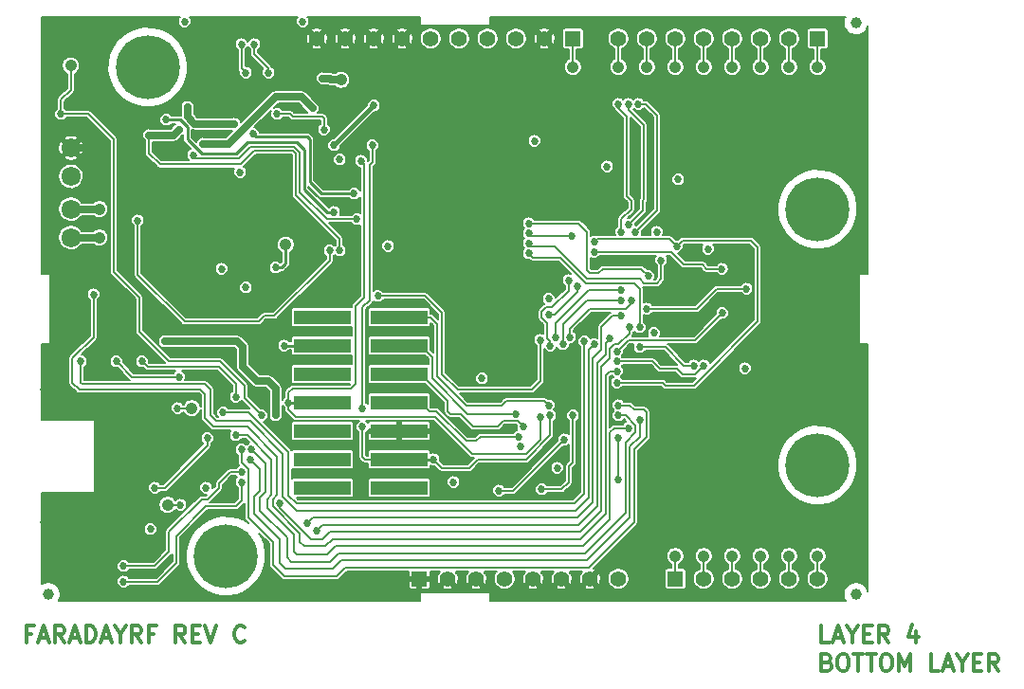
<source format=gbl>
G04 (created by PCBNEW (2013-07-07 BZR 4022)-stable) date 10/26/2016 12:18:13 AM*
%MOIN*%
G04 Gerber Fmt 3.4, Leading zero omitted, Abs format*
%FSLAX34Y34*%
G01*
G70*
G90*
G04 APERTURE LIST*
%ADD10C,0.00590551*%
%ADD11C,0.011811*%
%ADD12C,0.224409*%
%ADD13C,0.042*%
%ADD14R,0.055X0.055*%
%ADD15C,0.055*%
%ADD16R,0.2X0.05*%
%ADD17C,0.0393701*%
%ADD18C,0.0677165*%
%ADD19C,0.027*%
%ADD20C,0.01*%
%ADD21C,0.025*%
%ADD22C,0.007*%
%ADD23C,0.015*%
G04 APERTURE END LIST*
G54D10*
G54D11*
X85337Y-61929D02*
X85421Y-61957D01*
X85449Y-61985D01*
X85478Y-62042D01*
X85478Y-62126D01*
X85449Y-62182D01*
X85421Y-62210D01*
X85365Y-62239D01*
X85140Y-62239D01*
X85140Y-61648D01*
X85337Y-61648D01*
X85393Y-61676D01*
X85421Y-61704D01*
X85449Y-61760D01*
X85449Y-61817D01*
X85421Y-61873D01*
X85393Y-61901D01*
X85337Y-61929D01*
X85140Y-61929D01*
X85843Y-61648D02*
X85956Y-61648D01*
X86012Y-61676D01*
X86068Y-61732D01*
X86096Y-61845D01*
X86096Y-62042D01*
X86068Y-62154D01*
X86012Y-62210D01*
X85956Y-62239D01*
X85843Y-62239D01*
X85787Y-62210D01*
X85731Y-62154D01*
X85703Y-62042D01*
X85703Y-61845D01*
X85731Y-61732D01*
X85787Y-61676D01*
X85843Y-61648D01*
X86265Y-61648D02*
X86602Y-61648D01*
X86434Y-62239D02*
X86434Y-61648D01*
X86715Y-61648D02*
X87052Y-61648D01*
X86884Y-62239D02*
X86884Y-61648D01*
X87362Y-61648D02*
X87474Y-61648D01*
X87530Y-61676D01*
X87587Y-61732D01*
X87615Y-61845D01*
X87615Y-62042D01*
X87587Y-62154D01*
X87530Y-62210D01*
X87474Y-62239D01*
X87362Y-62239D01*
X87305Y-62210D01*
X87249Y-62154D01*
X87221Y-62042D01*
X87221Y-61845D01*
X87249Y-61732D01*
X87305Y-61676D01*
X87362Y-61648D01*
X87868Y-62239D02*
X87868Y-61648D01*
X88065Y-62070D01*
X88262Y-61648D01*
X88262Y-62239D01*
X89274Y-62239D02*
X88993Y-62239D01*
X88993Y-61648D01*
X89443Y-62070D02*
X89724Y-62070D01*
X89386Y-62239D02*
X89583Y-61648D01*
X89780Y-62239D01*
X90089Y-61957D02*
X90089Y-62239D01*
X89893Y-61648D02*
X90089Y-61957D01*
X90286Y-61648D01*
X90483Y-61929D02*
X90680Y-61929D01*
X90764Y-62239D02*
X90483Y-62239D01*
X90483Y-61648D01*
X90764Y-61648D01*
X91355Y-62239D02*
X91158Y-61957D01*
X91017Y-62239D02*
X91017Y-61648D01*
X91242Y-61648D01*
X91299Y-61676D01*
X91327Y-61704D01*
X91355Y-61760D01*
X91355Y-61845D01*
X91327Y-61901D01*
X91299Y-61929D01*
X91242Y-61957D01*
X91017Y-61957D01*
X57372Y-60929D02*
X57175Y-60929D01*
X57175Y-61239D02*
X57175Y-60648D01*
X57456Y-60648D01*
X57653Y-61070D02*
X57934Y-61070D01*
X57597Y-61239D02*
X57794Y-60648D01*
X57991Y-61239D01*
X58525Y-61239D02*
X58328Y-60957D01*
X58187Y-61239D02*
X58187Y-60648D01*
X58412Y-60648D01*
X58469Y-60676D01*
X58497Y-60704D01*
X58525Y-60760D01*
X58525Y-60845D01*
X58497Y-60901D01*
X58469Y-60929D01*
X58412Y-60957D01*
X58187Y-60957D01*
X58750Y-61070D02*
X59031Y-61070D01*
X58694Y-61239D02*
X58890Y-60648D01*
X59087Y-61239D01*
X59284Y-61239D02*
X59284Y-60648D01*
X59425Y-60648D01*
X59509Y-60676D01*
X59565Y-60732D01*
X59593Y-60789D01*
X59622Y-60901D01*
X59622Y-60985D01*
X59593Y-61098D01*
X59565Y-61154D01*
X59509Y-61210D01*
X59425Y-61239D01*
X59284Y-61239D01*
X59847Y-61070D02*
X60128Y-61070D01*
X59790Y-61239D02*
X59987Y-60648D01*
X60184Y-61239D01*
X60493Y-60957D02*
X60493Y-61239D01*
X60296Y-60648D02*
X60493Y-60957D01*
X60690Y-60648D01*
X61224Y-61239D02*
X61028Y-60957D01*
X60887Y-61239D02*
X60887Y-60648D01*
X61112Y-60648D01*
X61168Y-60676D01*
X61196Y-60704D01*
X61224Y-60760D01*
X61224Y-60845D01*
X61196Y-60901D01*
X61168Y-60929D01*
X61112Y-60957D01*
X60887Y-60957D01*
X61674Y-60929D02*
X61478Y-60929D01*
X61478Y-61239D02*
X61478Y-60648D01*
X61759Y-60648D01*
X62771Y-61239D02*
X62574Y-60957D01*
X62434Y-61239D02*
X62434Y-60648D01*
X62659Y-60648D01*
X62715Y-60676D01*
X62743Y-60704D01*
X62771Y-60760D01*
X62771Y-60845D01*
X62743Y-60901D01*
X62715Y-60929D01*
X62659Y-60957D01*
X62434Y-60957D01*
X63024Y-60929D02*
X63221Y-60929D01*
X63305Y-61239D02*
X63024Y-61239D01*
X63024Y-60648D01*
X63305Y-60648D01*
X63474Y-60648D02*
X63671Y-61239D01*
X63868Y-60648D01*
X64852Y-61182D02*
X64824Y-61210D01*
X64740Y-61239D01*
X64683Y-61239D01*
X64599Y-61210D01*
X64543Y-61154D01*
X64515Y-61098D01*
X64487Y-60985D01*
X64487Y-60901D01*
X64515Y-60789D01*
X64543Y-60732D01*
X64599Y-60676D01*
X64683Y-60648D01*
X64740Y-60648D01*
X64824Y-60676D01*
X64852Y-60704D01*
X85421Y-61239D02*
X85140Y-61239D01*
X85140Y-60648D01*
X85590Y-61070D02*
X85871Y-61070D01*
X85534Y-61239D02*
X85731Y-60648D01*
X85928Y-61239D01*
X86237Y-60957D02*
X86237Y-61239D01*
X86040Y-60648D02*
X86237Y-60957D01*
X86434Y-60648D01*
X86631Y-60929D02*
X86827Y-60929D01*
X86912Y-61239D02*
X86631Y-61239D01*
X86631Y-60648D01*
X86912Y-60648D01*
X87502Y-61239D02*
X87305Y-60957D01*
X87165Y-61239D02*
X87165Y-60648D01*
X87390Y-60648D01*
X87446Y-60676D01*
X87474Y-60704D01*
X87502Y-60760D01*
X87502Y-60845D01*
X87474Y-60901D01*
X87446Y-60929D01*
X87390Y-60957D01*
X87165Y-60957D01*
X88458Y-60845D02*
X88458Y-61239D01*
X88318Y-60620D02*
X88177Y-61042D01*
X88543Y-61042D01*
G54D12*
X85000Y-46000D03*
X64200Y-58200D03*
X61450Y-41000D03*
X85000Y-55000D03*
G54D13*
X81000Y-41000D03*
X83000Y-41000D03*
X84000Y-41000D03*
X68250Y-41450D03*
X85000Y-41000D03*
X85000Y-58200D03*
X84000Y-58200D03*
X83000Y-58200D03*
X82000Y-58200D03*
X81000Y-58200D03*
X80000Y-58200D03*
X66300Y-47250D03*
X59750Y-46000D03*
X80000Y-41000D03*
X82000Y-41000D03*
X79000Y-41000D03*
X63000Y-53000D03*
X62150Y-56400D03*
X76400Y-41000D03*
X78000Y-41000D03*
X59750Y-47000D03*
X58750Y-40950D03*
X59750Y-43850D03*
G54D14*
X80000Y-59000D03*
G54D15*
X81000Y-59000D03*
X82000Y-59000D03*
X83000Y-59000D03*
X84000Y-59000D03*
X85000Y-59000D03*
G54D14*
X85000Y-40000D03*
G54D15*
X84000Y-40000D03*
X83000Y-40000D03*
X82000Y-40000D03*
X81000Y-40000D03*
X80000Y-40000D03*
X79000Y-40000D03*
X78000Y-40000D03*
G54D14*
X76400Y-40000D03*
G54D15*
X75400Y-40000D03*
X74400Y-40000D03*
X73400Y-40000D03*
X72400Y-40000D03*
X71400Y-40000D03*
X70400Y-40000D03*
X69400Y-40000D03*
X68400Y-40000D03*
X67400Y-40000D03*
G54D14*
X71000Y-59000D03*
G54D15*
X72000Y-59000D03*
X73000Y-59000D03*
X74000Y-59000D03*
X75000Y-59000D03*
X76000Y-59000D03*
X77000Y-59000D03*
X78000Y-59000D03*
G54D16*
X70300Y-49800D03*
X70300Y-50800D03*
X70300Y-51800D03*
X70300Y-52800D03*
X70300Y-53800D03*
X70300Y-54800D03*
X70300Y-55800D03*
X67600Y-55800D03*
X67600Y-54800D03*
X67600Y-53800D03*
X67600Y-52800D03*
X67600Y-51800D03*
X67600Y-50800D03*
X67600Y-49800D03*
G54D17*
X86350Y-39450D03*
X86350Y-59550D03*
X57950Y-59550D03*
G54D18*
X58750Y-46000D03*
X58750Y-47000D03*
X58750Y-44850D03*
X58750Y-43850D03*
G54D19*
X80100Y-44950D03*
X61550Y-57250D03*
X65950Y-48050D03*
X77600Y-44500D03*
X79350Y-46800D03*
X79250Y-50350D03*
X75550Y-49150D03*
X82450Y-51600D03*
X81150Y-47400D03*
X75850Y-55100D03*
X74550Y-54350D03*
X72200Y-55600D03*
X66250Y-50800D03*
X63500Y-55800D03*
X67600Y-41400D03*
X63400Y-43700D03*
X67250Y-42450D03*
X68200Y-44250D03*
X69900Y-47300D03*
X75550Y-49700D03*
X76550Y-48700D03*
X75600Y-50800D03*
X76250Y-48500D03*
X66100Y-56350D03*
X78375Y-50150D03*
X75250Y-50600D03*
X69550Y-49050D03*
X62550Y-51900D03*
X60350Y-51350D03*
X64550Y-52600D03*
X64550Y-53950D03*
X78350Y-53700D03*
X61250Y-51350D03*
X77150Y-47150D03*
X80050Y-47300D03*
X77950Y-52100D03*
X79000Y-49500D03*
X82500Y-48800D03*
X77950Y-51700D03*
X59550Y-49000D03*
X65450Y-53250D03*
X58400Y-42650D03*
X78750Y-53400D03*
X65050Y-54800D03*
X78000Y-54050D03*
X78000Y-55500D03*
X64750Y-55600D03*
X77700Y-50550D03*
X67400Y-57300D03*
X60600Y-59100D03*
X64750Y-55250D03*
X78100Y-49750D03*
X67050Y-57050D03*
X60600Y-58550D03*
X75300Y-55850D03*
X76400Y-53250D03*
X73800Y-55900D03*
X76100Y-54100D03*
X74500Y-54000D03*
X74400Y-53200D03*
X75550Y-52900D03*
X66400Y-52800D03*
X75250Y-53300D03*
X68950Y-44300D03*
X74650Y-53650D03*
X75600Y-53250D03*
X69350Y-43750D03*
X69000Y-53650D03*
X69000Y-53000D03*
X71500Y-54800D03*
X64100Y-53150D03*
X76800Y-50650D03*
X77150Y-50750D03*
X59100Y-51350D03*
X64700Y-44700D03*
X64900Y-48750D03*
X64050Y-48100D03*
X73200Y-51950D03*
X75050Y-43600D03*
X78700Y-42300D03*
X78600Y-46800D03*
X78450Y-49200D03*
X76300Y-50500D03*
X78350Y-42300D03*
X76050Y-50750D03*
X78100Y-49200D03*
X78350Y-46550D03*
X78000Y-42300D03*
X78100Y-48850D03*
X78100Y-46800D03*
X75800Y-50500D03*
X74850Y-47550D03*
X78750Y-50150D03*
X74850Y-46850D03*
X76350Y-46950D03*
X77150Y-47500D03*
X77950Y-51000D03*
X81650Y-49650D03*
X81640Y-48100D03*
X79050Y-48350D03*
X74850Y-46500D03*
X78750Y-50850D03*
X80650Y-51500D03*
X74850Y-47200D03*
X79500Y-47800D03*
X81000Y-51500D03*
X77950Y-51350D03*
X65100Y-54450D03*
X78000Y-53250D03*
X64750Y-54450D03*
X78000Y-52900D03*
X71100Y-54300D03*
X71100Y-52300D03*
X71100Y-55300D03*
X71700Y-49150D03*
X71150Y-47000D03*
X71150Y-46600D03*
X71150Y-48600D03*
X71150Y-48200D03*
X71150Y-47800D03*
X71150Y-47400D03*
X71100Y-51300D03*
X71550Y-52750D03*
X71150Y-40950D03*
X71150Y-41750D03*
X71150Y-42600D03*
X71150Y-43400D03*
X71150Y-44200D03*
X71150Y-45000D03*
X71150Y-45800D03*
X69500Y-46600D03*
X71150Y-46200D03*
X71150Y-45400D03*
X71150Y-44600D03*
X71150Y-43800D03*
X71150Y-43000D03*
X71150Y-42250D03*
X71150Y-41350D03*
X72350Y-40950D03*
X74100Y-47550D03*
X73300Y-47550D03*
X72500Y-47550D03*
X72900Y-47550D03*
X73700Y-47550D03*
X74500Y-47550D03*
X72500Y-49200D03*
X72500Y-47150D03*
X72500Y-47950D03*
X72500Y-48800D03*
X72500Y-49600D03*
X72500Y-50400D03*
X72850Y-51550D03*
X73250Y-51550D03*
X72500Y-51200D03*
X72500Y-50800D03*
X72500Y-50000D03*
X72500Y-48400D03*
X72500Y-46750D03*
X73100Y-52600D03*
X72300Y-53450D03*
X72700Y-52600D03*
X67100Y-46300D03*
X67100Y-47200D03*
X67100Y-48200D03*
X65700Y-48500D03*
X65650Y-50000D03*
X65650Y-51000D03*
X63950Y-51000D03*
X62950Y-51000D03*
X62950Y-49450D03*
X62950Y-48450D03*
X62450Y-47950D03*
X61950Y-47450D03*
X60750Y-47450D03*
X61450Y-47450D03*
X62450Y-47450D03*
X62950Y-47950D03*
X62950Y-48950D03*
X62950Y-50250D03*
X63450Y-51000D03*
X64450Y-51000D03*
X65150Y-51000D03*
X65650Y-50350D03*
X65650Y-49500D03*
X65700Y-49000D03*
X67100Y-47700D03*
X67100Y-46700D03*
X83250Y-44350D03*
X82450Y-44350D03*
X81650Y-44350D03*
X80850Y-44350D03*
X80450Y-44750D03*
X80450Y-45550D03*
X80050Y-45950D03*
X79650Y-45950D03*
X80450Y-45950D03*
X80450Y-45150D03*
X80450Y-44350D03*
X81250Y-44350D03*
X82050Y-44350D03*
X82850Y-44350D03*
X83600Y-44350D03*
X60750Y-44150D03*
X61900Y-43850D03*
X63000Y-40450D03*
X63000Y-40950D03*
X62750Y-39950D03*
X62900Y-42000D03*
X62900Y-41600D03*
X62600Y-42000D03*
X86350Y-53200D03*
X85350Y-53200D03*
X84200Y-53200D03*
X83700Y-53700D03*
X83200Y-54200D03*
X82200Y-54200D03*
X81200Y-54200D03*
X80200Y-54200D03*
X79200Y-54200D03*
X78950Y-55750D03*
X79700Y-54200D03*
X80700Y-54200D03*
X81700Y-54200D03*
X82700Y-54200D03*
X83700Y-54200D03*
X83700Y-53200D03*
X84650Y-53200D03*
X85850Y-53200D03*
X86650Y-53200D03*
X78950Y-58750D03*
X78950Y-57750D03*
X78950Y-56750D03*
X78950Y-57250D03*
X78950Y-58250D03*
X78950Y-59250D03*
X71900Y-40000D03*
X72900Y-40000D03*
X66250Y-43200D03*
X67250Y-43200D03*
X67600Y-44050D03*
X67600Y-44550D03*
X67600Y-43550D03*
X66750Y-43200D03*
X67600Y-45050D03*
X63550Y-44700D03*
X64900Y-45750D03*
X63050Y-44700D03*
X61750Y-42700D03*
X60750Y-42700D03*
X60750Y-43650D03*
X60750Y-44650D03*
X60750Y-45650D03*
X60750Y-45150D03*
X60750Y-43200D03*
X61250Y-42700D03*
X62150Y-42450D03*
X60750Y-46950D03*
X72500Y-54800D03*
X72850Y-55850D03*
X77200Y-45400D03*
X76350Y-46200D03*
X78200Y-45800D03*
X77700Y-45950D03*
X76200Y-44450D03*
X76600Y-44800D03*
X83100Y-42300D03*
X82700Y-41900D03*
X81900Y-41900D03*
X81100Y-41900D03*
X80300Y-41900D03*
X79500Y-41900D03*
X78700Y-41950D03*
X77900Y-41950D03*
X77500Y-42350D03*
X77100Y-42750D03*
X76700Y-42750D03*
X77500Y-42750D03*
X77500Y-41950D03*
X78300Y-41950D03*
X79100Y-41900D03*
X79900Y-41900D03*
X80700Y-41900D03*
X81500Y-41900D03*
X82300Y-41900D03*
X83100Y-41900D03*
X83500Y-42300D03*
X76300Y-42750D03*
X75900Y-42750D03*
X75500Y-42750D03*
X86500Y-55900D03*
X86500Y-54000D03*
X86550Y-57650D03*
X85700Y-50150D03*
X85400Y-52450D03*
X82150Y-52450D03*
X85400Y-47950D03*
X84200Y-44450D03*
X86250Y-44450D03*
X86200Y-43100D03*
X85300Y-43450D03*
X83600Y-44000D03*
X84250Y-43100D03*
X86200Y-42400D03*
X85300Y-42050D03*
X84250Y-42350D03*
X83550Y-41700D03*
X85800Y-41000D03*
X86200Y-41000D03*
X79850Y-43400D03*
X77900Y-52500D03*
X76450Y-50850D03*
X76100Y-52950D03*
X64000Y-52600D03*
X65500Y-52450D03*
X83000Y-56250D03*
X81000Y-56250D03*
X78950Y-56250D03*
X80000Y-56250D03*
X82000Y-56250D03*
X83800Y-56250D03*
X70800Y-42300D03*
X64250Y-56000D03*
X61450Y-57850D03*
X64700Y-47750D03*
X63950Y-43350D03*
X65300Y-47300D03*
X64900Y-46950D03*
X64900Y-46150D03*
X66650Y-42450D03*
X63650Y-42150D03*
X64250Y-41950D03*
X75050Y-43150D03*
X76750Y-43150D03*
X75900Y-43600D03*
X75050Y-44100D03*
X77050Y-44950D03*
X79100Y-45800D03*
X78650Y-45550D03*
X77950Y-44200D03*
X77950Y-42900D03*
X77550Y-43150D03*
X81500Y-42900D03*
X82950Y-42850D03*
X60350Y-49000D03*
X59150Y-47900D03*
X73900Y-50350D03*
X58200Y-52350D03*
X60400Y-53600D03*
X58300Y-58550D03*
X60000Y-57900D03*
X59150Y-57950D03*
X80250Y-50900D03*
X79950Y-51900D03*
X79800Y-51350D03*
X77150Y-48000D03*
X75800Y-48550D03*
X80000Y-57750D03*
X81000Y-57750D03*
X82000Y-57750D03*
X83000Y-57750D03*
X84000Y-57750D03*
X85000Y-57750D03*
X78450Y-57500D03*
X74150Y-55050D03*
X74550Y-55050D03*
X75500Y-55100D03*
X74050Y-53750D03*
X72250Y-54350D03*
X76550Y-55150D03*
X78750Y-52750D03*
X59650Y-40000D03*
X59700Y-42100D03*
X57800Y-52350D03*
X58600Y-57000D03*
X57800Y-57000D03*
X75550Y-51550D03*
X75550Y-52250D03*
X75550Y-51900D03*
X68800Y-45800D03*
X80650Y-48250D03*
X71500Y-53800D03*
X73800Y-51150D03*
X69750Y-43450D03*
X68550Y-41950D03*
X68000Y-45050D03*
X60400Y-55800D03*
X58250Y-57000D03*
X61300Y-55800D03*
X62200Y-54450D03*
X62200Y-54050D03*
X62200Y-53650D03*
X61700Y-53600D03*
X75950Y-53250D03*
X66900Y-39400D03*
X62750Y-39400D03*
X63050Y-44100D03*
X68800Y-46350D03*
X68000Y-46100D03*
X62100Y-42850D03*
X61500Y-43400D03*
X62550Y-43200D03*
X68200Y-47450D03*
X61100Y-46400D03*
X67850Y-47450D03*
X65150Y-43350D03*
X68700Y-45450D03*
X64500Y-43000D03*
X62850Y-42400D03*
X69400Y-42350D03*
X68000Y-43750D03*
X64900Y-41200D03*
X64750Y-40200D03*
X65200Y-40200D03*
X65700Y-41200D03*
X66000Y-42650D03*
X67650Y-43200D03*
X62600Y-56400D03*
X61700Y-55800D03*
X63550Y-54050D03*
X62500Y-53000D03*
X62050Y-50650D03*
X65950Y-53250D03*
G54D20*
X65950Y-48050D02*
X66150Y-48050D01*
X66300Y-47900D02*
X66300Y-47250D01*
X66150Y-48050D02*
X66300Y-47900D01*
X67600Y-50800D02*
X66250Y-50800D01*
G54D21*
X67600Y-41400D02*
X67850Y-41400D01*
X67900Y-41450D02*
X68250Y-41450D01*
X67850Y-41400D02*
X67900Y-41450D01*
X63400Y-43700D02*
X63400Y-43700D01*
X63400Y-43700D02*
X64300Y-43700D01*
X64300Y-43700D02*
X65950Y-42050D01*
X65950Y-42050D02*
X66850Y-42050D01*
X66850Y-42050D02*
X67250Y-42450D01*
G54D22*
X85000Y-40000D02*
X85000Y-41000D01*
X84000Y-40000D02*
X84000Y-41000D01*
X83000Y-40000D02*
X83000Y-41000D01*
X75550Y-49700D02*
X75770Y-49700D01*
X76550Y-48920D02*
X76550Y-48700D01*
X75770Y-49700D02*
X76550Y-48920D01*
X82000Y-40000D02*
X82000Y-41000D01*
X75600Y-50650D02*
X75500Y-50550D01*
X75500Y-50550D02*
X75500Y-50000D01*
X75500Y-50000D02*
X75300Y-49800D01*
X75300Y-49800D02*
X75300Y-49600D01*
X75300Y-49600D02*
X75450Y-49450D01*
X75450Y-49450D02*
X75660Y-49450D01*
X75600Y-50800D02*
X75600Y-50650D01*
X75660Y-49450D02*
X76250Y-48860D01*
X76250Y-48500D02*
X76250Y-48860D01*
X81000Y-40000D02*
X81000Y-41000D01*
X81000Y-40000D02*
X81000Y-40000D01*
X80000Y-40000D02*
X80000Y-41000D01*
X79000Y-40000D02*
X79000Y-41000D01*
X78000Y-40000D02*
X78000Y-41000D01*
X76400Y-40000D02*
X76400Y-41000D01*
X67200Y-57600D02*
X66100Y-56500D01*
X67200Y-57600D02*
X67600Y-57600D01*
X67850Y-57350D02*
X76650Y-57350D01*
X67600Y-57600D02*
X67850Y-57350D01*
X77400Y-56600D02*
X76650Y-57350D01*
X66100Y-56500D02*
X66100Y-56350D01*
X77400Y-51550D02*
X77400Y-56600D01*
X77700Y-51250D02*
X77700Y-50900D01*
X77700Y-50900D02*
X77850Y-50750D01*
X77700Y-51250D02*
X77400Y-51550D01*
X77850Y-50750D02*
X78000Y-50750D01*
X78000Y-50750D02*
X78375Y-50375D01*
X78375Y-50375D02*
X78375Y-50150D01*
X66100Y-56350D02*
X66100Y-56350D01*
X60900Y-51900D02*
X60350Y-51350D01*
X75250Y-50600D02*
X75250Y-52050D01*
X75250Y-52050D02*
X74950Y-52350D01*
X74950Y-52350D02*
X72350Y-52350D01*
X72350Y-52350D02*
X71800Y-51800D01*
X71800Y-51800D02*
X71800Y-49650D01*
X71800Y-49650D02*
X71200Y-49050D01*
X71200Y-49050D02*
X69550Y-49050D01*
X62550Y-51900D02*
X60900Y-51900D01*
X63950Y-51550D02*
X61450Y-51550D01*
X65650Y-56200D02*
X65800Y-56050D01*
X65800Y-56050D02*
X65800Y-54800D01*
X64550Y-52600D02*
X64550Y-52150D01*
X64550Y-53950D02*
X64950Y-53950D01*
X64550Y-52150D02*
X63950Y-51550D01*
X65650Y-56500D02*
X65650Y-56200D01*
X66600Y-57450D02*
X65650Y-56500D01*
X67350Y-58150D02*
X66700Y-58150D01*
X77700Y-56900D02*
X76750Y-57850D01*
X77700Y-53850D02*
X77700Y-56900D01*
X77850Y-53700D02*
X77700Y-53850D01*
X78350Y-53700D02*
X77850Y-53700D01*
X67750Y-58150D02*
X68050Y-57850D01*
X68050Y-57850D02*
X76750Y-57850D01*
X67350Y-58150D02*
X67750Y-58150D01*
X66600Y-58050D02*
X66600Y-57450D01*
X66700Y-58150D02*
X66600Y-58050D01*
X65800Y-54800D02*
X64950Y-53950D01*
X61450Y-51550D02*
X61250Y-51350D01*
X79800Y-47050D02*
X77250Y-47050D01*
X77250Y-47050D02*
X77150Y-47150D01*
X80250Y-47100D02*
X80050Y-47300D01*
X82650Y-47100D02*
X80250Y-47100D01*
X82900Y-47350D02*
X82650Y-47100D01*
X82900Y-49950D02*
X82900Y-47350D01*
X80650Y-52200D02*
X82900Y-49950D01*
X77950Y-52100D02*
X79550Y-52100D01*
X79650Y-52200D02*
X80650Y-52200D01*
X79550Y-52100D02*
X79650Y-52200D01*
X80050Y-47300D02*
X79800Y-47050D01*
X79000Y-49500D02*
X80750Y-49500D01*
X81450Y-48800D02*
X82500Y-48800D01*
X80750Y-49500D02*
X81450Y-48800D01*
X77950Y-51700D02*
X77700Y-51700D01*
X59550Y-50500D02*
X59550Y-49000D01*
X58800Y-51250D02*
X59550Y-50500D01*
X58800Y-52100D02*
X58800Y-51250D01*
X59050Y-52350D02*
X58800Y-52100D01*
X63300Y-52350D02*
X59050Y-52350D01*
X63450Y-52500D02*
X63300Y-52350D01*
X63450Y-53350D02*
X63450Y-52500D01*
X63750Y-53650D02*
X63450Y-53350D01*
X64950Y-53650D02*
X63750Y-53650D01*
X66000Y-54700D02*
X64950Y-53650D01*
X66000Y-56050D02*
X66000Y-54700D01*
X65850Y-56200D02*
X66000Y-56050D01*
X65850Y-56450D02*
X65850Y-56200D01*
X66800Y-57400D02*
X65850Y-56450D01*
X66800Y-57700D02*
X66800Y-57400D01*
X66950Y-57850D02*
X66800Y-57700D01*
X67700Y-57850D02*
X66950Y-57850D01*
X67950Y-57600D02*
X67700Y-57850D01*
X76650Y-57600D02*
X67950Y-57600D01*
X77550Y-56700D02*
X76650Y-57600D01*
X77550Y-51850D02*
X77550Y-56700D01*
X77700Y-51700D02*
X77550Y-51850D01*
X60250Y-48200D02*
X60250Y-43550D01*
X64000Y-51350D02*
X62200Y-51350D01*
X59350Y-42650D02*
X60250Y-43550D01*
X64850Y-52650D02*
X64850Y-52200D01*
X65450Y-53250D02*
X64850Y-52650D01*
X64000Y-51350D02*
X64850Y-52200D01*
X59350Y-42650D02*
X58400Y-42650D01*
X61150Y-50300D02*
X61150Y-49100D01*
X62200Y-51350D02*
X61150Y-50300D01*
X61150Y-49100D02*
X60250Y-48200D01*
X58750Y-40950D02*
X58750Y-41800D01*
X58400Y-42150D02*
X58400Y-42650D01*
X58750Y-41800D02*
X58400Y-42150D01*
X65200Y-56700D02*
X65200Y-56100D01*
X67950Y-58650D02*
X68250Y-58350D01*
X68250Y-58350D02*
X76900Y-58350D01*
X78750Y-54000D02*
X78400Y-54350D01*
X78400Y-54350D02*
X78400Y-56850D01*
X78400Y-56850D02*
X76900Y-58350D01*
X78750Y-53400D02*
X78750Y-54000D01*
X66100Y-57600D02*
X65200Y-56700D01*
X66100Y-58450D02*
X66100Y-57600D01*
X66300Y-58650D02*
X66100Y-58450D01*
X67950Y-58650D02*
X66300Y-58650D01*
X65400Y-55900D02*
X65400Y-55150D01*
X65200Y-56100D02*
X65400Y-55900D01*
X65400Y-55150D02*
X65050Y-54800D01*
X78000Y-54050D02*
X78000Y-55500D01*
X77550Y-50700D02*
X77700Y-50550D01*
X64550Y-56450D02*
X63500Y-56450D01*
X64750Y-56250D02*
X64550Y-56450D01*
X62450Y-57500D02*
X62450Y-58450D01*
X77550Y-50780D02*
X77550Y-51100D01*
X77550Y-51100D02*
X77250Y-51400D01*
X77250Y-51400D02*
X77250Y-56450D01*
X77250Y-56450D02*
X76600Y-57100D01*
X67600Y-57100D02*
X76600Y-57100D01*
X67400Y-57300D02*
X67600Y-57100D01*
X63500Y-56450D02*
X62450Y-57500D01*
X61800Y-59100D02*
X60600Y-59100D01*
X62450Y-58450D02*
X61800Y-59100D01*
X64750Y-55600D02*
X64750Y-56250D01*
X77550Y-50780D02*
X77550Y-50700D01*
X62200Y-57350D02*
X62200Y-58050D01*
X63350Y-56200D02*
X62200Y-57350D01*
X64350Y-55250D02*
X63950Y-55650D01*
X63950Y-55650D02*
X63950Y-55800D01*
X63950Y-55800D02*
X63550Y-56200D01*
X63550Y-56200D02*
X63350Y-56200D01*
X64750Y-55250D02*
X64350Y-55250D01*
X78100Y-49750D02*
X77800Y-49750D01*
X77100Y-51250D02*
X77100Y-56300D01*
X77400Y-50950D02*
X77100Y-51250D01*
X77400Y-50150D02*
X77400Y-50950D01*
X77800Y-49750D02*
X77400Y-50150D01*
X77100Y-56300D02*
X76550Y-56850D01*
X67250Y-56850D02*
X76550Y-56850D01*
X67050Y-57050D02*
X67250Y-56850D01*
X61700Y-58550D02*
X60600Y-58550D01*
X62200Y-58050D02*
X61700Y-58550D01*
X76400Y-53250D02*
X76400Y-54900D01*
X76000Y-55850D02*
X75300Y-55850D01*
X76250Y-55600D02*
X76000Y-55850D01*
X76250Y-55050D02*
X76250Y-55600D01*
X76400Y-54900D02*
X76250Y-55050D01*
X76100Y-54100D02*
X74300Y-55900D01*
X74300Y-55900D02*
X73800Y-55900D01*
X71600Y-53100D02*
X71350Y-53100D01*
X73000Y-54150D02*
X72650Y-54150D01*
X73150Y-54000D02*
X73000Y-54150D01*
X74500Y-54000D02*
X73150Y-54000D01*
X72650Y-54150D02*
X71600Y-53100D01*
X71050Y-52800D02*
X70300Y-52800D01*
X71350Y-53100D02*
X71050Y-52800D01*
X72700Y-53200D02*
X71450Y-51950D01*
X71450Y-51950D02*
X71450Y-51200D01*
X71450Y-51200D02*
X71150Y-50900D01*
X71150Y-50900D02*
X70250Y-50900D01*
X74400Y-53200D02*
X72700Y-53200D01*
X73900Y-52900D02*
X74050Y-52750D01*
X70300Y-49800D02*
X71400Y-49800D01*
X71630Y-50030D02*
X71400Y-49800D01*
X72650Y-52900D02*
X71630Y-51880D01*
X71630Y-51880D02*
X71630Y-50030D01*
X73900Y-52900D02*
X72650Y-52900D01*
X75400Y-52750D02*
X75550Y-52900D01*
X74050Y-52750D02*
X75400Y-52750D01*
X75250Y-54100D02*
X75250Y-53300D01*
X74750Y-54600D02*
X75250Y-54100D01*
X72850Y-54600D02*
X74750Y-54600D01*
X71550Y-53300D02*
X72850Y-54600D01*
X66650Y-53300D02*
X71550Y-53300D01*
X66400Y-53050D02*
X66650Y-53300D01*
X66400Y-52800D02*
X66400Y-53050D01*
X68600Y-52300D02*
X66550Y-52300D01*
X66550Y-52300D02*
X66400Y-52450D01*
X66400Y-52800D02*
X66400Y-52450D01*
X68750Y-49400D02*
X68750Y-52150D01*
X68750Y-52150D02*
X68600Y-52300D01*
X68750Y-49400D02*
X69050Y-49100D01*
X69050Y-44400D02*
X68950Y-44300D01*
X69050Y-49100D02*
X69050Y-44400D01*
G54D20*
X66400Y-52800D02*
X67600Y-52800D01*
G54D22*
X73750Y-53650D02*
X72900Y-53650D01*
X74450Y-53450D02*
X73950Y-53450D01*
X73950Y-53450D02*
X73750Y-53650D01*
X74650Y-53650D02*
X74450Y-53450D01*
X71050Y-51800D02*
X70300Y-51800D01*
X71500Y-52250D02*
X71050Y-51800D01*
X71500Y-52250D02*
X71500Y-52250D01*
X72000Y-52750D02*
X71500Y-52250D01*
X72000Y-53100D02*
X72000Y-52750D01*
X72100Y-53200D02*
X72000Y-53100D01*
X72450Y-53200D02*
X72100Y-53200D01*
X72900Y-53650D02*
X72450Y-53200D01*
X75600Y-53250D02*
X75600Y-53950D01*
X69350Y-43750D02*
X69350Y-44350D01*
X69100Y-54800D02*
X70300Y-54800D01*
X69000Y-54700D02*
X69100Y-54800D01*
X69000Y-53650D02*
X69000Y-54700D01*
X69000Y-49450D02*
X69000Y-53000D01*
X69250Y-49200D02*
X69000Y-49450D01*
X69250Y-44450D02*
X69250Y-49200D01*
X69350Y-44350D02*
X69250Y-44450D01*
X71800Y-55100D02*
X71500Y-54800D01*
X72750Y-55100D02*
X71800Y-55100D01*
X73050Y-54800D02*
X72750Y-55100D01*
X74750Y-54800D02*
X73050Y-54800D01*
X75600Y-53950D02*
X74750Y-54800D01*
G54D20*
X71500Y-54800D02*
X70300Y-54800D01*
G54D22*
X65000Y-53150D02*
X64100Y-53150D01*
X66400Y-54550D02*
X65000Y-53150D01*
X66400Y-56075D02*
X66400Y-54550D01*
X66675Y-56350D02*
X66400Y-56075D01*
X76450Y-56350D02*
X66675Y-56350D01*
X76800Y-56000D02*
X76450Y-56350D01*
X76800Y-50650D02*
X76800Y-56000D01*
X77150Y-50750D02*
X76950Y-50950D01*
X65050Y-53450D02*
X63850Y-53450D01*
X63850Y-53450D02*
X63650Y-53250D01*
X63650Y-53250D02*
X63650Y-52350D01*
X59150Y-52150D02*
X59100Y-52100D01*
X63450Y-52150D02*
X59150Y-52150D01*
X63650Y-52350D02*
X63450Y-52150D01*
X66200Y-56100D02*
X66200Y-54600D01*
X66200Y-54600D02*
X65050Y-53450D01*
X66700Y-56600D02*
X66200Y-56100D01*
X76500Y-56600D02*
X66700Y-56600D01*
X76950Y-56150D02*
X76500Y-56600D01*
X76950Y-51080D02*
X76950Y-56150D01*
X59100Y-51350D02*
X59100Y-52100D01*
X76950Y-51080D02*
X76950Y-50950D01*
X79350Y-46050D02*
X79350Y-42700D01*
X79350Y-42700D02*
X78950Y-42300D01*
X78950Y-42300D02*
X78700Y-42300D01*
X76300Y-50200D02*
X77000Y-49500D01*
X77000Y-49500D02*
X78250Y-49500D01*
X78250Y-49500D02*
X78450Y-49300D01*
X78450Y-49300D02*
X78450Y-49200D01*
X76300Y-50500D02*
X76300Y-50200D01*
X78600Y-46800D02*
X79350Y-46050D01*
X78850Y-46050D02*
X78850Y-45700D01*
X78850Y-45700D02*
X78900Y-45650D01*
X78900Y-45650D02*
X78900Y-43050D01*
X78900Y-43050D02*
X78350Y-42500D01*
X78350Y-42500D02*
X78350Y-42300D01*
X76050Y-50750D02*
X76050Y-50050D01*
X76900Y-49200D02*
X78100Y-49200D01*
X76050Y-50050D02*
X76900Y-49200D01*
X78350Y-46550D02*
X78850Y-46050D01*
X78100Y-46350D02*
X78450Y-46000D01*
X78450Y-46000D02*
X78450Y-45700D01*
X78450Y-45700D02*
X78300Y-45550D01*
X78300Y-45550D02*
X78300Y-42750D01*
X78300Y-42750D02*
X78000Y-42450D01*
X78000Y-42450D02*
X78000Y-42300D01*
X75800Y-50500D02*
X75800Y-50000D01*
X76950Y-48850D02*
X78100Y-48850D01*
X75800Y-50000D02*
X76950Y-48850D01*
X78100Y-46800D02*
X78100Y-46350D01*
X75800Y-50500D02*
X75800Y-50450D01*
X80000Y-59000D02*
X80000Y-58200D01*
X81000Y-59000D02*
X81000Y-58200D01*
X82000Y-59000D02*
X82000Y-58200D01*
X83000Y-59000D02*
X83000Y-58200D01*
X84000Y-59000D02*
X84000Y-58200D01*
X85000Y-59000D02*
X85000Y-58200D01*
X76850Y-48600D02*
X78550Y-48600D01*
X75000Y-47700D02*
X74850Y-47550D01*
X76850Y-48600D02*
X75950Y-47700D01*
X75950Y-47700D02*
X75000Y-47700D01*
X78750Y-48800D02*
X78750Y-50150D01*
X78550Y-48600D02*
X78750Y-48800D01*
X74950Y-46950D02*
X74850Y-46850D01*
X76350Y-46950D02*
X74950Y-46950D01*
X77150Y-47500D02*
X79850Y-47500D01*
X81100Y-48100D02*
X81640Y-48100D01*
X80950Y-47950D02*
X81100Y-48100D01*
X80300Y-47950D02*
X80950Y-47950D01*
X79850Y-47500D02*
X80300Y-47950D01*
X78350Y-50600D02*
X80700Y-50600D01*
X77950Y-51000D02*
X78350Y-50600D01*
X80700Y-50600D02*
X81650Y-49650D01*
X79050Y-48350D02*
X78800Y-48100D01*
X76900Y-48150D02*
X76900Y-46800D01*
X76600Y-46500D02*
X74850Y-46500D01*
X76900Y-46800D02*
X76600Y-46500D01*
X77000Y-48250D02*
X76900Y-48150D01*
X77300Y-48250D02*
X77000Y-48250D01*
X77450Y-48100D02*
X77300Y-48250D01*
X78800Y-48100D02*
X77450Y-48100D01*
X78750Y-50850D02*
X79650Y-50850D01*
X80650Y-51500D02*
X80300Y-51500D01*
X79650Y-50850D02*
X80300Y-51500D01*
X76900Y-48450D02*
X78750Y-48450D01*
X75750Y-47300D02*
X74950Y-47300D01*
X74950Y-47300D02*
X74850Y-47200D01*
X76900Y-48450D02*
X76100Y-47650D01*
X76100Y-47650D02*
X75750Y-47300D01*
X79500Y-48450D02*
X79500Y-47800D01*
X79350Y-48600D02*
X79500Y-48450D01*
X78900Y-48600D02*
X79350Y-48600D01*
X78750Y-48450D02*
X78900Y-48600D01*
X81000Y-51500D02*
X80700Y-51800D01*
X80250Y-51800D02*
X80050Y-51600D01*
X80700Y-51800D02*
X80250Y-51800D01*
X79200Y-51350D02*
X79450Y-51600D01*
X80050Y-51600D02*
X79450Y-51600D01*
X77950Y-51350D02*
X79200Y-51350D01*
G54D21*
X58750Y-47000D02*
X59750Y-47000D01*
G54D22*
X65600Y-55950D02*
X65600Y-54950D01*
X65600Y-54950D02*
X65100Y-54450D01*
X65400Y-56600D02*
X65400Y-56150D01*
X66500Y-58400D02*
X66350Y-58250D01*
X66350Y-58250D02*
X66350Y-57550D01*
X66350Y-57550D02*
X65400Y-56600D01*
X67350Y-58400D02*
X67850Y-58400D01*
X68150Y-58100D02*
X76833Y-58100D01*
X67850Y-58400D02*
X68150Y-58100D01*
X78600Y-53850D02*
X78250Y-54200D01*
X78600Y-53600D02*
X78600Y-53850D01*
X78000Y-53250D02*
X78250Y-53250D01*
X78250Y-56683D02*
X76833Y-58100D01*
X78250Y-53250D02*
X78600Y-53600D01*
X78250Y-54200D02*
X78250Y-56683D01*
X67350Y-58400D02*
X66500Y-58400D01*
X65400Y-56150D02*
X65600Y-55950D01*
X65000Y-56850D02*
X65000Y-55150D01*
X64750Y-54900D02*
X64750Y-54450D01*
X65000Y-55150D02*
X64750Y-54900D01*
X65850Y-57700D02*
X65000Y-56850D01*
X68100Y-58900D02*
X66250Y-58900D01*
X79000Y-53150D02*
X79000Y-54000D01*
X78550Y-57000D02*
X78550Y-54450D01*
X78550Y-54450D02*
X79000Y-54000D01*
X78400Y-52900D02*
X78550Y-53050D01*
X78550Y-53050D02*
X78900Y-53050D01*
X78900Y-53050D02*
X79000Y-53150D01*
X78000Y-52900D02*
X78400Y-52900D01*
X68100Y-58900D02*
X68400Y-58600D01*
X68400Y-58600D02*
X76950Y-58600D01*
X76950Y-58600D02*
X78550Y-57000D01*
X65850Y-58500D02*
X65850Y-57700D01*
X66250Y-58900D02*
X65850Y-58500D01*
G54D21*
X86500Y-55900D02*
X86500Y-56100D01*
X85400Y-52450D02*
X85400Y-52850D01*
X86500Y-53950D02*
X86500Y-54000D01*
X85400Y-52850D02*
X86500Y-53950D01*
X86550Y-56150D02*
X86550Y-57650D01*
X86500Y-56100D02*
X86550Y-56150D01*
X85400Y-47950D02*
X85400Y-52450D01*
X58750Y-43850D02*
X59750Y-43850D01*
G54D22*
X70300Y-53800D02*
X71500Y-53800D01*
X63150Y-44200D02*
X63050Y-44100D01*
X68800Y-46350D02*
X67750Y-46350D01*
X65054Y-43795D02*
X64650Y-44200D01*
X66595Y-43795D02*
X65054Y-43795D01*
X66804Y-44004D02*
X66595Y-43795D01*
X66804Y-45404D02*
X66804Y-44004D01*
X67750Y-46350D02*
X66804Y-45404D01*
X64650Y-44200D02*
X63150Y-44200D01*
G54D20*
X64550Y-44050D02*
X63350Y-44050D01*
X68000Y-46100D02*
X67750Y-46100D01*
X67750Y-46100D02*
X66950Y-45300D01*
X66950Y-45300D02*
X66950Y-43900D01*
X66950Y-43900D02*
X66700Y-43650D01*
X66700Y-43650D02*
X64950Y-43650D01*
X64950Y-43650D02*
X64550Y-44050D01*
X62600Y-42850D02*
X62100Y-42850D01*
X62850Y-43100D02*
X62600Y-42850D01*
X62850Y-43550D02*
X62850Y-43100D01*
X63350Y-44050D02*
X62850Y-43550D01*
G54D21*
X61500Y-43400D02*
X62350Y-43400D01*
X62350Y-43400D02*
X62550Y-43200D01*
G54D22*
X64725Y-44425D02*
X61875Y-44425D01*
X68200Y-47450D02*
X68200Y-47050D01*
X61500Y-44050D02*
X61500Y-43400D01*
X65200Y-43950D02*
X64725Y-44425D01*
X66550Y-43950D02*
X65200Y-43950D01*
X66654Y-44054D02*
X66550Y-43950D01*
X66654Y-45504D02*
X66654Y-44054D01*
X68200Y-47050D02*
X66654Y-45504D01*
X61875Y-44425D02*
X61500Y-44050D01*
X65350Y-49950D02*
X65550Y-49750D01*
X61100Y-46400D02*
X61100Y-48300D01*
X62750Y-49950D02*
X65350Y-49950D01*
X61100Y-48300D02*
X62750Y-49950D01*
X67850Y-47800D02*
X67850Y-47450D01*
X65900Y-49750D02*
X67850Y-47800D01*
X65550Y-49750D02*
X65900Y-49750D01*
X67850Y-47450D02*
X67850Y-47450D01*
G54D20*
X65250Y-43450D02*
X65150Y-43350D01*
X67150Y-43550D02*
X67050Y-43450D01*
X67150Y-45050D02*
X67150Y-43550D01*
X67550Y-45450D02*
X67150Y-45050D01*
X68700Y-45450D02*
X67550Y-45450D01*
X67050Y-43450D02*
X65250Y-43450D01*
G54D21*
X62850Y-42750D02*
X63100Y-43000D01*
X63100Y-43000D02*
X64500Y-43000D01*
X62850Y-42400D02*
X62850Y-42750D01*
G54D23*
X68000Y-43750D02*
X69400Y-42350D01*
G54D22*
X64750Y-41050D02*
X64900Y-41200D01*
X64750Y-40200D02*
X64750Y-41050D01*
X65200Y-40200D02*
X65200Y-40550D01*
X65700Y-41050D02*
X65700Y-41200D01*
X65200Y-40550D02*
X65700Y-41050D01*
X66000Y-42650D02*
X66450Y-42650D01*
X67650Y-42800D02*
X67650Y-43200D01*
X67600Y-42750D02*
X67650Y-42800D01*
X66550Y-42750D02*
X67600Y-42750D01*
X66450Y-42650D02*
X66550Y-42750D01*
X62600Y-56400D02*
X62150Y-56400D01*
X63550Y-54050D02*
X63550Y-54300D01*
X62050Y-55800D02*
X61700Y-55800D01*
X63550Y-54300D02*
X62050Y-55800D01*
X63000Y-53000D02*
X62500Y-53000D01*
G54D21*
X62050Y-50650D02*
X64600Y-50650D01*
X65950Y-52300D02*
X65950Y-53250D01*
X65700Y-52050D02*
X65950Y-52300D01*
X65300Y-52050D02*
X65700Y-52050D01*
X64800Y-51550D02*
X65300Y-52050D01*
X64800Y-50850D02*
X64800Y-51550D01*
X64600Y-50650D02*
X64800Y-50850D01*
X58750Y-46000D02*
X59750Y-46000D01*
G54D10*
G36*
X62958Y-43877D02*
X62938Y-43886D01*
X62898Y-43912D01*
X62865Y-43944D01*
X62838Y-43983D01*
X62820Y-44027D01*
X62810Y-44073D01*
X62809Y-44120D01*
X62818Y-44166D01*
X62835Y-44210D01*
X62861Y-44249D01*
X62893Y-44283D01*
X62895Y-44285D01*
X61932Y-44285D01*
X61640Y-43992D01*
X61640Y-43630D01*
X62350Y-43630D01*
X62371Y-43627D01*
X62392Y-43626D01*
X62393Y-43625D01*
X62394Y-43625D01*
X62415Y-43619D01*
X62435Y-43613D01*
X62436Y-43612D01*
X62437Y-43612D01*
X62456Y-43602D01*
X62475Y-43592D01*
X62476Y-43592D01*
X62477Y-43591D01*
X62493Y-43578D01*
X62510Y-43564D01*
X62512Y-43563D01*
X62512Y-43563D01*
X62512Y-43563D01*
X62512Y-43562D01*
X62662Y-43413D01*
X62695Y-43392D01*
X62695Y-43550D01*
X62696Y-43564D01*
X62697Y-43578D01*
X62697Y-43579D01*
X62697Y-43580D01*
X62702Y-43593D01*
X62706Y-43607D01*
X62706Y-43608D01*
X62706Y-43609D01*
X62713Y-43621D01*
X62720Y-43634D01*
X62720Y-43635D01*
X62720Y-43635D01*
X62729Y-43646D01*
X62738Y-43658D01*
X62739Y-43659D01*
X62740Y-43659D01*
X62740Y-43659D01*
X62740Y-43659D01*
X62958Y-43877D01*
X62958Y-43877D01*
G37*
G54D22*
X62958Y-43877D02*
X62938Y-43886D01*
X62898Y-43912D01*
X62865Y-43944D01*
X62838Y-43983D01*
X62820Y-44027D01*
X62810Y-44073D01*
X62809Y-44120D01*
X62818Y-44166D01*
X62835Y-44210D01*
X62861Y-44249D01*
X62893Y-44283D01*
X62895Y-44285D01*
X61932Y-44285D01*
X61640Y-43992D01*
X61640Y-43630D01*
X62350Y-43630D01*
X62371Y-43627D01*
X62392Y-43626D01*
X62393Y-43625D01*
X62394Y-43625D01*
X62415Y-43619D01*
X62435Y-43613D01*
X62436Y-43612D01*
X62437Y-43612D01*
X62456Y-43602D01*
X62475Y-43592D01*
X62476Y-43592D01*
X62477Y-43591D01*
X62493Y-43578D01*
X62510Y-43564D01*
X62512Y-43563D01*
X62512Y-43563D01*
X62512Y-43563D01*
X62512Y-43562D01*
X62662Y-43413D01*
X62695Y-43392D01*
X62695Y-43550D01*
X62696Y-43564D01*
X62697Y-43578D01*
X62697Y-43579D01*
X62697Y-43580D01*
X62702Y-43593D01*
X62706Y-43607D01*
X62706Y-43608D01*
X62706Y-43609D01*
X62713Y-43621D01*
X62720Y-43634D01*
X62720Y-43635D01*
X62720Y-43635D01*
X62729Y-43646D01*
X62738Y-43658D01*
X62739Y-43659D01*
X62740Y-43659D01*
X62740Y-43659D01*
X62740Y-43659D01*
X62958Y-43877D01*
G54D10*
G36*
X64441Y-43232D02*
X64204Y-43470D01*
X63472Y-43470D01*
X63471Y-43469D01*
X63425Y-43460D01*
X63378Y-43459D01*
X63331Y-43468D01*
X63288Y-43486D01*
X63248Y-43512D01*
X63215Y-43544D01*
X63188Y-43583D01*
X63170Y-43627D01*
X63165Y-43646D01*
X63005Y-43485D01*
X63005Y-43208D01*
X63009Y-43211D01*
X63010Y-43211D01*
X63011Y-43212D01*
X63031Y-43218D01*
X63052Y-43224D01*
X63053Y-43225D01*
X63054Y-43225D01*
X63075Y-43227D01*
X63096Y-43229D01*
X63099Y-43229D01*
X63099Y-43229D01*
X63099Y-43229D01*
X63100Y-43230D01*
X64428Y-43230D01*
X64441Y-43232D01*
X64441Y-43232D01*
G37*
G54D22*
X64441Y-43232D02*
X64204Y-43470D01*
X63472Y-43470D01*
X63471Y-43469D01*
X63425Y-43460D01*
X63378Y-43459D01*
X63331Y-43468D01*
X63288Y-43486D01*
X63248Y-43512D01*
X63215Y-43544D01*
X63188Y-43583D01*
X63170Y-43627D01*
X63165Y-43646D01*
X63005Y-43485D01*
X63005Y-43208D01*
X63009Y-43211D01*
X63010Y-43211D01*
X63011Y-43212D01*
X63031Y-43218D01*
X63052Y-43224D01*
X63053Y-43225D01*
X63054Y-43225D01*
X63075Y-43227D01*
X63096Y-43229D01*
X63099Y-43229D01*
X63099Y-43229D01*
X63099Y-43229D01*
X63100Y-43230D01*
X64428Y-43230D01*
X64441Y-43232D01*
G54D10*
G36*
X64610Y-56192D02*
X64492Y-56310D01*
X63635Y-56310D01*
X63637Y-56308D01*
X63647Y-56300D01*
X63648Y-56299D01*
X63648Y-56299D01*
X63648Y-56299D01*
X63648Y-56298D01*
X64048Y-55898D01*
X64057Y-55888D01*
X64065Y-55879D01*
X64065Y-55878D01*
X64066Y-55877D01*
X64072Y-55866D01*
X64078Y-55855D01*
X64078Y-55854D01*
X64079Y-55853D01*
X64083Y-55841D01*
X64086Y-55829D01*
X64087Y-55828D01*
X64087Y-55827D01*
X64088Y-55814D01*
X64089Y-55801D01*
X64089Y-55800D01*
X64089Y-55800D01*
X64089Y-55800D01*
X64090Y-55800D01*
X64090Y-55707D01*
X64407Y-55390D01*
X64554Y-55390D01*
X64561Y-55399D01*
X64585Y-55425D01*
X64565Y-55444D01*
X64538Y-55483D01*
X64520Y-55527D01*
X64510Y-55573D01*
X64509Y-55620D01*
X64518Y-55666D01*
X64535Y-55710D01*
X64561Y-55749D01*
X64593Y-55783D01*
X64610Y-55794D01*
X64610Y-56192D01*
X64610Y-56192D01*
G37*
G54D22*
X64610Y-56192D02*
X64492Y-56310D01*
X63635Y-56310D01*
X63637Y-56308D01*
X63647Y-56300D01*
X63648Y-56299D01*
X63648Y-56299D01*
X63648Y-56299D01*
X63648Y-56298D01*
X64048Y-55898D01*
X64057Y-55888D01*
X64065Y-55879D01*
X64065Y-55878D01*
X64066Y-55877D01*
X64072Y-55866D01*
X64078Y-55855D01*
X64078Y-55854D01*
X64079Y-55853D01*
X64083Y-55841D01*
X64086Y-55829D01*
X64087Y-55828D01*
X64087Y-55827D01*
X64088Y-55814D01*
X64089Y-55801D01*
X64089Y-55800D01*
X64089Y-55800D01*
X64089Y-55800D01*
X64090Y-55800D01*
X64090Y-55707D01*
X64407Y-55390D01*
X64554Y-55390D01*
X64561Y-55399D01*
X64585Y-55425D01*
X64565Y-55444D01*
X64538Y-55483D01*
X64520Y-55527D01*
X64510Y-55573D01*
X64509Y-55620D01*
X64518Y-55666D01*
X64535Y-55710D01*
X64561Y-55749D01*
X64593Y-55783D01*
X64610Y-55794D01*
X64610Y-56192D01*
G54D10*
G36*
X65013Y-53011D02*
X65001Y-53010D01*
X65000Y-53010D01*
X65000Y-53010D01*
X65000Y-53010D01*
X65000Y-53010D01*
X64295Y-53010D01*
X64286Y-52997D01*
X64253Y-52964D01*
X64214Y-52937D01*
X64171Y-52919D01*
X64125Y-52910D01*
X64078Y-52909D01*
X64031Y-52918D01*
X63988Y-52936D01*
X63948Y-52962D01*
X63915Y-52994D01*
X63888Y-53033D01*
X63870Y-53077D01*
X63860Y-53123D01*
X63859Y-53170D01*
X63868Y-53216D01*
X63885Y-53260D01*
X63911Y-53299D01*
X63920Y-53310D01*
X63907Y-53310D01*
X63790Y-53192D01*
X63790Y-52350D01*
X63788Y-52337D01*
X63787Y-52324D01*
X63787Y-52323D01*
X63787Y-52322D01*
X63783Y-52310D01*
X63779Y-52298D01*
X63779Y-52297D01*
X63779Y-52296D01*
X63773Y-52285D01*
X63767Y-52273D01*
X63766Y-52273D01*
X63766Y-52272D01*
X63758Y-52262D01*
X63750Y-52252D01*
X63749Y-52251D01*
X63749Y-52251D01*
X63749Y-52251D01*
X63748Y-52251D01*
X63548Y-52051D01*
X63538Y-52042D01*
X63529Y-52034D01*
X63528Y-52034D01*
X63527Y-52033D01*
X63516Y-52027D01*
X63505Y-52021D01*
X63504Y-52021D01*
X63503Y-52020D01*
X63491Y-52016D01*
X63479Y-52013D01*
X63478Y-52012D01*
X63477Y-52012D01*
X63464Y-52011D01*
X63451Y-52010D01*
X63450Y-52010D01*
X63450Y-52010D01*
X63450Y-52010D01*
X63450Y-52010D01*
X62763Y-52010D01*
X62778Y-51976D01*
X62789Y-51930D01*
X62790Y-51876D01*
X62780Y-51830D01*
X62762Y-51786D01*
X62736Y-51747D01*
X62703Y-51714D01*
X62667Y-51690D01*
X63892Y-51690D01*
X64410Y-52207D01*
X64410Y-52404D01*
X64398Y-52412D01*
X64365Y-52444D01*
X64338Y-52483D01*
X64320Y-52527D01*
X64310Y-52573D01*
X64309Y-52620D01*
X64318Y-52666D01*
X64335Y-52710D01*
X64361Y-52749D01*
X64393Y-52783D01*
X64432Y-52810D01*
X64475Y-52829D01*
X64521Y-52839D01*
X64568Y-52840D01*
X64614Y-52832D01*
X64658Y-52815D01*
X64698Y-52790D01*
X64732Y-52757D01*
X64744Y-52740D01*
X64749Y-52747D01*
X64750Y-52748D01*
X64750Y-52748D01*
X64750Y-52748D01*
X64751Y-52748D01*
X65013Y-53011D01*
X65013Y-53011D01*
G37*
G54D22*
X65013Y-53011D02*
X65001Y-53010D01*
X65000Y-53010D01*
X65000Y-53010D01*
X65000Y-53010D01*
X65000Y-53010D01*
X64295Y-53010D01*
X64286Y-52997D01*
X64253Y-52964D01*
X64214Y-52937D01*
X64171Y-52919D01*
X64125Y-52910D01*
X64078Y-52909D01*
X64031Y-52918D01*
X63988Y-52936D01*
X63948Y-52962D01*
X63915Y-52994D01*
X63888Y-53033D01*
X63870Y-53077D01*
X63860Y-53123D01*
X63859Y-53170D01*
X63868Y-53216D01*
X63885Y-53260D01*
X63911Y-53299D01*
X63920Y-53310D01*
X63907Y-53310D01*
X63790Y-53192D01*
X63790Y-52350D01*
X63788Y-52337D01*
X63787Y-52324D01*
X63787Y-52323D01*
X63787Y-52322D01*
X63783Y-52310D01*
X63779Y-52298D01*
X63779Y-52297D01*
X63779Y-52296D01*
X63773Y-52285D01*
X63767Y-52273D01*
X63766Y-52273D01*
X63766Y-52272D01*
X63758Y-52262D01*
X63750Y-52252D01*
X63749Y-52251D01*
X63749Y-52251D01*
X63749Y-52251D01*
X63748Y-52251D01*
X63548Y-52051D01*
X63538Y-52042D01*
X63529Y-52034D01*
X63528Y-52034D01*
X63527Y-52033D01*
X63516Y-52027D01*
X63505Y-52021D01*
X63504Y-52021D01*
X63503Y-52020D01*
X63491Y-52016D01*
X63479Y-52013D01*
X63478Y-52012D01*
X63477Y-52012D01*
X63464Y-52011D01*
X63451Y-52010D01*
X63450Y-52010D01*
X63450Y-52010D01*
X63450Y-52010D01*
X63450Y-52010D01*
X62763Y-52010D01*
X62778Y-51976D01*
X62789Y-51930D01*
X62790Y-51876D01*
X62780Y-51830D01*
X62762Y-51786D01*
X62736Y-51747D01*
X62703Y-51714D01*
X62667Y-51690D01*
X63892Y-51690D01*
X64410Y-52207D01*
X64410Y-52404D01*
X64398Y-52412D01*
X64365Y-52444D01*
X64338Y-52483D01*
X64320Y-52527D01*
X64310Y-52573D01*
X64309Y-52620D01*
X64318Y-52666D01*
X64335Y-52710D01*
X64361Y-52749D01*
X64393Y-52783D01*
X64432Y-52810D01*
X64475Y-52829D01*
X64521Y-52839D01*
X64568Y-52840D01*
X64614Y-52832D01*
X64658Y-52815D01*
X64698Y-52790D01*
X64732Y-52757D01*
X64744Y-52740D01*
X64749Y-52747D01*
X64750Y-52748D01*
X64750Y-52748D01*
X64750Y-52748D01*
X64751Y-52748D01*
X65013Y-53011D01*
G54D10*
G36*
X67070Y-42610D02*
X66607Y-42610D01*
X66548Y-42551D01*
X66538Y-42542D01*
X66529Y-42534D01*
X66528Y-42534D01*
X66527Y-42533D01*
X66516Y-42527D01*
X66505Y-42521D01*
X66504Y-42521D01*
X66503Y-42520D01*
X66491Y-42516D01*
X66479Y-42513D01*
X66478Y-42512D01*
X66477Y-42512D01*
X66464Y-42511D01*
X66451Y-42510D01*
X66450Y-42510D01*
X66450Y-42510D01*
X66450Y-42510D01*
X66450Y-42510D01*
X66195Y-42510D01*
X66186Y-42497D01*
X66153Y-42464D01*
X66114Y-42437D01*
X66071Y-42419D01*
X66025Y-42410D01*
X65978Y-42409D01*
X65931Y-42418D01*
X65889Y-42435D01*
X66045Y-42280D01*
X66754Y-42280D01*
X67036Y-42561D01*
X67061Y-42599D01*
X67070Y-42610D01*
X67070Y-42610D01*
G37*
G54D22*
X67070Y-42610D02*
X66607Y-42610D01*
X66548Y-42551D01*
X66538Y-42542D01*
X66529Y-42534D01*
X66528Y-42534D01*
X66527Y-42533D01*
X66516Y-42527D01*
X66505Y-42521D01*
X66504Y-42521D01*
X66503Y-42520D01*
X66491Y-42516D01*
X66479Y-42513D01*
X66478Y-42512D01*
X66477Y-42512D01*
X66464Y-42511D01*
X66451Y-42510D01*
X66450Y-42510D01*
X66450Y-42510D01*
X66450Y-42510D01*
X66450Y-42510D01*
X66195Y-42510D01*
X66186Y-42497D01*
X66153Y-42464D01*
X66114Y-42437D01*
X66071Y-42419D01*
X66025Y-42410D01*
X65978Y-42409D01*
X65931Y-42418D01*
X65889Y-42435D01*
X66045Y-42280D01*
X66754Y-42280D01*
X67036Y-42561D01*
X67061Y-42599D01*
X67070Y-42610D01*
G54D10*
G36*
X68910Y-46135D02*
X68871Y-46119D01*
X68825Y-46110D01*
X68778Y-46109D01*
X68731Y-46118D01*
X68688Y-46136D01*
X68648Y-46162D01*
X68615Y-46194D01*
X68604Y-46210D01*
X68213Y-46210D01*
X68228Y-46176D01*
X68239Y-46130D01*
X68240Y-46076D01*
X68230Y-46030D01*
X68212Y-45986D01*
X68186Y-45947D01*
X68153Y-45914D01*
X68114Y-45887D01*
X68071Y-45869D01*
X68025Y-45860D01*
X67978Y-45859D01*
X67931Y-45868D01*
X67888Y-45886D01*
X67848Y-45912D01*
X67815Y-45944D01*
X67815Y-45945D01*
X67814Y-45945D01*
X67105Y-45235D01*
X67105Y-45224D01*
X67440Y-45559D01*
X67451Y-45568D01*
X67462Y-45577D01*
X67463Y-45578D01*
X67463Y-45578D01*
X67476Y-45585D01*
X67488Y-45592D01*
X67489Y-45592D01*
X67490Y-45593D01*
X67504Y-45597D01*
X67517Y-45601D01*
X67518Y-45601D01*
X67519Y-45601D01*
X67533Y-45603D01*
X67547Y-45604D01*
X67549Y-45604D01*
X67549Y-45604D01*
X67549Y-45604D01*
X67550Y-45605D01*
X68516Y-45605D01*
X68543Y-45633D01*
X68582Y-45660D01*
X68625Y-45679D01*
X68671Y-45689D01*
X68718Y-45690D01*
X68764Y-45682D01*
X68808Y-45665D01*
X68848Y-45640D01*
X68882Y-45607D01*
X68909Y-45569D01*
X68910Y-45568D01*
X68910Y-46135D01*
X68910Y-46135D01*
G37*
G54D22*
X68910Y-46135D02*
X68871Y-46119D01*
X68825Y-46110D01*
X68778Y-46109D01*
X68731Y-46118D01*
X68688Y-46136D01*
X68648Y-46162D01*
X68615Y-46194D01*
X68604Y-46210D01*
X68213Y-46210D01*
X68228Y-46176D01*
X68239Y-46130D01*
X68240Y-46076D01*
X68230Y-46030D01*
X68212Y-45986D01*
X68186Y-45947D01*
X68153Y-45914D01*
X68114Y-45887D01*
X68071Y-45869D01*
X68025Y-45860D01*
X67978Y-45859D01*
X67931Y-45868D01*
X67888Y-45886D01*
X67848Y-45912D01*
X67815Y-45944D01*
X67815Y-45945D01*
X67814Y-45945D01*
X67105Y-45235D01*
X67105Y-45224D01*
X67440Y-45559D01*
X67451Y-45568D01*
X67462Y-45577D01*
X67463Y-45578D01*
X67463Y-45578D01*
X67476Y-45585D01*
X67488Y-45592D01*
X67489Y-45592D01*
X67490Y-45593D01*
X67504Y-45597D01*
X67517Y-45601D01*
X67518Y-45601D01*
X67519Y-45601D01*
X67533Y-45603D01*
X67547Y-45604D01*
X67549Y-45604D01*
X67549Y-45604D01*
X67549Y-45604D01*
X67550Y-45605D01*
X68516Y-45605D01*
X68543Y-45633D01*
X68582Y-45660D01*
X68625Y-45679D01*
X68671Y-45689D01*
X68718Y-45690D01*
X68764Y-45682D01*
X68808Y-45665D01*
X68848Y-45640D01*
X68882Y-45607D01*
X68909Y-45569D01*
X68910Y-45568D01*
X68910Y-46135D01*
G54D10*
G36*
X72912Y-54740D02*
X72692Y-54960D01*
X71857Y-54960D01*
X71737Y-54839D01*
X71739Y-54830D01*
X71740Y-54776D01*
X71730Y-54730D01*
X71712Y-54686D01*
X71686Y-54647D01*
X71653Y-54614D01*
X71614Y-54587D01*
X71571Y-54569D01*
X71525Y-54560D01*
X71478Y-54559D01*
X71431Y-54568D01*
X71405Y-54579D01*
X71405Y-54539D01*
X71405Y-54060D01*
X71405Y-53539D01*
X71401Y-53519D01*
X71393Y-53500D01*
X71381Y-53483D01*
X71367Y-53468D01*
X71350Y-53457D01*
X71331Y-53449D01*
X71311Y-53445D01*
X71290Y-53444D01*
X70391Y-53445D01*
X70365Y-53471D01*
X70365Y-53735D01*
X71378Y-53735D01*
X71405Y-53708D01*
X71405Y-53539D01*
X71405Y-54060D01*
X71405Y-53891D01*
X71378Y-53865D01*
X70365Y-53865D01*
X70365Y-54128D01*
X70391Y-54155D01*
X71290Y-54155D01*
X71311Y-54154D01*
X71331Y-54150D01*
X71350Y-54142D01*
X71367Y-54131D01*
X71381Y-54116D01*
X71393Y-54099D01*
X71401Y-54080D01*
X71405Y-54060D01*
X71405Y-54539D01*
X71401Y-54519D01*
X71393Y-54500D01*
X71381Y-54483D01*
X71367Y-54468D01*
X71350Y-54457D01*
X71331Y-54449D01*
X71311Y-54445D01*
X71290Y-54444D01*
X70235Y-54444D01*
X70235Y-54128D01*
X70235Y-53865D01*
X69221Y-53865D01*
X69195Y-53891D01*
X69194Y-54060D01*
X69198Y-54080D01*
X69206Y-54099D01*
X69218Y-54116D01*
X69232Y-54131D01*
X69249Y-54142D01*
X69268Y-54150D01*
X69288Y-54154D01*
X69309Y-54155D01*
X70208Y-54155D01*
X70235Y-54128D01*
X70235Y-54444D01*
X69289Y-54444D01*
X69269Y-54448D01*
X69250Y-54456D01*
X69233Y-54468D01*
X69218Y-54482D01*
X69207Y-54499D01*
X69199Y-54518D01*
X69195Y-54538D01*
X69194Y-54559D01*
X69194Y-54660D01*
X69157Y-54660D01*
X69140Y-54642D01*
X69140Y-53845D01*
X69148Y-53840D01*
X69182Y-53807D01*
X69209Y-53769D01*
X69224Y-53735D01*
X70235Y-53735D01*
X70235Y-53471D01*
X70208Y-53445D01*
X69309Y-53444D01*
X69288Y-53445D01*
X69268Y-53449D01*
X69249Y-53457D01*
X69232Y-53468D01*
X69218Y-53483D01*
X69206Y-53500D01*
X69199Y-53517D01*
X69186Y-53497D01*
X69153Y-53464D01*
X69117Y-53440D01*
X71492Y-53440D01*
X72751Y-54698D01*
X72761Y-54707D01*
X72770Y-54715D01*
X72771Y-54715D01*
X72772Y-54716D01*
X72783Y-54722D01*
X72794Y-54728D01*
X72795Y-54728D01*
X72796Y-54729D01*
X72808Y-54733D01*
X72820Y-54736D01*
X72821Y-54737D01*
X72822Y-54737D01*
X72835Y-54738D01*
X72848Y-54739D01*
X72849Y-54739D01*
X72849Y-54739D01*
X72849Y-54739D01*
X72850Y-54740D01*
X72912Y-54740D01*
X72912Y-54740D01*
G37*
G54D22*
X72912Y-54740D02*
X72692Y-54960D01*
X71857Y-54960D01*
X71737Y-54839D01*
X71739Y-54830D01*
X71740Y-54776D01*
X71730Y-54730D01*
X71712Y-54686D01*
X71686Y-54647D01*
X71653Y-54614D01*
X71614Y-54587D01*
X71571Y-54569D01*
X71525Y-54560D01*
X71478Y-54559D01*
X71431Y-54568D01*
X71405Y-54579D01*
X71405Y-54539D01*
X71405Y-54060D01*
X71405Y-53539D01*
X71401Y-53519D01*
X71393Y-53500D01*
X71381Y-53483D01*
X71367Y-53468D01*
X71350Y-53457D01*
X71331Y-53449D01*
X71311Y-53445D01*
X71290Y-53444D01*
X70391Y-53445D01*
X70365Y-53471D01*
X70365Y-53735D01*
X71378Y-53735D01*
X71405Y-53708D01*
X71405Y-53539D01*
X71405Y-54060D01*
X71405Y-53891D01*
X71378Y-53865D01*
X70365Y-53865D01*
X70365Y-54128D01*
X70391Y-54155D01*
X71290Y-54155D01*
X71311Y-54154D01*
X71331Y-54150D01*
X71350Y-54142D01*
X71367Y-54131D01*
X71381Y-54116D01*
X71393Y-54099D01*
X71401Y-54080D01*
X71405Y-54060D01*
X71405Y-54539D01*
X71401Y-54519D01*
X71393Y-54500D01*
X71381Y-54483D01*
X71367Y-54468D01*
X71350Y-54457D01*
X71331Y-54449D01*
X71311Y-54445D01*
X71290Y-54444D01*
X70235Y-54444D01*
X70235Y-54128D01*
X70235Y-53865D01*
X69221Y-53865D01*
X69195Y-53891D01*
X69194Y-54060D01*
X69198Y-54080D01*
X69206Y-54099D01*
X69218Y-54116D01*
X69232Y-54131D01*
X69249Y-54142D01*
X69268Y-54150D01*
X69288Y-54154D01*
X69309Y-54155D01*
X70208Y-54155D01*
X70235Y-54128D01*
X70235Y-54444D01*
X69289Y-54444D01*
X69269Y-54448D01*
X69250Y-54456D01*
X69233Y-54468D01*
X69218Y-54482D01*
X69207Y-54499D01*
X69199Y-54518D01*
X69195Y-54538D01*
X69194Y-54559D01*
X69194Y-54660D01*
X69157Y-54660D01*
X69140Y-54642D01*
X69140Y-53845D01*
X69148Y-53840D01*
X69182Y-53807D01*
X69209Y-53769D01*
X69224Y-53735D01*
X70235Y-53735D01*
X70235Y-53471D01*
X70208Y-53445D01*
X69309Y-53444D01*
X69288Y-53445D01*
X69268Y-53449D01*
X69249Y-53457D01*
X69232Y-53468D01*
X69218Y-53483D01*
X69206Y-53500D01*
X69199Y-53517D01*
X69186Y-53497D01*
X69153Y-53464D01*
X69117Y-53440D01*
X71492Y-53440D01*
X72751Y-54698D01*
X72761Y-54707D01*
X72770Y-54715D01*
X72771Y-54715D01*
X72772Y-54716D01*
X72783Y-54722D01*
X72794Y-54728D01*
X72795Y-54728D01*
X72796Y-54729D01*
X72808Y-54733D01*
X72820Y-54736D01*
X72821Y-54737D01*
X72822Y-54737D01*
X72835Y-54738D01*
X72848Y-54739D01*
X72849Y-54739D01*
X72849Y-54739D01*
X72849Y-54739D01*
X72850Y-54740D01*
X72912Y-54740D01*
G54D10*
G36*
X74439Y-53767D02*
X74431Y-53768D01*
X74388Y-53786D01*
X74348Y-53812D01*
X74315Y-53844D01*
X74304Y-53860D01*
X73150Y-53860D01*
X73137Y-53861D01*
X73124Y-53862D01*
X73123Y-53862D01*
X73122Y-53862D01*
X73110Y-53866D01*
X73098Y-53870D01*
X73097Y-53870D01*
X73096Y-53870D01*
X73085Y-53876D01*
X73073Y-53882D01*
X73073Y-53883D01*
X73072Y-53883D01*
X73062Y-53891D01*
X73052Y-53899D01*
X73051Y-53900D01*
X73051Y-53900D01*
X73051Y-53900D01*
X73051Y-53901D01*
X72942Y-54010D01*
X72707Y-54010D01*
X71698Y-53001D01*
X71688Y-52992D01*
X71679Y-52984D01*
X71678Y-52984D01*
X71677Y-52983D01*
X71666Y-52977D01*
X71655Y-52971D01*
X71654Y-52971D01*
X71653Y-52970D01*
X71641Y-52966D01*
X71629Y-52963D01*
X71628Y-52962D01*
X71627Y-52962D01*
X71614Y-52961D01*
X71601Y-52960D01*
X71600Y-52960D01*
X71600Y-52960D01*
X71600Y-52960D01*
X71600Y-52960D01*
X71407Y-52960D01*
X71405Y-52957D01*
X71405Y-52539D01*
X71401Y-52519D01*
X71393Y-52500D01*
X71381Y-52483D01*
X71367Y-52468D01*
X71350Y-52457D01*
X71331Y-52449D01*
X71311Y-52445D01*
X71290Y-52444D01*
X69289Y-52444D01*
X69269Y-52448D01*
X69250Y-52456D01*
X69233Y-52468D01*
X69218Y-52482D01*
X69207Y-52499D01*
X69199Y-52518D01*
X69195Y-52538D01*
X69194Y-52559D01*
X69194Y-52859D01*
X69186Y-52847D01*
X69153Y-52814D01*
X69140Y-52804D01*
X69140Y-49507D01*
X69348Y-49298D01*
X69357Y-49288D01*
X69365Y-49279D01*
X69365Y-49278D01*
X69366Y-49277D01*
X69372Y-49266D01*
X69378Y-49255D01*
X69378Y-49254D01*
X69379Y-49253D01*
X69383Y-49241D01*
X69386Y-49229D01*
X69387Y-49228D01*
X69387Y-49227D01*
X69387Y-49227D01*
X69393Y-49233D01*
X69432Y-49260D01*
X69475Y-49279D01*
X69521Y-49289D01*
X69568Y-49290D01*
X69614Y-49282D01*
X69658Y-49265D01*
X69698Y-49240D01*
X69732Y-49207D01*
X69744Y-49190D01*
X71142Y-49190D01*
X71660Y-49707D01*
X71660Y-49862D01*
X71498Y-49701D01*
X71488Y-49692D01*
X71479Y-49684D01*
X71478Y-49684D01*
X71477Y-49683D01*
X71466Y-49677D01*
X71455Y-49671D01*
X71454Y-49671D01*
X71453Y-49670D01*
X71441Y-49666D01*
X71429Y-49663D01*
X71428Y-49662D01*
X71427Y-49662D01*
X71414Y-49661D01*
X71405Y-49660D01*
X71405Y-49539D01*
X71401Y-49519D01*
X71393Y-49500D01*
X71381Y-49483D01*
X71367Y-49468D01*
X71350Y-49457D01*
X71331Y-49449D01*
X71311Y-49445D01*
X71290Y-49444D01*
X69289Y-49444D01*
X69269Y-49448D01*
X69250Y-49456D01*
X69233Y-49468D01*
X69218Y-49482D01*
X69207Y-49499D01*
X69199Y-49518D01*
X69195Y-49538D01*
X69194Y-49559D01*
X69194Y-50060D01*
X69198Y-50080D01*
X69206Y-50099D01*
X69218Y-50116D01*
X69232Y-50131D01*
X69249Y-50142D01*
X69268Y-50150D01*
X69288Y-50154D01*
X69309Y-50155D01*
X71310Y-50155D01*
X71330Y-50151D01*
X71349Y-50143D01*
X71366Y-50131D01*
X71381Y-50117D01*
X71392Y-50100D01*
X71400Y-50081D01*
X71404Y-50061D01*
X71405Y-50040D01*
X71405Y-50003D01*
X71490Y-50087D01*
X71490Y-51042D01*
X71405Y-50957D01*
X71405Y-50539D01*
X71401Y-50519D01*
X71393Y-50500D01*
X71381Y-50483D01*
X71367Y-50468D01*
X71350Y-50457D01*
X71331Y-50449D01*
X71311Y-50445D01*
X71290Y-50444D01*
X69289Y-50444D01*
X69269Y-50448D01*
X69250Y-50456D01*
X69233Y-50468D01*
X69218Y-50482D01*
X69207Y-50499D01*
X69199Y-50518D01*
X69195Y-50538D01*
X69194Y-50559D01*
X69194Y-51060D01*
X69198Y-51080D01*
X69206Y-51099D01*
X69218Y-51116D01*
X69232Y-51131D01*
X69249Y-51142D01*
X69268Y-51150D01*
X69288Y-51154D01*
X69309Y-51155D01*
X71207Y-51155D01*
X71310Y-51257D01*
X71310Y-51445D01*
X71290Y-51444D01*
X69289Y-51444D01*
X69269Y-51448D01*
X69250Y-51456D01*
X69233Y-51468D01*
X69218Y-51482D01*
X69207Y-51499D01*
X69199Y-51518D01*
X69195Y-51538D01*
X69194Y-51559D01*
X69194Y-52060D01*
X69198Y-52080D01*
X69206Y-52099D01*
X69218Y-52116D01*
X69232Y-52131D01*
X69249Y-52142D01*
X69268Y-52150D01*
X69288Y-52154D01*
X69309Y-52155D01*
X71207Y-52155D01*
X71401Y-52348D01*
X71860Y-52807D01*
X71860Y-53100D01*
X71861Y-53112D01*
X71862Y-53125D01*
X71862Y-53126D01*
X71862Y-53127D01*
X71866Y-53139D01*
X71870Y-53151D01*
X71870Y-53152D01*
X71870Y-53153D01*
X71876Y-53164D01*
X71882Y-53176D01*
X71883Y-53176D01*
X71883Y-53177D01*
X71891Y-53187D01*
X71899Y-53197D01*
X71900Y-53198D01*
X71900Y-53198D01*
X71900Y-53198D01*
X71901Y-53198D01*
X72001Y-53298D01*
X72011Y-53307D01*
X72020Y-53315D01*
X72021Y-53315D01*
X72022Y-53316D01*
X72033Y-53322D01*
X72044Y-53328D01*
X72045Y-53328D01*
X72046Y-53329D01*
X72058Y-53333D01*
X72070Y-53336D01*
X72071Y-53337D01*
X72072Y-53337D01*
X72085Y-53338D01*
X72098Y-53339D01*
X72099Y-53339D01*
X72099Y-53339D01*
X72099Y-53339D01*
X72100Y-53340D01*
X72392Y-53340D01*
X72801Y-53748D01*
X72811Y-53757D01*
X72820Y-53765D01*
X72821Y-53765D01*
X72822Y-53766D01*
X72833Y-53772D01*
X72844Y-53778D01*
X72845Y-53778D01*
X72846Y-53779D01*
X72858Y-53783D01*
X72870Y-53786D01*
X72871Y-53787D01*
X72872Y-53787D01*
X72885Y-53788D01*
X72898Y-53789D01*
X72899Y-53789D01*
X72899Y-53789D01*
X72899Y-53789D01*
X72900Y-53790D01*
X73750Y-53790D01*
X73762Y-53788D01*
X73775Y-53787D01*
X73776Y-53787D01*
X73777Y-53787D01*
X73789Y-53783D01*
X73801Y-53779D01*
X73802Y-53779D01*
X73803Y-53779D01*
X73814Y-53773D01*
X73826Y-53767D01*
X73826Y-53766D01*
X73827Y-53766D01*
X73837Y-53758D01*
X73847Y-53750D01*
X73848Y-53749D01*
X73848Y-53749D01*
X73848Y-53749D01*
X73848Y-53748D01*
X74007Y-53590D01*
X74392Y-53590D01*
X74412Y-53610D01*
X74410Y-53623D01*
X74409Y-53670D01*
X74418Y-53716D01*
X74435Y-53760D01*
X74439Y-53767D01*
X74439Y-53767D01*
G37*
G54D22*
X74439Y-53767D02*
X74431Y-53768D01*
X74388Y-53786D01*
X74348Y-53812D01*
X74315Y-53844D01*
X74304Y-53860D01*
X73150Y-53860D01*
X73137Y-53861D01*
X73124Y-53862D01*
X73123Y-53862D01*
X73122Y-53862D01*
X73110Y-53866D01*
X73098Y-53870D01*
X73097Y-53870D01*
X73096Y-53870D01*
X73085Y-53876D01*
X73073Y-53882D01*
X73073Y-53883D01*
X73072Y-53883D01*
X73062Y-53891D01*
X73052Y-53899D01*
X73051Y-53900D01*
X73051Y-53900D01*
X73051Y-53900D01*
X73051Y-53901D01*
X72942Y-54010D01*
X72707Y-54010D01*
X71698Y-53001D01*
X71688Y-52992D01*
X71679Y-52984D01*
X71678Y-52984D01*
X71677Y-52983D01*
X71666Y-52977D01*
X71655Y-52971D01*
X71654Y-52971D01*
X71653Y-52970D01*
X71641Y-52966D01*
X71629Y-52963D01*
X71628Y-52962D01*
X71627Y-52962D01*
X71614Y-52961D01*
X71601Y-52960D01*
X71600Y-52960D01*
X71600Y-52960D01*
X71600Y-52960D01*
X71600Y-52960D01*
X71407Y-52960D01*
X71405Y-52957D01*
X71405Y-52539D01*
X71401Y-52519D01*
X71393Y-52500D01*
X71381Y-52483D01*
X71367Y-52468D01*
X71350Y-52457D01*
X71331Y-52449D01*
X71311Y-52445D01*
X71290Y-52444D01*
X69289Y-52444D01*
X69269Y-52448D01*
X69250Y-52456D01*
X69233Y-52468D01*
X69218Y-52482D01*
X69207Y-52499D01*
X69199Y-52518D01*
X69195Y-52538D01*
X69194Y-52559D01*
X69194Y-52859D01*
X69186Y-52847D01*
X69153Y-52814D01*
X69140Y-52804D01*
X69140Y-49507D01*
X69348Y-49298D01*
X69357Y-49288D01*
X69365Y-49279D01*
X69365Y-49278D01*
X69366Y-49277D01*
X69372Y-49266D01*
X69378Y-49255D01*
X69378Y-49254D01*
X69379Y-49253D01*
X69383Y-49241D01*
X69386Y-49229D01*
X69387Y-49228D01*
X69387Y-49227D01*
X69387Y-49227D01*
X69393Y-49233D01*
X69432Y-49260D01*
X69475Y-49279D01*
X69521Y-49289D01*
X69568Y-49290D01*
X69614Y-49282D01*
X69658Y-49265D01*
X69698Y-49240D01*
X69732Y-49207D01*
X69744Y-49190D01*
X71142Y-49190D01*
X71660Y-49707D01*
X71660Y-49862D01*
X71498Y-49701D01*
X71488Y-49692D01*
X71479Y-49684D01*
X71478Y-49684D01*
X71477Y-49683D01*
X71466Y-49677D01*
X71455Y-49671D01*
X71454Y-49671D01*
X71453Y-49670D01*
X71441Y-49666D01*
X71429Y-49663D01*
X71428Y-49662D01*
X71427Y-49662D01*
X71414Y-49661D01*
X71405Y-49660D01*
X71405Y-49539D01*
X71401Y-49519D01*
X71393Y-49500D01*
X71381Y-49483D01*
X71367Y-49468D01*
X71350Y-49457D01*
X71331Y-49449D01*
X71311Y-49445D01*
X71290Y-49444D01*
X69289Y-49444D01*
X69269Y-49448D01*
X69250Y-49456D01*
X69233Y-49468D01*
X69218Y-49482D01*
X69207Y-49499D01*
X69199Y-49518D01*
X69195Y-49538D01*
X69194Y-49559D01*
X69194Y-50060D01*
X69198Y-50080D01*
X69206Y-50099D01*
X69218Y-50116D01*
X69232Y-50131D01*
X69249Y-50142D01*
X69268Y-50150D01*
X69288Y-50154D01*
X69309Y-50155D01*
X71310Y-50155D01*
X71330Y-50151D01*
X71349Y-50143D01*
X71366Y-50131D01*
X71381Y-50117D01*
X71392Y-50100D01*
X71400Y-50081D01*
X71404Y-50061D01*
X71405Y-50040D01*
X71405Y-50003D01*
X71490Y-50087D01*
X71490Y-51042D01*
X71405Y-50957D01*
X71405Y-50539D01*
X71401Y-50519D01*
X71393Y-50500D01*
X71381Y-50483D01*
X71367Y-50468D01*
X71350Y-50457D01*
X71331Y-50449D01*
X71311Y-50445D01*
X71290Y-50444D01*
X69289Y-50444D01*
X69269Y-50448D01*
X69250Y-50456D01*
X69233Y-50468D01*
X69218Y-50482D01*
X69207Y-50499D01*
X69199Y-50518D01*
X69195Y-50538D01*
X69194Y-50559D01*
X69194Y-51060D01*
X69198Y-51080D01*
X69206Y-51099D01*
X69218Y-51116D01*
X69232Y-51131D01*
X69249Y-51142D01*
X69268Y-51150D01*
X69288Y-51154D01*
X69309Y-51155D01*
X71207Y-51155D01*
X71310Y-51257D01*
X71310Y-51445D01*
X71290Y-51444D01*
X69289Y-51444D01*
X69269Y-51448D01*
X69250Y-51456D01*
X69233Y-51468D01*
X69218Y-51482D01*
X69207Y-51499D01*
X69199Y-51518D01*
X69195Y-51538D01*
X69194Y-51559D01*
X69194Y-52060D01*
X69198Y-52080D01*
X69206Y-52099D01*
X69218Y-52116D01*
X69232Y-52131D01*
X69249Y-52142D01*
X69268Y-52150D01*
X69288Y-52154D01*
X69309Y-52155D01*
X71207Y-52155D01*
X71401Y-52348D01*
X71860Y-52807D01*
X71860Y-53100D01*
X71861Y-53112D01*
X71862Y-53125D01*
X71862Y-53126D01*
X71862Y-53127D01*
X71866Y-53139D01*
X71870Y-53151D01*
X71870Y-53152D01*
X71870Y-53153D01*
X71876Y-53164D01*
X71882Y-53176D01*
X71883Y-53176D01*
X71883Y-53177D01*
X71891Y-53187D01*
X71899Y-53197D01*
X71900Y-53198D01*
X71900Y-53198D01*
X71900Y-53198D01*
X71901Y-53198D01*
X72001Y-53298D01*
X72011Y-53307D01*
X72020Y-53315D01*
X72021Y-53315D01*
X72022Y-53316D01*
X72033Y-53322D01*
X72044Y-53328D01*
X72045Y-53328D01*
X72046Y-53329D01*
X72058Y-53333D01*
X72070Y-53336D01*
X72071Y-53337D01*
X72072Y-53337D01*
X72085Y-53338D01*
X72098Y-53339D01*
X72099Y-53339D01*
X72099Y-53339D01*
X72099Y-53339D01*
X72100Y-53340D01*
X72392Y-53340D01*
X72801Y-53748D01*
X72811Y-53757D01*
X72820Y-53765D01*
X72821Y-53765D01*
X72822Y-53766D01*
X72833Y-53772D01*
X72844Y-53778D01*
X72845Y-53778D01*
X72846Y-53779D01*
X72858Y-53783D01*
X72870Y-53786D01*
X72871Y-53787D01*
X72872Y-53787D01*
X72885Y-53788D01*
X72898Y-53789D01*
X72899Y-53789D01*
X72899Y-53789D01*
X72899Y-53789D01*
X72900Y-53790D01*
X73750Y-53790D01*
X73762Y-53788D01*
X73775Y-53787D01*
X73776Y-53787D01*
X73777Y-53787D01*
X73789Y-53783D01*
X73801Y-53779D01*
X73802Y-53779D01*
X73803Y-53779D01*
X73814Y-53773D01*
X73826Y-53767D01*
X73826Y-53766D01*
X73827Y-53766D01*
X73837Y-53758D01*
X73847Y-53750D01*
X73848Y-53749D01*
X73848Y-53749D01*
X73848Y-53749D01*
X73848Y-53748D01*
X74007Y-53590D01*
X74392Y-53590D01*
X74412Y-53610D01*
X74410Y-53623D01*
X74409Y-53670D01*
X74418Y-53716D01*
X74435Y-53760D01*
X74439Y-53767D01*
G54D10*
G36*
X78760Y-45592D02*
X78751Y-45601D01*
X78742Y-45611D01*
X78734Y-45620D01*
X78734Y-45621D01*
X78733Y-45622D01*
X78727Y-45633D01*
X78721Y-45644D01*
X78721Y-45645D01*
X78720Y-45646D01*
X78716Y-45658D01*
X78713Y-45670D01*
X78712Y-45671D01*
X78712Y-45672D01*
X78711Y-45685D01*
X78710Y-45698D01*
X78710Y-45699D01*
X78710Y-45699D01*
X78710Y-45699D01*
X78710Y-45700D01*
X78710Y-45992D01*
X78389Y-46312D01*
X78375Y-46310D01*
X78338Y-46309D01*
X78548Y-46098D01*
X78557Y-46088D01*
X78565Y-46079D01*
X78565Y-46078D01*
X78566Y-46077D01*
X78572Y-46066D01*
X78578Y-46055D01*
X78578Y-46054D01*
X78579Y-46053D01*
X78583Y-46041D01*
X78586Y-46029D01*
X78587Y-46028D01*
X78587Y-46027D01*
X78588Y-46014D01*
X78589Y-46001D01*
X78589Y-46000D01*
X78589Y-46000D01*
X78589Y-46000D01*
X78590Y-46000D01*
X78590Y-45700D01*
X78588Y-45687D01*
X78587Y-45674D01*
X78587Y-45673D01*
X78587Y-45672D01*
X78583Y-45660D01*
X78579Y-45648D01*
X78579Y-45647D01*
X78579Y-45646D01*
X78573Y-45635D01*
X78567Y-45623D01*
X78566Y-45623D01*
X78566Y-45622D01*
X78558Y-45612D01*
X78550Y-45602D01*
X78549Y-45601D01*
X78549Y-45601D01*
X78549Y-45601D01*
X78548Y-45601D01*
X78440Y-45492D01*
X78440Y-42787D01*
X78760Y-43107D01*
X78760Y-45592D01*
X78760Y-45592D01*
G37*
G54D22*
X78760Y-45592D02*
X78751Y-45601D01*
X78742Y-45611D01*
X78734Y-45620D01*
X78734Y-45621D01*
X78733Y-45622D01*
X78727Y-45633D01*
X78721Y-45644D01*
X78721Y-45645D01*
X78720Y-45646D01*
X78716Y-45658D01*
X78713Y-45670D01*
X78712Y-45671D01*
X78712Y-45672D01*
X78711Y-45685D01*
X78710Y-45698D01*
X78710Y-45699D01*
X78710Y-45699D01*
X78710Y-45699D01*
X78710Y-45700D01*
X78710Y-45992D01*
X78389Y-46312D01*
X78375Y-46310D01*
X78338Y-46309D01*
X78548Y-46098D01*
X78557Y-46088D01*
X78565Y-46079D01*
X78565Y-46078D01*
X78566Y-46077D01*
X78572Y-46066D01*
X78578Y-46055D01*
X78578Y-46054D01*
X78579Y-46053D01*
X78583Y-46041D01*
X78586Y-46029D01*
X78587Y-46028D01*
X78587Y-46027D01*
X78588Y-46014D01*
X78589Y-46001D01*
X78589Y-46000D01*
X78589Y-46000D01*
X78589Y-46000D01*
X78590Y-46000D01*
X78590Y-45700D01*
X78588Y-45687D01*
X78587Y-45674D01*
X78587Y-45673D01*
X78587Y-45672D01*
X78583Y-45660D01*
X78579Y-45648D01*
X78579Y-45647D01*
X78579Y-45646D01*
X78573Y-45635D01*
X78567Y-45623D01*
X78566Y-45623D01*
X78566Y-45622D01*
X78558Y-45612D01*
X78550Y-45602D01*
X78549Y-45601D01*
X78549Y-45601D01*
X78549Y-45601D01*
X78548Y-45601D01*
X78440Y-45492D01*
X78440Y-42787D01*
X78760Y-43107D01*
X78760Y-45592D01*
G54D10*
G36*
X79210Y-45992D02*
X78639Y-46562D01*
X78625Y-46560D01*
X78589Y-46559D01*
X78590Y-46526D01*
X78586Y-46511D01*
X78948Y-46148D01*
X78957Y-46138D01*
X78965Y-46129D01*
X78965Y-46128D01*
X78966Y-46127D01*
X78972Y-46116D01*
X78978Y-46105D01*
X78978Y-46104D01*
X78979Y-46103D01*
X78983Y-46091D01*
X78986Y-46079D01*
X78987Y-46078D01*
X78987Y-46077D01*
X78988Y-46064D01*
X78989Y-46051D01*
X78989Y-46050D01*
X78989Y-46050D01*
X78989Y-46050D01*
X78990Y-46050D01*
X78990Y-45757D01*
X78998Y-45748D01*
X79007Y-45738D01*
X79015Y-45729D01*
X79015Y-45728D01*
X79016Y-45727D01*
X79022Y-45716D01*
X79028Y-45705D01*
X79028Y-45704D01*
X79029Y-45703D01*
X79033Y-45691D01*
X79036Y-45679D01*
X79037Y-45678D01*
X79037Y-45677D01*
X79038Y-45664D01*
X79039Y-45651D01*
X79039Y-45650D01*
X79039Y-45650D01*
X79039Y-45650D01*
X79040Y-45650D01*
X79040Y-43050D01*
X79038Y-43037D01*
X79037Y-43024D01*
X79037Y-43023D01*
X79037Y-43022D01*
X79033Y-43010D01*
X79029Y-42998D01*
X79029Y-42997D01*
X79029Y-42996D01*
X79023Y-42985D01*
X79017Y-42973D01*
X79016Y-42973D01*
X79016Y-42972D01*
X79008Y-42962D01*
X79000Y-42952D01*
X78999Y-42951D01*
X78999Y-42951D01*
X78999Y-42951D01*
X78998Y-42951D01*
X78518Y-42470D01*
X78525Y-42464D01*
X78543Y-42483D01*
X78582Y-42510D01*
X78625Y-42529D01*
X78671Y-42539D01*
X78718Y-42540D01*
X78764Y-42532D01*
X78808Y-42515D01*
X78848Y-42490D01*
X78882Y-42457D01*
X78893Y-42441D01*
X79210Y-42757D01*
X79210Y-45992D01*
X79210Y-45992D01*
G37*
G54D22*
X79210Y-45992D02*
X78639Y-46562D01*
X78625Y-46560D01*
X78589Y-46559D01*
X78590Y-46526D01*
X78586Y-46511D01*
X78948Y-46148D01*
X78957Y-46138D01*
X78965Y-46129D01*
X78965Y-46128D01*
X78966Y-46127D01*
X78972Y-46116D01*
X78978Y-46105D01*
X78978Y-46104D01*
X78979Y-46103D01*
X78983Y-46091D01*
X78986Y-46079D01*
X78987Y-46078D01*
X78987Y-46077D01*
X78988Y-46064D01*
X78989Y-46051D01*
X78989Y-46050D01*
X78989Y-46050D01*
X78989Y-46050D01*
X78990Y-46050D01*
X78990Y-45757D01*
X78998Y-45748D01*
X79007Y-45738D01*
X79015Y-45729D01*
X79015Y-45728D01*
X79016Y-45727D01*
X79022Y-45716D01*
X79028Y-45705D01*
X79028Y-45704D01*
X79029Y-45703D01*
X79033Y-45691D01*
X79036Y-45679D01*
X79037Y-45678D01*
X79037Y-45677D01*
X79038Y-45664D01*
X79039Y-45651D01*
X79039Y-45650D01*
X79039Y-45650D01*
X79039Y-45650D01*
X79040Y-45650D01*
X79040Y-43050D01*
X79038Y-43037D01*
X79037Y-43024D01*
X79037Y-43023D01*
X79037Y-43022D01*
X79033Y-43010D01*
X79029Y-42998D01*
X79029Y-42997D01*
X79029Y-42996D01*
X79023Y-42985D01*
X79017Y-42973D01*
X79016Y-42973D01*
X79016Y-42972D01*
X79008Y-42962D01*
X79000Y-42952D01*
X78999Y-42951D01*
X78999Y-42951D01*
X78999Y-42951D01*
X78998Y-42951D01*
X78518Y-42470D01*
X78525Y-42464D01*
X78543Y-42483D01*
X78582Y-42510D01*
X78625Y-42529D01*
X78671Y-42539D01*
X78718Y-42540D01*
X78764Y-42532D01*
X78808Y-42515D01*
X78848Y-42490D01*
X78882Y-42457D01*
X78893Y-42441D01*
X79210Y-42757D01*
X79210Y-45992D01*
G54D10*
G36*
X79360Y-48392D02*
X79292Y-48460D01*
X79263Y-48460D01*
X79278Y-48426D01*
X79289Y-48380D01*
X79290Y-48326D01*
X79280Y-48280D01*
X79262Y-48236D01*
X79236Y-48197D01*
X79203Y-48164D01*
X79164Y-48137D01*
X79121Y-48119D01*
X79075Y-48110D01*
X79028Y-48109D01*
X79011Y-48113D01*
X78898Y-48001D01*
X78888Y-47992D01*
X78879Y-47984D01*
X78878Y-47984D01*
X78877Y-47983D01*
X78866Y-47977D01*
X78855Y-47971D01*
X78854Y-47971D01*
X78853Y-47970D01*
X78841Y-47966D01*
X78829Y-47963D01*
X78828Y-47962D01*
X78827Y-47962D01*
X78814Y-47961D01*
X78801Y-47960D01*
X78800Y-47960D01*
X78800Y-47960D01*
X78800Y-47960D01*
X78800Y-47960D01*
X77450Y-47960D01*
X77437Y-47961D01*
X77424Y-47962D01*
X77423Y-47962D01*
X77422Y-47962D01*
X77410Y-47966D01*
X77398Y-47970D01*
X77397Y-47970D01*
X77396Y-47970D01*
X77385Y-47976D01*
X77373Y-47982D01*
X77373Y-47983D01*
X77372Y-47983D01*
X77362Y-47991D01*
X77352Y-47999D01*
X77351Y-48000D01*
X77351Y-48000D01*
X77351Y-48000D01*
X77351Y-48001D01*
X77242Y-48110D01*
X77057Y-48110D01*
X77040Y-48092D01*
X77040Y-47713D01*
X77075Y-47729D01*
X77121Y-47739D01*
X77168Y-47740D01*
X77214Y-47732D01*
X77258Y-47715D01*
X77298Y-47690D01*
X77332Y-47657D01*
X77344Y-47640D01*
X79320Y-47640D01*
X79315Y-47644D01*
X79288Y-47683D01*
X79270Y-47727D01*
X79260Y-47773D01*
X79259Y-47820D01*
X79268Y-47866D01*
X79285Y-47910D01*
X79311Y-47949D01*
X79343Y-47983D01*
X79360Y-47994D01*
X79360Y-48392D01*
X79360Y-48392D01*
G37*
G54D22*
X79360Y-48392D02*
X79292Y-48460D01*
X79263Y-48460D01*
X79278Y-48426D01*
X79289Y-48380D01*
X79290Y-48326D01*
X79280Y-48280D01*
X79262Y-48236D01*
X79236Y-48197D01*
X79203Y-48164D01*
X79164Y-48137D01*
X79121Y-48119D01*
X79075Y-48110D01*
X79028Y-48109D01*
X79011Y-48113D01*
X78898Y-48001D01*
X78888Y-47992D01*
X78879Y-47984D01*
X78878Y-47984D01*
X78877Y-47983D01*
X78866Y-47977D01*
X78855Y-47971D01*
X78854Y-47971D01*
X78853Y-47970D01*
X78841Y-47966D01*
X78829Y-47963D01*
X78828Y-47962D01*
X78827Y-47962D01*
X78814Y-47961D01*
X78801Y-47960D01*
X78800Y-47960D01*
X78800Y-47960D01*
X78800Y-47960D01*
X78800Y-47960D01*
X77450Y-47960D01*
X77437Y-47961D01*
X77424Y-47962D01*
X77423Y-47962D01*
X77422Y-47962D01*
X77410Y-47966D01*
X77398Y-47970D01*
X77397Y-47970D01*
X77396Y-47970D01*
X77385Y-47976D01*
X77373Y-47982D01*
X77373Y-47983D01*
X77372Y-47983D01*
X77362Y-47991D01*
X77352Y-47999D01*
X77351Y-48000D01*
X77351Y-48000D01*
X77351Y-48000D01*
X77351Y-48001D01*
X77242Y-48110D01*
X77057Y-48110D01*
X77040Y-48092D01*
X77040Y-47713D01*
X77075Y-47729D01*
X77121Y-47739D01*
X77168Y-47740D01*
X77214Y-47732D01*
X77258Y-47715D01*
X77298Y-47690D01*
X77332Y-47657D01*
X77344Y-47640D01*
X79320Y-47640D01*
X79315Y-47644D01*
X79288Y-47683D01*
X79270Y-47727D01*
X79260Y-47773D01*
X79259Y-47820D01*
X79268Y-47866D01*
X79285Y-47910D01*
X79311Y-47949D01*
X79343Y-47983D01*
X79360Y-47994D01*
X79360Y-48392D01*
G54D10*
G36*
X80063Y-51461D02*
X80051Y-51460D01*
X80050Y-51460D01*
X80050Y-51460D01*
X80050Y-51460D01*
X80050Y-51460D01*
X79507Y-51460D01*
X79298Y-51251D01*
X79288Y-51242D01*
X79279Y-51234D01*
X79278Y-51234D01*
X79277Y-51233D01*
X79266Y-51227D01*
X79255Y-51221D01*
X79254Y-51221D01*
X79253Y-51220D01*
X79241Y-51216D01*
X79229Y-51213D01*
X79228Y-51212D01*
X79227Y-51212D01*
X79214Y-51211D01*
X79201Y-51210D01*
X79200Y-51210D01*
X79200Y-51210D01*
X79200Y-51210D01*
X79200Y-51210D01*
X78145Y-51210D01*
X78136Y-51197D01*
X78114Y-51174D01*
X78132Y-51157D01*
X78159Y-51119D01*
X78178Y-51076D01*
X78189Y-51030D01*
X78190Y-50976D01*
X78186Y-50961D01*
X78407Y-50740D01*
X78536Y-50740D01*
X78520Y-50777D01*
X78510Y-50823D01*
X78509Y-50870D01*
X78518Y-50916D01*
X78535Y-50960D01*
X78561Y-50999D01*
X78593Y-51033D01*
X78632Y-51060D01*
X78675Y-51079D01*
X78721Y-51089D01*
X78768Y-51090D01*
X78814Y-51082D01*
X78858Y-51065D01*
X78898Y-51040D01*
X78932Y-51007D01*
X78944Y-50990D01*
X79592Y-50990D01*
X80063Y-51461D01*
X80063Y-51461D01*
G37*
G54D22*
X80063Y-51461D02*
X80051Y-51460D01*
X80050Y-51460D01*
X80050Y-51460D01*
X80050Y-51460D01*
X80050Y-51460D01*
X79507Y-51460D01*
X79298Y-51251D01*
X79288Y-51242D01*
X79279Y-51234D01*
X79278Y-51234D01*
X79277Y-51233D01*
X79266Y-51227D01*
X79255Y-51221D01*
X79254Y-51221D01*
X79253Y-51220D01*
X79241Y-51216D01*
X79229Y-51213D01*
X79228Y-51212D01*
X79227Y-51212D01*
X79214Y-51211D01*
X79201Y-51210D01*
X79200Y-51210D01*
X79200Y-51210D01*
X79200Y-51210D01*
X79200Y-51210D01*
X78145Y-51210D01*
X78136Y-51197D01*
X78114Y-51174D01*
X78132Y-51157D01*
X78159Y-51119D01*
X78178Y-51076D01*
X78189Y-51030D01*
X78190Y-50976D01*
X78186Y-50961D01*
X78407Y-50740D01*
X78536Y-50740D01*
X78520Y-50777D01*
X78510Y-50823D01*
X78509Y-50870D01*
X78518Y-50916D01*
X78535Y-50960D01*
X78561Y-50999D01*
X78593Y-51033D01*
X78632Y-51060D01*
X78675Y-51079D01*
X78721Y-51089D01*
X78768Y-51090D01*
X78814Y-51082D01*
X78858Y-51065D01*
X78898Y-51040D01*
X78932Y-51007D01*
X78944Y-50990D01*
X79592Y-50990D01*
X80063Y-51461D01*
G54D10*
G36*
X80713Y-51938D02*
X80592Y-52060D01*
X79707Y-52060D01*
X79648Y-52001D01*
X79638Y-51992D01*
X79629Y-51984D01*
X79628Y-51984D01*
X79627Y-51983D01*
X79616Y-51977D01*
X79605Y-51971D01*
X79604Y-51971D01*
X79603Y-51970D01*
X79591Y-51966D01*
X79579Y-51963D01*
X79578Y-51962D01*
X79577Y-51962D01*
X79564Y-51961D01*
X79551Y-51960D01*
X79550Y-51960D01*
X79550Y-51960D01*
X79550Y-51960D01*
X79550Y-51960D01*
X78145Y-51960D01*
X78136Y-51947D01*
X78103Y-51914D01*
X78082Y-51900D01*
X78098Y-51890D01*
X78132Y-51857D01*
X78159Y-51819D01*
X78178Y-51776D01*
X78189Y-51730D01*
X78190Y-51676D01*
X78180Y-51630D01*
X78162Y-51586D01*
X78136Y-51547D01*
X78114Y-51524D01*
X78132Y-51507D01*
X78144Y-51490D01*
X79142Y-51490D01*
X79351Y-51698D01*
X79361Y-51707D01*
X79370Y-51715D01*
X79371Y-51715D01*
X79372Y-51716D01*
X79383Y-51722D01*
X79394Y-51728D01*
X79395Y-51728D01*
X79396Y-51729D01*
X79408Y-51733D01*
X79420Y-51736D01*
X79421Y-51737D01*
X79422Y-51737D01*
X79435Y-51738D01*
X79448Y-51739D01*
X79449Y-51739D01*
X79449Y-51739D01*
X79449Y-51739D01*
X79450Y-51740D01*
X79992Y-51740D01*
X80151Y-51898D01*
X80161Y-51907D01*
X80170Y-51915D01*
X80171Y-51915D01*
X80172Y-51916D01*
X80183Y-51922D01*
X80194Y-51928D01*
X80195Y-51928D01*
X80196Y-51929D01*
X80208Y-51933D01*
X80220Y-51936D01*
X80221Y-51937D01*
X80222Y-51937D01*
X80235Y-51938D01*
X80248Y-51939D01*
X80249Y-51939D01*
X80249Y-51939D01*
X80249Y-51939D01*
X80250Y-51940D01*
X80700Y-51940D01*
X80712Y-51938D01*
X80713Y-51938D01*
X80713Y-51938D01*
G37*
G54D22*
X80713Y-51938D02*
X80592Y-52060D01*
X79707Y-52060D01*
X79648Y-52001D01*
X79638Y-51992D01*
X79629Y-51984D01*
X79628Y-51984D01*
X79627Y-51983D01*
X79616Y-51977D01*
X79605Y-51971D01*
X79604Y-51971D01*
X79603Y-51970D01*
X79591Y-51966D01*
X79579Y-51963D01*
X79578Y-51962D01*
X79577Y-51962D01*
X79564Y-51961D01*
X79551Y-51960D01*
X79550Y-51960D01*
X79550Y-51960D01*
X79550Y-51960D01*
X79550Y-51960D01*
X78145Y-51960D01*
X78136Y-51947D01*
X78103Y-51914D01*
X78082Y-51900D01*
X78098Y-51890D01*
X78132Y-51857D01*
X78159Y-51819D01*
X78178Y-51776D01*
X78189Y-51730D01*
X78190Y-51676D01*
X78180Y-51630D01*
X78162Y-51586D01*
X78136Y-51547D01*
X78114Y-51524D01*
X78132Y-51507D01*
X78144Y-51490D01*
X79142Y-51490D01*
X79351Y-51698D01*
X79361Y-51707D01*
X79370Y-51715D01*
X79371Y-51715D01*
X79372Y-51716D01*
X79383Y-51722D01*
X79394Y-51728D01*
X79395Y-51728D01*
X79396Y-51729D01*
X79408Y-51733D01*
X79420Y-51736D01*
X79421Y-51737D01*
X79422Y-51737D01*
X79435Y-51738D01*
X79448Y-51739D01*
X79449Y-51739D01*
X79449Y-51739D01*
X79449Y-51739D01*
X79450Y-51740D01*
X79992Y-51740D01*
X80151Y-51898D01*
X80161Y-51907D01*
X80170Y-51915D01*
X80171Y-51915D01*
X80172Y-51916D01*
X80183Y-51922D01*
X80194Y-51928D01*
X80195Y-51928D01*
X80196Y-51929D01*
X80208Y-51933D01*
X80220Y-51936D01*
X80221Y-51937D01*
X80222Y-51937D01*
X80235Y-51938D01*
X80248Y-51939D01*
X80249Y-51939D01*
X80249Y-51939D01*
X80249Y-51939D01*
X80250Y-51940D01*
X80700Y-51940D01*
X80712Y-51938D01*
X80713Y-51938D01*
G54D10*
G36*
X82760Y-49892D02*
X81228Y-51423D01*
X81212Y-51386D01*
X81186Y-51347D01*
X81153Y-51314D01*
X81114Y-51287D01*
X81071Y-51269D01*
X81025Y-51260D01*
X80978Y-51259D01*
X80931Y-51268D01*
X80888Y-51286D01*
X80848Y-51312D01*
X80824Y-51335D01*
X80803Y-51314D01*
X80764Y-51287D01*
X80721Y-51269D01*
X80675Y-51260D01*
X80628Y-51259D01*
X80581Y-51268D01*
X80538Y-51286D01*
X80498Y-51312D01*
X80465Y-51344D01*
X80454Y-51360D01*
X80357Y-51360D01*
X79748Y-50751D01*
X79738Y-50742D01*
X79735Y-50740D01*
X80700Y-50740D01*
X80712Y-50738D01*
X80725Y-50737D01*
X80726Y-50737D01*
X80727Y-50737D01*
X80739Y-50733D01*
X80751Y-50729D01*
X80752Y-50729D01*
X80753Y-50729D01*
X80764Y-50723D01*
X80776Y-50717D01*
X80776Y-50716D01*
X80777Y-50716D01*
X80787Y-50708D01*
X80797Y-50700D01*
X80798Y-50699D01*
X80798Y-50699D01*
X80798Y-50699D01*
X80798Y-50698D01*
X81610Y-49887D01*
X81621Y-49889D01*
X81668Y-49890D01*
X81714Y-49882D01*
X81758Y-49865D01*
X81798Y-49840D01*
X81832Y-49807D01*
X81859Y-49769D01*
X81878Y-49726D01*
X81889Y-49680D01*
X81890Y-49626D01*
X81880Y-49580D01*
X81862Y-49536D01*
X81836Y-49497D01*
X81803Y-49464D01*
X81764Y-49437D01*
X81721Y-49419D01*
X81675Y-49410D01*
X81628Y-49409D01*
X81581Y-49418D01*
X81538Y-49436D01*
X81498Y-49462D01*
X81465Y-49494D01*
X81438Y-49533D01*
X81420Y-49577D01*
X81410Y-49623D01*
X81409Y-49670D01*
X81413Y-49688D01*
X80642Y-50460D01*
X79463Y-50460D01*
X79478Y-50426D01*
X79489Y-50380D01*
X79490Y-50326D01*
X79480Y-50280D01*
X79462Y-50236D01*
X79436Y-50197D01*
X79403Y-50164D01*
X79364Y-50137D01*
X79321Y-50119D01*
X79275Y-50110D01*
X79228Y-50109D01*
X79181Y-50118D01*
X79138Y-50136D01*
X79098Y-50162D01*
X79065Y-50194D01*
X79038Y-50233D01*
X79020Y-50277D01*
X79010Y-50323D01*
X79009Y-50370D01*
X79018Y-50416D01*
X79035Y-50460D01*
X78485Y-50460D01*
X78490Y-50454D01*
X78490Y-50453D01*
X78491Y-50452D01*
X78497Y-50441D01*
X78503Y-50430D01*
X78503Y-50429D01*
X78504Y-50428D01*
X78508Y-50416D01*
X78511Y-50404D01*
X78512Y-50403D01*
X78512Y-50402D01*
X78513Y-50389D01*
X78514Y-50376D01*
X78514Y-50375D01*
X78514Y-50375D01*
X78514Y-50375D01*
X78515Y-50375D01*
X78515Y-50345D01*
X78523Y-50340D01*
X78557Y-50307D01*
X78562Y-50301D01*
X78593Y-50333D01*
X78632Y-50360D01*
X78675Y-50379D01*
X78721Y-50389D01*
X78768Y-50390D01*
X78814Y-50382D01*
X78858Y-50365D01*
X78898Y-50340D01*
X78932Y-50307D01*
X78959Y-50269D01*
X78978Y-50226D01*
X78989Y-50180D01*
X78990Y-50126D01*
X78980Y-50080D01*
X78962Y-50036D01*
X78936Y-49997D01*
X78903Y-49964D01*
X78890Y-49954D01*
X78890Y-49713D01*
X78925Y-49729D01*
X78971Y-49739D01*
X79018Y-49740D01*
X79064Y-49732D01*
X79108Y-49715D01*
X79148Y-49690D01*
X79182Y-49657D01*
X79194Y-49640D01*
X80750Y-49640D01*
X80762Y-49638D01*
X80775Y-49637D01*
X80776Y-49637D01*
X80777Y-49637D01*
X80789Y-49633D01*
X80801Y-49629D01*
X80802Y-49629D01*
X80803Y-49629D01*
X80814Y-49623D01*
X80826Y-49617D01*
X80826Y-49616D01*
X80827Y-49616D01*
X80837Y-49608D01*
X80847Y-49600D01*
X80848Y-49599D01*
X80848Y-49599D01*
X80848Y-49599D01*
X80848Y-49598D01*
X81507Y-48940D01*
X82304Y-48940D01*
X82311Y-48949D01*
X82343Y-48983D01*
X82382Y-49010D01*
X82425Y-49029D01*
X82471Y-49039D01*
X82518Y-49040D01*
X82564Y-49032D01*
X82608Y-49015D01*
X82648Y-48990D01*
X82682Y-48957D01*
X82709Y-48919D01*
X82728Y-48876D01*
X82739Y-48830D01*
X82740Y-48776D01*
X82730Y-48730D01*
X82712Y-48686D01*
X82686Y-48647D01*
X82653Y-48614D01*
X82614Y-48587D01*
X82571Y-48569D01*
X82525Y-48560D01*
X82478Y-48559D01*
X82431Y-48568D01*
X82388Y-48586D01*
X82348Y-48612D01*
X82315Y-48644D01*
X82304Y-48660D01*
X81450Y-48660D01*
X81437Y-48661D01*
X81424Y-48662D01*
X81423Y-48662D01*
X81422Y-48662D01*
X81410Y-48666D01*
X81398Y-48670D01*
X81397Y-48670D01*
X81396Y-48670D01*
X81385Y-48676D01*
X81373Y-48682D01*
X81373Y-48683D01*
X81372Y-48683D01*
X81362Y-48691D01*
X81352Y-48699D01*
X81351Y-48700D01*
X81351Y-48700D01*
X81351Y-48700D01*
X81351Y-48701D01*
X80692Y-49360D01*
X79195Y-49360D01*
X79186Y-49347D01*
X79153Y-49314D01*
X79114Y-49287D01*
X79071Y-49269D01*
X79025Y-49260D01*
X78978Y-49259D01*
X78931Y-49268D01*
X78890Y-49285D01*
X78890Y-48800D01*
X78888Y-48787D01*
X78887Y-48774D01*
X78887Y-48773D01*
X78887Y-48772D01*
X78883Y-48760D01*
X78879Y-48748D01*
X78879Y-48747D01*
X78879Y-48746D01*
X78874Y-48737D01*
X78885Y-48738D01*
X78898Y-48739D01*
X78899Y-48739D01*
X78899Y-48739D01*
X78899Y-48739D01*
X78900Y-48740D01*
X79350Y-48740D01*
X79362Y-48738D01*
X79375Y-48737D01*
X79376Y-48737D01*
X79377Y-48737D01*
X79389Y-48733D01*
X79401Y-48729D01*
X79402Y-48729D01*
X79403Y-48729D01*
X79414Y-48723D01*
X79426Y-48717D01*
X79426Y-48716D01*
X79427Y-48716D01*
X79437Y-48708D01*
X79447Y-48700D01*
X79448Y-48699D01*
X79448Y-48699D01*
X79448Y-48699D01*
X79448Y-48698D01*
X79598Y-48548D01*
X79607Y-48538D01*
X79615Y-48529D01*
X79615Y-48528D01*
X79616Y-48527D01*
X79622Y-48516D01*
X79628Y-48505D01*
X79628Y-48504D01*
X79629Y-48503D01*
X79633Y-48491D01*
X79636Y-48479D01*
X79637Y-48478D01*
X79637Y-48477D01*
X79638Y-48464D01*
X79639Y-48451D01*
X79639Y-48450D01*
X79639Y-48450D01*
X79639Y-48450D01*
X79640Y-48450D01*
X79640Y-47995D01*
X79648Y-47990D01*
X79682Y-47957D01*
X79709Y-47919D01*
X79728Y-47876D01*
X79739Y-47830D01*
X79740Y-47776D01*
X79730Y-47730D01*
X79712Y-47686D01*
X79686Y-47647D01*
X79679Y-47640D01*
X79792Y-47640D01*
X80201Y-48048D01*
X80211Y-48057D01*
X80220Y-48065D01*
X80221Y-48065D01*
X80222Y-48066D01*
X80233Y-48072D01*
X80244Y-48078D01*
X80245Y-48078D01*
X80246Y-48079D01*
X80258Y-48083D01*
X80270Y-48086D01*
X80271Y-48087D01*
X80272Y-48087D01*
X80285Y-48088D01*
X80298Y-48089D01*
X80299Y-48089D01*
X80299Y-48089D01*
X80299Y-48089D01*
X80300Y-48090D01*
X80892Y-48090D01*
X81001Y-48198D01*
X81011Y-48207D01*
X81020Y-48215D01*
X81021Y-48215D01*
X81022Y-48216D01*
X81033Y-48222D01*
X81044Y-48228D01*
X81045Y-48228D01*
X81046Y-48229D01*
X81058Y-48233D01*
X81070Y-48236D01*
X81071Y-48237D01*
X81072Y-48237D01*
X81085Y-48238D01*
X81098Y-48239D01*
X81099Y-48239D01*
X81099Y-48239D01*
X81099Y-48239D01*
X81100Y-48240D01*
X81444Y-48240D01*
X81451Y-48249D01*
X81483Y-48283D01*
X81522Y-48310D01*
X81565Y-48329D01*
X81611Y-48339D01*
X81658Y-48340D01*
X81704Y-48332D01*
X81748Y-48315D01*
X81788Y-48290D01*
X81822Y-48257D01*
X81849Y-48219D01*
X81868Y-48176D01*
X81879Y-48130D01*
X81880Y-48076D01*
X81870Y-48030D01*
X81852Y-47986D01*
X81826Y-47947D01*
X81793Y-47914D01*
X81754Y-47887D01*
X81711Y-47869D01*
X81665Y-47860D01*
X81618Y-47859D01*
X81571Y-47868D01*
X81528Y-47886D01*
X81488Y-47912D01*
X81455Y-47944D01*
X81444Y-47960D01*
X81157Y-47960D01*
X81048Y-47851D01*
X81038Y-47842D01*
X81029Y-47834D01*
X81028Y-47834D01*
X81027Y-47833D01*
X81016Y-47827D01*
X81005Y-47821D01*
X81004Y-47821D01*
X81003Y-47820D01*
X80991Y-47816D01*
X80979Y-47813D01*
X80978Y-47812D01*
X80977Y-47812D01*
X80964Y-47811D01*
X80951Y-47810D01*
X80950Y-47810D01*
X80950Y-47810D01*
X80950Y-47810D01*
X80950Y-47810D01*
X80357Y-47810D01*
X80085Y-47537D01*
X80114Y-47532D01*
X80158Y-47515D01*
X80198Y-47490D01*
X80232Y-47457D01*
X80259Y-47419D01*
X80278Y-47376D01*
X80289Y-47330D01*
X80290Y-47276D01*
X80286Y-47261D01*
X80307Y-47240D01*
X80970Y-47240D01*
X80965Y-47244D01*
X80938Y-47283D01*
X80920Y-47327D01*
X80910Y-47373D01*
X80909Y-47420D01*
X80918Y-47466D01*
X80935Y-47510D01*
X80961Y-47549D01*
X80993Y-47583D01*
X81032Y-47610D01*
X81075Y-47629D01*
X81121Y-47639D01*
X81168Y-47640D01*
X81214Y-47632D01*
X81258Y-47615D01*
X81298Y-47590D01*
X81332Y-47557D01*
X81359Y-47519D01*
X81378Y-47476D01*
X81389Y-47430D01*
X81390Y-47376D01*
X81380Y-47330D01*
X81362Y-47286D01*
X81336Y-47247D01*
X81329Y-47240D01*
X82592Y-47240D01*
X82760Y-47407D01*
X82760Y-49892D01*
X82760Y-49892D01*
G37*
G54D22*
X82760Y-49892D02*
X81228Y-51423D01*
X81212Y-51386D01*
X81186Y-51347D01*
X81153Y-51314D01*
X81114Y-51287D01*
X81071Y-51269D01*
X81025Y-51260D01*
X80978Y-51259D01*
X80931Y-51268D01*
X80888Y-51286D01*
X80848Y-51312D01*
X80824Y-51335D01*
X80803Y-51314D01*
X80764Y-51287D01*
X80721Y-51269D01*
X80675Y-51260D01*
X80628Y-51259D01*
X80581Y-51268D01*
X80538Y-51286D01*
X80498Y-51312D01*
X80465Y-51344D01*
X80454Y-51360D01*
X80357Y-51360D01*
X79748Y-50751D01*
X79738Y-50742D01*
X79735Y-50740D01*
X80700Y-50740D01*
X80712Y-50738D01*
X80725Y-50737D01*
X80726Y-50737D01*
X80727Y-50737D01*
X80739Y-50733D01*
X80751Y-50729D01*
X80752Y-50729D01*
X80753Y-50729D01*
X80764Y-50723D01*
X80776Y-50717D01*
X80776Y-50716D01*
X80777Y-50716D01*
X80787Y-50708D01*
X80797Y-50700D01*
X80798Y-50699D01*
X80798Y-50699D01*
X80798Y-50699D01*
X80798Y-50698D01*
X81610Y-49887D01*
X81621Y-49889D01*
X81668Y-49890D01*
X81714Y-49882D01*
X81758Y-49865D01*
X81798Y-49840D01*
X81832Y-49807D01*
X81859Y-49769D01*
X81878Y-49726D01*
X81889Y-49680D01*
X81890Y-49626D01*
X81880Y-49580D01*
X81862Y-49536D01*
X81836Y-49497D01*
X81803Y-49464D01*
X81764Y-49437D01*
X81721Y-49419D01*
X81675Y-49410D01*
X81628Y-49409D01*
X81581Y-49418D01*
X81538Y-49436D01*
X81498Y-49462D01*
X81465Y-49494D01*
X81438Y-49533D01*
X81420Y-49577D01*
X81410Y-49623D01*
X81409Y-49670D01*
X81413Y-49688D01*
X80642Y-50460D01*
X79463Y-50460D01*
X79478Y-50426D01*
X79489Y-50380D01*
X79490Y-50326D01*
X79480Y-50280D01*
X79462Y-50236D01*
X79436Y-50197D01*
X79403Y-50164D01*
X79364Y-50137D01*
X79321Y-50119D01*
X79275Y-50110D01*
X79228Y-50109D01*
X79181Y-50118D01*
X79138Y-50136D01*
X79098Y-50162D01*
X79065Y-50194D01*
X79038Y-50233D01*
X79020Y-50277D01*
X79010Y-50323D01*
X79009Y-50370D01*
X79018Y-50416D01*
X79035Y-50460D01*
X78485Y-50460D01*
X78490Y-50454D01*
X78490Y-50453D01*
X78491Y-50452D01*
X78497Y-50441D01*
X78503Y-50430D01*
X78503Y-50429D01*
X78504Y-50428D01*
X78508Y-50416D01*
X78511Y-50404D01*
X78512Y-50403D01*
X78512Y-50402D01*
X78513Y-50389D01*
X78514Y-50376D01*
X78514Y-50375D01*
X78514Y-50375D01*
X78514Y-50375D01*
X78515Y-50375D01*
X78515Y-50345D01*
X78523Y-50340D01*
X78557Y-50307D01*
X78562Y-50301D01*
X78593Y-50333D01*
X78632Y-50360D01*
X78675Y-50379D01*
X78721Y-50389D01*
X78768Y-50390D01*
X78814Y-50382D01*
X78858Y-50365D01*
X78898Y-50340D01*
X78932Y-50307D01*
X78959Y-50269D01*
X78978Y-50226D01*
X78989Y-50180D01*
X78990Y-50126D01*
X78980Y-50080D01*
X78962Y-50036D01*
X78936Y-49997D01*
X78903Y-49964D01*
X78890Y-49954D01*
X78890Y-49713D01*
X78925Y-49729D01*
X78971Y-49739D01*
X79018Y-49740D01*
X79064Y-49732D01*
X79108Y-49715D01*
X79148Y-49690D01*
X79182Y-49657D01*
X79194Y-49640D01*
X80750Y-49640D01*
X80762Y-49638D01*
X80775Y-49637D01*
X80776Y-49637D01*
X80777Y-49637D01*
X80789Y-49633D01*
X80801Y-49629D01*
X80802Y-49629D01*
X80803Y-49629D01*
X80814Y-49623D01*
X80826Y-49617D01*
X80826Y-49616D01*
X80827Y-49616D01*
X80837Y-49608D01*
X80847Y-49600D01*
X80848Y-49599D01*
X80848Y-49599D01*
X80848Y-49599D01*
X80848Y-49598D01*
X81507Y-48940D01*
X82304Y-48940D01*
X82311Y-48949D01*
X82343Y-48983D01*
X82382Y-49010D01*
X82425Y-49029D01*
X82471Y-49039D01*
X82518Y-49040D01*
X82564Y-49032D01*
X82608Y-49015D01*
X82648Y-48990D01*
X82682Y-48957D01*
X82709Y-48919D01*
X82728Y-48876D01*
X82739Y-48830D01*
X82740Y-48776D01*
X82730Y-48730D01*
X82712Y-48686D01*
X82686Y-48647D01*
X82653Y-48614D01*
X82614Y-48587D01*
X82571Y-48569D01*
X82525Y-48560D01*
X82478Y-48559D01*
X82431Y-48568D01*
X82388Y-48586D01*
X82348Y-48612D01*
X82315Y-48644D01*
X82304Y-48660D01*
X81450Y-48660D01*
X81437Y-48661D01*
X81424Y-48662D01*
X81423Y-48662D01*
X81422Y-48662D01*
X81410Y-48666D01*
X81398Y-48670D01*
X81397Y-48670D01*
X81396Y-48670D01*
X81385Y-48676D01*
X81373Y-48682D01*
X81373Y-48683D01*
X81372Y-48683D01*
X81362Y-48691D01*
X81352Y-48699D01*
X81351Y-48700D01*
X81351Y-48700D01*
X81351Y-48700D01*
X81351Y-48701D01*
X80692Y-49360D01*
X79195Y-49360D01*
X79186Y-49347D01*
X79153Y-49314D01*
X79114Y-49287D01*
X79071Y-49269D01*
X79025Y-49260D01*
X78978Y-49259D01*
X78931Y-49268D01*
X78890Y-49285D01*
X78890Y-48800D01*
X78888Y-48787D01*
X78887Y-48774D01*
X78887Y-48773D01*
X78887Y-48772D01*
X78883Y-48760D01*
X78879Y-48748D01*
X78879Y-48747D01*
X78879Y-48746D01*
X78874Y-48737D01*
X78885Y-48738D01*
X78898Y-48739D01*
X78899Y-48739D01*
X78899Y-48739D01*
X78899Y-48739D01*
X78900Y-48740D01*
X79350Y-48740D01*
X79362Y-48738D01*
X79375Y-48737D01*
X79376Y-48737D01*
X79377Y-48737D01*
X79389Y-48733D01*
X79401Y-48729D01*
X79402Y-48729D01*
X79403Y-48729D01*
X79414Y-48723D01*
X79426Y-48717D01*
X79426Y-48716D01*
X79427Y-48716D01*
X79437Y-48708D01*
X79447Y-48700D01*
X79448Y-48699D01*
X79448Y-48699D01*
X79448Y-48699D01*
X79448Y-48698D01*
X79598Y-48548D01*
X79607Y-48538D01*
X79615Y-48529D01*
X79615Y-48528D01*
X79616Y-48527D01*
X79622Y-48516D01*
X79628Y-48505D01*
X79628Y-48504D01*
X79629Y-48503D01*
X79633Y-48491D01*
X79636Y-48479D01*
X79637Y-48478D01*
X79637Y-48477D01*
X79638Y-48464D01*
X79639Y-48451D01*
X79639Y-48450D01*
X79639Y-48450D01*
X79639Y-48450D01*
X79640Y-48450D01*
X79640Y-47995D01*
X79648Y-47990D01*
X79682Y-47957D01*
X79709Y-47919D01*
X79728Y-47876D01*
X79739Y-47830D01*
X79740Y-47776D01*
X79730Y-47730D01*
X79712Y-47686D01*
X79686Y-47647D01*
X79679Y-47640D01*
X79792Y-47640D01*
X80201Y-48048D01*
X80211Y-48057D01*
X80220Y-48065D01*
X80221Y-48065D01*
X80222Y-48066D01*
X80233Y-48072D01*
X80244Y-48078D01*
X80245Y-48078D01*
X80246Y-48079D01*
X80258Y-48083D01*
X80270Y-48086D01*
X80271Y-48087D01*
X80272Y-48087D01*
X80285Y-48088D01*
X80298Y-48089D01*
X80299Y-48089D01*
X80299Y-48089D01*
X80299Y-48089D01*
X80300Y-48090D01*
X80892Y-48090D01*
X81001Y-48198D01*
X81011Y-48207D01*
X81020Y-48215D01*
X81021Y-48215D01*
X81022Y-48216D01*
X81033Y-48222D01*
X81044Y-48228D01*
X81045Y-48228D01*
X81046Y-48229D01*
X81058Y-48233D01*
X81070Y-48236D01*
X81071Y-48237D01*
X81072Y-48237D01*
X81085Y-48238D01*
X81098Y-48239D01*
X81099Y-48239D01*
X81099Y-48239D01*
X81099Y-48239D01*
X81100Y-48240D01*
X81444Y-48240D01*
X81451Y-48249D01*
X81483Y-48283D01*
X81522Y-48310D01*
X81565Y-48329D01*
X81611Y-48339D01*
X81658Y-48340D01*
X81704Y-48332D01*
X81748Y-48315D01*
X81788Y-48290D01*
X81822Y-48257D01*
X81849Y-48219D01*
X81868Y-48176D01*
X81879Y-48130D01*
X81880Y-48076D01*
X81870Y-48030D01*
X81852Y-47986D01*
X81826Y-47947D01*
X81793Y-47914D01*
X81754Y-47887D01*
X81711Y-47869D01*
X81665Y-47860D01*
X81618Y-47859D01*
X81571Y-47868D01*
X81528Y-47886D01*
X81488Y-47912D01*
X81455Y-47944D01*
X81444Y-47960D01*
X81157Y-47960D01*
X81048Y-47851D01*
X81038Y-47842D01*
X81029Y-47834D01*
X81028Y-47834D01*
X81027Y-47833D01*
X81016Y-47827D01*
X81005Y-47821D01*
X81004Y-47821D01*
X81003Y-47820D01*
X80991Y-47816D01*
X80979Y-47813D01*
X80978Y-47812D01*
X80977Y-47812D01*
X80964Y-47811D01*
X80951Y-47810D01*
X80950Y-47810D01*
X80950Y-47810D01*
X80950Y-47810D01*
X80950Y-47810D01*
X80357Y-47810D01*
X80085Y-47537D01*
X80114Y-47532D01*
X80158Y-47515D01*
X80198Y-47490D01*
X80232Y-47457D01*
X80259Y-47419D01*
X80278Y-47376D01*
X80289Y-47330D01*
X80290Y-47276D01*
X80286Y-47261D01*
X80307Y-47240D01*
X80970Y-47240D01*
X80965Y-47244D01*
X80938Y-47283D01*
X80920Y-47327D01*
X80910Y-47373D01*
X80909Y-47420D01*
X80918Y-47466D01*
X80935Y-47510D01*
X80961Y-47549D01*
X80993Y-47583D01*
X81032Y-47610D01*
X81075Y-47629D01*
X81121Y-47639D01*
X81168Y-47640D01*
X81214Y-47632D01*
X81258Y-47615D01*
X81298Y-47590D01*
X81332Y-47557D01*
X81359Y-47519D01*
X81378Y-47476D01*
X81389Y-47430D01*
X81390Y-47376D01*
X81380Y-47330D01*
X81362Y-47286D01*
X81336Y-47247D01*
X81329Y-47240D01*
X82592Y-47240D01*
X82760Y-47407D01*
X82760Y-49892D01*
G54D10*
G36*
X86765Y-59438D02*
X86762Y-59425D01*
X86730Y-59347D01*
X86683Y-59277D01*
X86624Y-59218D01*
X86554Y-59171D01*
X86477Y-59138D01*
X86407Y-59124D01*
X86407Y-54862D01*
X86407Y-45862D01*
X86353Y-45591D01*
X86248Y-45336D01*
X86095Y-45106D01*
X85901Y-44910D01*
X85672Y-44756D01*
X85418Y-44649D01*
X85380Y-44641D01*
X85380Y-40265D01*
X85380Y-39714D01*
X85376Y-39694D01*
X85368Y-39675D01*
X85356Y-39658D01*
X85342Y-39643D01*
X85325Y-39632D01*
X85306Y-39624D01*
X85286Y-39620D01*
X85265Y-39619D01*
X84714Y-39619D01*
X84694Y-39623D01*
X84675Y-39631D01*
X84658Y-39643D01*
X84643Y-39657D01*
X84632Y-39674D01*
X84624Y-39693D01*
X84620Y-39713D01*
X84619Y-39734D01*
X84619Y-40285D01*
X84623Y-40305D01*
X84631Y-40324D01*
X84643Y-40341D01*
X84657Y-40356D01*
X84674Y-40367D01*
X84693Y-40375D01*
X84713Y-40379D01*
X84734Y-40380D01*
X84860Y-40380D01*
X84860Y-40716D01*
X84853Y-40719D01*
X84801Y-40753D01*
X84757Y-40796D01*
X84722Y-40847D01*
X84698Y-40904D01*
X84685Y-40964D01*
X84684Y-41026D01*
X84695Y-41087D01*
X84718Y-41144D01*
X84751Y-41196D01*
X84794Y-41241D01*
X84845Y-41276D01*
X84902Y-41301D01*
X84962Y-41314D01*
X85024Y-41315D01*
X85085Y-41304D01*
X85142Y-41282D01*
X85194Y-41249D01*
X85239Y-41206D01*
X85275Y-41156D01*
X85300Y-41099D01*
X85314Y-41039D01*
X85315Y-40969D01*
X85303Y-40908D01*
X85279Y-40851D01*
X85245Y-40799D01*
X85201Y-40756D01*
X85150Y-40721D01*
X85140Y-40717D01*
X85140Y-40380D01*
X85285Y-40380D01*
X85305Y-40376D01*
X85324Y-40368D01*
X85341Y-40356D01*
X85356Y-40342D01*
X85367Y-40325D01*
X85375Y-40306D01*
X85379Y-40286D01*
X85380Y-40265D01*
X85380Y-44641D01*
X85147Y-44593D01*
X84871Y-44591D01*
X84600Y-44643D01*
X84380Y-44732D01*
X84380Y-39962D01*
X84365Y-39889D01*
X84337Y-39820D01*
X84295Y-39758D01*
X84243Y-39705D01*
X84181Y-39664D01*
X84112Y-39635D01*
X84039Y-39620D01*
X83965Y-39619D01*
X83892Y-39633D01*
X83823Y-39661D01*
X83760Y-39702D01*
X83707Y-39754D01*
X83665Y-39816D01*
X83636Y-39884D01*
X83620Y-39957D01*
X83619Y-40031D01*
X83632Y-40105D01*
X83660Y-40174D01*
X83700Y-40237D01*
X83752Y-40290D01*
X83813Y-40333D01*
X83860Y-40353D01*
X83860Y-40716D01*
X83853Y-40719D01*
X83801Y-40753D01*
X83757Y-40796D01*
X83722Y-40847D01*
X83698Y-40904D01*
X83685Y-40964D01*
X83684Y-41026D01*
X83695Y-41087D01*
X83718Y-41144D01*
X83751Y-41196D01*
X83794Y-41241D01*
X83845Y-41276D01*
X83902Y-41301D01*
X83962Y-41314D01*
X84024Y-41315D01*
X84085Y-41304D01*
X84142Y-41282D01*
X84194Y-41249D01*
X84239Y-41206D01*
X84275Y-41156D01*
X84300Y-41099D01*
X84314Y-41039D01*
X84315Y-40969D01*
X84303Y-40908D01*
X84279Y-40851D01*
X84245Y-40799D01*
X84201Y-40756D01*
X84150Y-40721D01*
X84140Y-40717D01*
X84140Y-40353D01*
X84172Y-40340D01*
X84235Y-40300D01*
X84289Y-40249D01*
X84332Y-40188D01*
X84362Y-40120D01*
X84378Y-40047D01*
X84380Y-39962D01*
X84380Y-44732D01*
X84344Y-44747D01*
X84114Y-44898D01*
X83916Y-45091D01*
X83761Y-45318D01*
X83652Y-45572D01*
X83594Y-45842D01*
X83591Y-46118D01*
X83640Y-46389D01*
X83742Y-46646D01*
X83891Y-46878D01*
X84083Y-47076D01*
X84310Y-47234D01*
X84563Y-47344D01*
X84832Y-47403D01*
X85108Y-47409D01*
X85380Y-47361D01*
X85637Y-47261D01*
X85870Y-47114D01*
X86070Y-46923D01*
X86229Y-46698D01*
X86341Y-46446D01*
X86402Y-46177D01*
X86407Y-45862D01*
X86407Y-54862D01*
X86353Y-54591D01*
X86248Y-54336D01*
X86095Y-54106D01*
X85901Y-53910D01*
X85672Y-53756D01*
X85418Y-53649D01*
X85147Y-53593D01*
X84871Y-53591D01*
X84600Y-53643D01*
X84344Y-53747D01*
X84114Y-53898D01*
X83916Y-54091D01*
X83761Y-54318D01*
X83652Y-54572D01*
X83594Y-54842D01*
X83591Y-55118D01*
X83640Y-55389D01*
X83742Y-55646D01*
X83891Y-55878D01*
X84083Y-56076D01*
X84310Y-56234D01*
X84563Y-56344D01*
X84832Y-56403D01*
X85108Y-56409D01*
X85380Y-56361D01*
X85637Y-56261D01*
X85870Y-56114D01*
X86070Y-55923D01*
X86229Y-55698D01*
X86341Y-55446D01*
X86402Y-55177D01*
X86407Y-54862D01*
X86407Y-59124D01*
X86395Y-59121D01*
X86310Y-59120D01*
X86228Y-59136D01*
X86150Y-59168D01*
X86080Y-59214D01*
X86020Y-59273D01*
X85972Y-59342D01*
X85939Y-59419D01*
X85921Y-59501D01*
X85920Y-59586D01*
X85935Y-59668D01*
X85966Y-59746D01*
X85978Y-59765D01*
X85380Y-59765D01*
X85380Y-58962D01*
X85365Y-58889D01*
X85337Y-58820D01*
X85295Y-58758D01*
X85243Y-58705D01*
X85181Y-58664D01*
X85140Y-58646D01*
X85140Y-58483D01*
X85142Y-58482D01*
X85194Y-58449D01*
X85239Y-58406D01*
X85275Y-58356D01*
X85300Y-58299D01*
X85314Y-58239D01*
X85315Y-58169D01*
X85303Y-58108D01*
X85279Y-58051D01*
X85245Y-57999D01*
X85201Y-57956D01*
X85150Y-57921D01*
X85093Y-57897D01*
X85033Y-57885D01*
X84971Y-57884D01*
X84910Y-57896D01*
X84853Y-57919D01*
X84801Y-57953D01*
X84757Y-57996D01*
X84722Y-58047D01*
X84698Y-58104D01*
X84685Y-58164D01*
X84684Y-58226D01*
X84695Y-58287D01*
X84718Y-58344D01*
X84751Y-58396D01*
X84794Y-58441D01*
X84845Y-58476D01*
X84860Y-58482D01*
X84860Y-58646D01*
X84823Y-58661D01*
X84760Y-58702D01*
X84707Y-58754D01*
X84665Y-58816D01*
X84636Y-58884D01*
X84620Y-58957D01*
X84619Y-59031D01*
X84632Y-59105D01*
X84660Y-59174D01*
X84700Y-59237D01*
X84752Y-59290D01*
X84813Y-59333D01*
X84882Y-59363D01*
X84954Y-59379D01*
X85029Y-59380D01*
X85102Y-59367D01*
X85172Y-59340D01*
X85235Y-59300D01*
X85289Y-59249D01*
X85332Y-59188D01*
X85362Y-59120D01*
X85378Y-59047D01*
X85380Y-58962D01*
X85380Y-59765D01*
X84380Y-59765D01*
X84380Y-58962D01*
X84365Y-58889D01*
X84337Y-58820D01*
X84295Y-58758D01*
X84243Y-58705D01*
X84181Y-58664D01*
X84140Y-58646D01*
X84140Y-58483D01*
X84142Y-58482D01*
X84194Y-58449D01*
X84239Y-58406D01*
X84275Y-58356D01*
X84300Y-58299D01*
X84314Y-58239D01*
X84315Y-58169D01*
X84303Y-58108D01*
X84279Y-58051D01*
X84245Y-57999D01*
X84201Y-57956D01*
X84150Y-57921D01*
X84093Y-57897D01*
X84033Y-57885D01*
X83971Y-57884D01*
X83910Y-57896D01*
X83853Y-57919D01*
X83801Y-57953D01*
X83757Y-57996D01*
X83722Y-58047D01*
X83698Y-58104D01*
X83685Y-58164D01*
X83684Y-58226D01*
X83695Y-58287D01*
X83718Y-58344D01*
X83751Y-58396D01*
X83794Y-58441D01*
X83845Y-58476D01*
X83860Y-58482D01*
X83860Y-58646D01*
X83823Y-58661D01*
X83760Y-58702D01*
X83707Y-58754D01*
X83665Y-58816D01*
X83636Y-58884D01*
X83620Y-58957D01*
X83619Y-59031D01*
X83632Y-59105D01*
X83660Y-59174D01*
X83700Y-59237D01*
X83752Y-59290D01*
X83813Y-59333D01*
X83882Y-59363D01*
X83954Y-59379D01*
X84029Y-59380D01*
X84102Y-59367D01*
X84172Y-59340D01*
X84235Y-59300D01*
X84289Y-59249D01*
X84332Y-59188D01*
X84362Y-59120D01*
X84378Y-59047D01*
X84380Y-58962D01*
X84380Y-59765D01*
X83380Y-59765D01*
X83380Y-58962D01*
X83380Y-39962D01*
X83365Y-39889D01*
X83337Y-39820D01*
X83295Y-39758D01*
X83243Y-39705D01*
X83181Y-39664D01*
X83112Y-39635D01*
X83039Y-39620D01*
X82965Y-39619D01*
X82892Y-39633D01*
X82823Y-39661D01*
X82760Y-39702D01*
X82707Y-39754D01*
X82665Y-39816D01*
X82636Y-39884D01*
X82620Y-39957D01*
X82619Y-40031D01*
X82632Y-40105D01*
X82660Y-40174D01*
X82700Y-40237D01*
X82752Y-40290D01*
X82813Y-40333D01*
X82860Y-40353D01*
X82860Y-40716D01*
X82853Y-40719D01*
X82801Y-40753D01*
X82757Y-40796D01*
X82722Y-40847D01*
X82698Y-40904D01*
X82685Y-40964D01*
X82684Y-41026D01*
X82695Y-41087D01*
X82718Y-41144D01*
X82751Y-41196D01*
X82794Y-41241D01*
X82845Y-41276D01*
X82902Y-41301D01*
X82962Y-41314D01*
X83024Y-41315D01*
X83085Y-41304D01*
X83142Y-41282D01*
X83194Y-41249D01*
X83239Y-41206D01*
X83275Y-41156D01*
X83300Y-41099D01*
X83314Y-41039D01*
X83315Y-40969D01*
X83303Y-40908D01*
X83279Y-40851D01*
X83245Y-40799D01*
X83201Y-40756D01*
X83150Y-40721D01*
X83140Y-40717D01*
X83140Y-40353D01*
X83172Y-40340D01*
X83235Y-40300D01*
X83289Y-40249D01*
X83332Y-40188D01*
X83362Y-40120D01*
X83378Y-40047D01*
X83380Y-39962D01*
X83380Y-58962D01*
X83365Y-58889D01*
X83337Y-58820D01*
X83295Y-58758D01*
X83243Y-58705D01*
X83181Y-58664D01*
X83140Y-58646D01*
X83140Y-58483D01*
X83142Y-58482D01*
X83194Y-58449D01*
X83239Y-58406D01*
X83275Y-58356D01*
X83300Y-58299D01*
X83314Y-58239D01*
X83315Y-58169D01*
X83303Y-58108D01*
X83279Y-58051D01*
X83245Y-57999D01*
X83201Y-57956D01*
X83150Y-57921D01*
X83093Y-57897D01*
X83040Y-57886D01*
X83040Y-49950D01*
X83040Y-47350D01*
X83038Y-47337D01*
X83037Y-47324D01*
X83037Y-47323D01*
X83037Y-47322D01*
X83033Y-47310D01*
X83029Y-47298D01*
X83029Y-47297D01*
X83029Y-47296D01*
X83023Y-47285D01*
X83017Y-47273D01*
X83016Y-47273D01*
X83016Y-47272D01*
X83008Y-47262D01*
X83000Y-47252D01*
X82999Y-47251D01*
X82999Y-47251D01*
X82999Y-47251D01*
X82998Y-47251D01*
X82748Y-47001D01*
X82738Y-46992D01*
X82729Y-46984D01*
X82728Y-46984D01*
X82727Y-46983D01*
X82716Y-46977D01*
X82705Y-46971D01*
X82704Y-46971D01*
X82703Y-46970D01*
X82691Y-46966D01*
X82679Y-46963D01*
X82678Y-46962D01*
X82677Y-46962D01*
X82664Y-46961D01*
X82651Y-46960D01*
X82650Y-46960D01*
X82650Y-46960D01*
X82650Y-46960D01*
X82650Y-46960D01*
X82380Y-46960D01*
X82380Y-39962D01*
X82365Y-39889D01*
X82337Y-39820D01*
X82295Y-39758D01*
X82243Y-39705D01*
X82181Y-39664D01*
X82112Y-39635D01*
X82039Y-39620D01*
X81965Y-39619D01*
X81892Y-39633D01*
X81823Y-39661D01*
X81760Y-39702D01*
X81707Y-39754D01*
X81665Y-39816D01*
X81636Y-39884D01*
X81620Y-39957D01*
X81619Y-40031D01*
X81632Y-40105D01*
X81660Y-40174D01*
X81700Y-40237D01*
X81752Y-40290D01*
X81813Y-40333D01*
X81860Y-40353D01*
X81860Y-40716D01*
X81853Y-40719D01*
X81801Y-40753D01*
X81757Y-40796D01*
X81722Y-40847D01*
X81698Y-40904D01*
X81685Y-40964D01*
X81684Y-41026D01*
X81695Y-41087D01*
X81718Y-41144D01*
X81751Y-41196D01*
X81794Y-41241D01*
X81845Y-41276D01*
X81902Y-41301D01*
X81962Y-41314D01*
X82024Y-41315D01*
X82085Y-41304D01*
X82142Y-41282D01*
X82194Y-41249D01*
X82239Y-41206D01*
X82275Y-41156D01*
X82300Y-41099D01*
X82314Y-41039D01*
X82315Y-40969D01*
X82303Y-40908D01*
X82279Y-40851D01*
X82245Y-40799D01*
X82201Y-40756D01*
X82150Y-40721D01*
X82140Y-40717D01*
X82140Y-40353D01*
X82172Y-40340D01*
X82235Y-40300D01*
X82289Y-40249D01*
X82332Y-40188D01*
X82362Y-40120D01*
X82378Y-40047D01*
X82380Y-39962D01*
X82380Y-46960D01*
X81380Y-46960D01*
X81380Y-39962D01*
X81365Y-39889D01*
X81337Y-39820D01*
X81295Y-39758D01*
X81243Y-39705D01*
X81181Y-39664D01*
X81112Y-39635D01*
X81039Y-39620D01*
X80965Y-39619D01*
X80892Y-39633D01*
X80823Y-39661D01*
X80760Y-39702D01*
X80707Y-39754D01*
X80665Y-39816D01*
X80636Y-39884D01*
X80620Y-39957D01*
X80619Y-40031D01*
X80632Y-40105D01*
X80660Y-40174D01*
X80700Y-40237D01*
X80752Y-40290D01*
X80813Y-40333D01*
X80860Y-40353D01*
X80860Y-40716D01*
X80853Y-40719D01*
X80801Y-40753D01*
X80757Y-40796D01*
X80722Y-40847D01*
X80698Y-40904D01*
X80685Y-40964D01*
X80684Y-41026D01*
X80695Y-41087D01*
X80718Y-41144D01*
X80751Y-41196D01*
X80794Y-41241D01*
X80845Y-41276D01*
X80902Y-41301D01*
X80962Y-41314D01*
X81024Y-41315D01*
X81085Y-41304D01*
X81142Y-41282D01*
X81194Y-41249D01*
X81239Y-41206D01*
X81275Y-41156D01*
X81300Y-41099D01*
X81314Y-41039D01*
X81315Y-40969D01*
X81303Y-40908D01*
X81279Y-40851D01*
X81245Y-40799D01*
X81201Y-40756D01*
X81150Y-40721D01*
X81140Y-40717D01*
X81140Y-40353D01*
X81172Y-40340D01*
X81235Y-40300D01*
X81289Y-40249D01*
X81332Y-40188D01*
X81362Y-40120D01*
X81378Y-40047D01*
X81380Y-39962D01*
X81380Y-46960D01*
X80380Y-46960D01*
X80380Y-39962D01*
X80365Y-39889D01*
X80337Y-39820D01*
X80295Y-39758D01*
X80243Y-39705D01*
X80181Y-39664D01*
X80112Y-39635D01*
X80039Y-39620D01*
X79965Y-39619D01*
X79892Y-39633D01*
X79823Y-39661D01*
X79760Y-39702D01*
X79707Y-39754D01*
X79665Y-39816D01*
X79636Y-39884D01*
X79620Y-39957D01*
X79619Y-40031D01*
X79632Y-40105D01*
X79660Y-40174D01*
X79700Y-40237D01*
X79752Y-40290D01*
X79813Y-40333D01*
X79860Y-40353D01*
X79860Y-40716D01*
X79853Y-40719D01*
X79801Y-40753D01*
X79757Y-40796D01*
X79722Y-40847D01*
X79698Y-40904D01*
X79685Y-40964D01*
X79684Y-41026D01*
X79695Y-41087D01*
X79718Y-41144D01*
X79751Y-41196D01*
X79794Y-41241D01*
X79845Y-41276D01*
X79902Y-41301D01*
X79962Y-41314D01*
X80024Y-41315D01*
X80085Y-41304D01*
X80142Y-41282D01*
X80194Y-41249D01*
X80239Y-41206D01*
X80275Y-41156D01*
X80300Y-41099D01*
X80314Y-41039D01*
X80315Y-40969D01*
X80303Y-40908D01*
X80279Y-40851D01*
X80245Y-40799D01*
X80201Y-40756D01*
X80150Y-40721D01*
X80140Y-40717D01*
X80140Y-40353D01*
X80172Y-40340D01*
X80235Y-40300D01*
X80289Y-40249D01*
X80332Y-40188D01*
X80362Y-40120D01*
X80378Y-40047D01*
X80380Y-39962D01*
X80380Y-46960D01*
X80340Y-46960D01*
X80340Y-44926D01*
X80330Y-44880D01*
X80312Y-44836D01*
X80286Y-44797D01*
X80253Y-44764D01*
X80214Y-44737D01*
X80171Y-44719D01*
X80125Y-44710D01*
X80078Y-44709D01*
X80031Y-44718D01*
X79988Y-44736D01*
X79948Y-44762D01*
X79915Y-44794D01*
X79888Y-44833D01*
X79870Y-44877D01*
X79860Y-44923D01*
X79859Y-44970D01*
X79868Y-45016D01*
X79885Y-45060D01*
X79911Y-45099D01*
X79943Y-45133D01*
X79982Y-45160D01*
X80025Y-45179D01*
X80071Y-45189D01*
X80118Y-45190D01*
X80164Y-45182D01*
X80208Y-45165D01*
X80248Y-45140D01*
X80282Y-45107D01*
X80309Y-45069D01*
X80328Y-45026D01*
X80339Y-44980D01*
X80340Y-44926D01*
X80340Y-46960D01*
X80250Y-46960D01*
X80237Y-46961D01*
X80224Y-46962D01*
X80223Y-46962D01*
X80222Y-46962D01*
X80210Y-46966D01*
X80198Y-46970D01*
X80197Y-46970D01*
X80196Y-46970D01*
X80185Y-46976D01*
X80173Y-46982D01*
X80173Y-46983D01*
X80172Y-46983D01*
X80162Y-46991D01*
X80152Y-46999D01*
X80151Y-47000D01*
X80151Y-47000D01*
X80151Y-47000D01*
X80151Y-47001D01*
X80089Y-47062D01*
X80075Y-47060D01*
X80028Y-47059D01*
X80011Y-47063D01*
X79898Y-46951D01*
X79888Y-46942D01*
X79879Y-46934D01*
X79878Y-46934D01*
X79877Y-46933D01*
X79866Y-46927D01*
X79855Y-46921D01*
X79854Y-46921D01*
X79853Y-46920D01*
X79841Y-46916D01*
X79829Y-46913D01*
X79828Y-46912D01*
X79827Y-46912D01*
X79814Y-46911D01*
X79801Y-46910D01*
X79800Y-46910D01*
X79800Y-46910D01*
X79800Y-46910D01*
X79800Y-46910D01*
X79563Y-46910D01*
X79578Y-46876D01*
X79589Y-46830D01*
X79590Y-46776D01*
X79580Y-46730D01*
X79562Y-46686D01*
X79536Y-46647D01*
X79503Y-46614D01*
X79464Y-46587D01*
X79421Y-46569D01*
X79375Y-46560D01*
X79328Y-46559D01*
X79281Y-46568D01*
X79238Y-46586D01*
X79198Y-46612D01*
X79165Y-46644D01*
X79138Y-46683D01*
X79120Y-46727D01*
X79110Y-46773D01*
X79109Y-46820D01*
X79118Y-46866D01*
X79135Y-46910D01*
X78813Y-46910D01*
X78828Y-46876D01*
X78839Y-46830D01*
X78840Y-46776D01*
X78836Y-46761D01*
X79448Y-46148D01*
X79457Y-46138D01*
X79465Y-46129D01*
X79465Y-46128D01*
X79466Y-46127D01*
X79472Y-46116D01*
X79478Y-46105D01*
X79478Y-46104D01*
X79479Y-46103D01*
X79483Y-46091D01*
X79486Y-46079D01*
X79487Y-46078D01*
X79487Y-46077D01*
X79488Y-46064D01*
X79489Y-46051D01*
X79489Y-46050D01*
X79489Y-46050D01*
X79489Y-46050D01*
X79490Y-46050D01*
X79490Y-42700D01*
X79488Y-42687D01*
X79487Y-42674D01*
X79487Y-42673D01*
X79487Y-42672D01*
X79483Y-42660D01*
X79479Y-42648D01*
X79479Y-42647D01*
X79479Y-42646D01*
X79473Y-42635D01*
X79467Y-42623D01*
X79466Y-42623D01*
X79466Y-42622D01*
X79458Y-42612D01*
X79450Y-42602D01*
X79449Y-42601D01*
X79449Y-42601D01*
X79449Y-42601D01*
X79448Y-42601D01*
X79380Y-42532D01*
X79380Y-39962D01*
X79365Y-39889D01*
X79337Y-39820D01*
X79295Y-39758D01*
X79243Y-39705D01*
X79181Y-39664D01*
X79112Y-39635D01*
X79039Y-39620D01*
X78965Y-39619D01*
X78892Y-39633D01*
X78823Y-39661D01*
X78760Y-39702D01*
X78707Y-39754D01*
X78665Y-39816D01*
X78636Y-39884D01*
X78620Y-39957D01*
X78619Y-40031D01*
X78632Y-40105D01*
X78660Y-40174D01*
X78700Y-40237D01*
X78752Y-40290D01*
X78813Y-40333D01*
X78860Y-40353D01*
X78860Y-40716D01*
X78853Y-40719D01*
X78801Y-40753D01*
X78757Y-40796D01*
X78722Y-40847D01*
X78698Y-40904D01*
X78685Y-40964D01*
X78684Y-41026D01*
X78695Y-41087D01*
X78718Y-41144D01*
X78751Y-41196D01*
X78794Y-41241D01*
X78845Y-41276D01*
X78902Y-41301D01*
X78962Y-41314D01*
X79024Y-41315D01*
X79085Y-41304D01*
X79142Y-41282D01*
X79194Y-41249D01*
X79239Y-41206D01*
X79275Y-41156D01*
X79300Y-41099D01*
X79314Y-41039D01*
X79315Y-40969D01*
X79303Y-40908D01*
X79279Y-40851D01*
X79245Y-40799D01*
X79201Y-40756D01*
X79150Y-40721D01*
X79140Y-40717D01*
X79140Y-40353D01*
X79172Y-40340D01*
X79235Y-40300D01*
X79289Y-40249D01*
X79332Y-40188D01*
X79362Y-40120D01*
X79378Y-40047D01*
X79380Y-39962D01*
X79380Y-42532D01*
X79048Y-42201D01*
X79038Y-42192D01*
X79029Y-42184D01*
X79028Y-42184D01*
X79027Y-42183D01*
X79016Y-42177D01*
X79005Y-42171D01*
X79004Y-42171D01*
X79003Y-42170D01*
X78991Y-42166D01*
X78979Y-42163D01*
X78978Y-42162D01*
X78977Y-42162D01*
X78964Y-42161D01*
X78951Y-42160D01*
X78950Y-42160D01*
X78950Y-42160D01*
X78950Y-42160D01*
X78950Y-42160D01*
X78895Y-42160D01*
X78886Y-42147D01*
X78853Y-42114D01*
X78814Y-42087D01*
X78771Y-42069D01*
X78725Y-42060D01*
X78678Y-42059D01*
X78631Y-42068D01*
X78588Y-42086D01*
X78548Y-42112D01*
X78524Y-42135D01*
X78503Y-42114D01*
X78464Y-42087D01*
X78421Y-42069D01*
X78380Y-42061D01*
X78380Y-39962D01*
X78365Y-39889D01*
X78337Y-39820D01*
X78295Y-39758D01*
X78243Y-39705D01*
X78181Y-39664D01*
X78112Y-39635D01*
X78039Y-39620D01*
X77965Y-39619D01*
X77892Y-39633D01*
X77823Y-39661D01*
X77760Y-39702D01*
X77707Y-39754D01*
X77665Y-39816D01*
X77636Y-39884D01*
X77620Y-39957D01*
X77619Y-40031D01*
X77632Y-40105D01*
X77660Y-40174D01*
X77700Y-40237D01*
X77752Y-40290D01*
X77813Y-40333D01*
X77860Y-40353D01*
X77860Y-40716D01*
X77853Y-40719D01*
X77801Y-40753D01*
X77757Y-40796D01*
X77722Y-40847D01*
X77698Y-40904D01*
X77685Y-40964D01*
X77684Y-41026D01*
X77695Y-41087D01*
X77718Y-41144D01*
X77751Y-41196D01*
X77794Y-41241D01*
X77845Y-41276D01*
X77902Y-41301D01*
X77962Y-41314D01*
X78024Y-41315D01*
X78085Y-41304D01*
X78142Y-41282D01*
X78194Y-41249D01*
X78239Y-41206D01*
X78275Y-41156D01*
X78300Y-41099D01*
X78314Y-41039D01*
X78315Y-40969D01*
X78303Y-40908D01*
X78279Y-40851D01*
X78245Y-40799D01*
X78201Y-40756D01*
X78150Y-40721D01*
X78140Y-40717D01*
X78140Y-40353D01*
X78172Y-40340D01*
X78235Y-40300D01*
X78289Y-40249D01*
X78332Y-40188D01*
X78362Y-40120D01*
X78378Y-40047D01*
X78380Y-39962D01*
X78380Y-42061D01*
X78375Y-42060D01*
X78328Y-42059D01*
X78281Y-42068D01*
X78238Y-42086D01*
X78198Y-42112D01*
X78174Y-42135D01*
X78153Y-42114D01*
X78114Y-42087D01*
X78071Y-42069D01*
X78025Y-42060D01*
X77978Y-42059D01*
X77931Y-42068D01*
X77888Y-42086D01*
X77848Y-42112D01*
X77815Y-42144D01*
X77788Y-42183D01*
X77770Y-42227D01*
X77760Y-42273D01*
X77759Y-42320D01*
X77768Y-42366D01*
X77785Y-42410D01*
X77811Y-42449D01*
X77843Y-42483D01*
X77869Y-42501D01*
X77870Y-42501D01*
X77870Y-42502D01*
X77870Y-42503D01*
X77876Y-42514D01*
X77882Y-42526D01*
X77883Y-42526D01*
X77883Y-42527D01*
X77891Y-42537D01*
X77899Y-42547D01*
X77900Y-42548D01*
X77900Y-42548D01*
X77900Y-42548D01*
X77901Y-42548D01*
X78160Y-42807D01*
X78160Y-45550D01*
X78161Y-45562D01*
X78162Y-45575D01*
X78162Y-45576D01*
X78162Y-45577D01*
X78166Y-45589D01*
X78170Y-45601D01*
X78170Y-45602D01*
X78170Y-45603D01*
X78176Y-45614D01*
X78182Y-45626D01*
X78183Y-45626D01*
X78183Y-45627D01*
X78191Y-45637D01*
X78199Y-45647D01*
X78200Y-45648D01*
X78200Y-45648D01*
X78200Y-45648D01*
X78201Y-45648D01*
X78310Y-45757D01*
X78310Y-45942D01*
X78001Y-46251D01*
X77992Y-46261D01*
X77984Y-46270D01*
X77984Y-46271D01*
X77983Y-46272D01*
X77977Y-46283D01*
X77971Y-46294D01*
X77971Y-46295D01*
X77970Y-46296D01*
X77966Y-46308D01*
X77963Y-46320D01*
X77962Y-46321D01*
X77962Y-46322D01*
X77961Y-46335D01*
X77960Y-46348D01*
X77960Y-46349D01*
X77960Y-46349D01*
X77960Y-46349D01*
X77960Y-46350D01*
X77960Y-46604D01*
X77948Y-46612D01*
X77915Y-46644D01*
X77888Y-46683D01*
X77870Y-46727D01*
X77860Y-46773D01*
X77859Y-46820D01*
X77868Y-46866D01*
X77885Y-46910D01*
X77840Y-46910D01*
X77840Y-44476D01*
X77830Y-44430D01*
X77812Y-44386D01*
X77786Y-44347D01*
X77753Y-44314D01*
X77714Y-44287D01*
X77671Y-44269D01*
X77625Y-44260D01*
X77578Y-44259D01*
X77531Y-44268D01*
X77488Y-44286D01*
X77448Y-44312D01*
X77415Y-44344D01*
X77388Y-44383D01*
X77370Y-44427D01*
X77360Y-44473D01*
X77359Y-44520D01*
X77368Y-44566D01*
X77385Y-44610D01*
X77411Y-44649D01*
X77443Y-44683D01*
X77482Y-44710D01*
X77525Y-44729D01*
X77571Y-44739D01*
X77618Y-44740D01*
X77664Y-44732D01*
X77708Y-44715D01*
X77748Y-44690D01*
X77782Y-44657D01*
X77809Y-44619D01*
X77828Y-44576D01*
X77839Y-44530D01*
X77840Y-44476D01*
X77840Y-46910D01*
X77250Y-46910D01*
X77237Y-46911D01*
X77224Y-46912D01*
X77223Y-46912D01*
X77222Y-46912D01*
X77210Y-46916D01*
X77208Y-46916D01*
X77175Y-46910D01*
X77128Y-46909D01*
X77081Y-46918D01*
X77040Y-46935D01*
X77040Y-46800D01*
X77038Y-46787D01*
X77037Y-46774D01*
X77037Y-46773D01*
X77037Y-46772D01*
X77033Y-46760D01*
X77029Y-46748D01*
X77029Y-46747D01*
X77029Y-46746D01*
X77023Y-46735D01*
X77017Y-46723D01*
X77016Y-46723D01*
X77016Y-46722D01*
X77008Y-46712D01*
X77000Y-46702D01*
X76999Y-46701D01*
X76999Y-46701D01*
X76999Y-46701D01*
X76998Y-46701D01*
X76780Y-46482D01*
X76780Y-40265D01*
X76780Y-39714D01*
X76776Y-39694D01*
X76768Y-39675D01*
X76756Y-39658D01*
X76742Y-39643D01*
X76725Y-39632D01*
X76706Y-39624D01*
X76686Y-39620D01*
X76665Y-39619D01*
X76114Y-39619D01*
X76094Y-39623D01*
X76075Y-39631D01*
X76058Y-39643D01*
X76043Y-39657D01*
X76032Y-39674D01*
X76024Y-39693D01*
X76020Y-39713D01*
X76019Y-39734D01*
X76019Y-40285D01*
X76023Y-40305D01*
X76031Y-40324D01*
X76043Y-40341D01*
X76057Y-40356D01*
X76074Y-40367D01*
X76093Y-40375D01*
X76113Y-40379D01*
X76134Y-40380D01*
X76260Y-40380D01*
X76260Y-40716D01*
X76253Y-40719D01*
X76201Y-40753D01*
X76157Y-40796D01*
X76122Y-40847D01*
X76098Y-40904D01*
X76085Y-40964D01*
X76084Y-41026D01*
X76095Y-41087D01*
X76118Y-41144D01*
X76151Y-41196D01*
X76194Y-41241D01*
X76245Y-41276D01*
X76302Y-41301D01*
X76362Y-41314D01*
X76424Y-41315D01*
X76485Y-41304D01*
X76542Y-41282D01*
X76594Y-41249D01*
X76639Y-41206D01*
X76675Y-41156D01*
X76700Y-41099D01*
X76714Y-41039D01*
X76715Y-40969D01*
X76703Y-40908D01*
X76679Y-40851D01*
X76645Y-40799D01*
X76601Y-40756D01*
X76550Y-40721D01*
X76540Y-40717D01*
X76540Y-40380D01*
X76685Y-40380D01*
X76705Y-40376D01*
X76724Y-40368D01*
X76741Y-40356D01*
X76756Y-40342D01*
X76767Y-40325D01*
X76775Y-40306D01*
X76779Y-40286D01*
X76780Y-40265D01*
X76780Y-46482D01*
X76698Y-46401D01*
X76688Y-46392D01*
X76679Y-46384D01*
X76678Y-46384D01*
X76677Y-46383D01*
X76666Y-46377D01*
X76655Y-46371D01*
X76654Y-46371D01*
X76653Y-46370D01*
X76641Y-46366D01*
X76629Y-46363D01*
X76628Y-46362D01*
X76627Y-46362D01*
X76614Y-46361D01*
X76601Y-46360D01*
X76600Y-46360D01*
X76600Y-46360D01*
X76600Y-46360D01*
X76600Y-46360D01*
X75780Y-46360D01*
X75780Y-40025D01*
X75778Y-39950D01*
X75761Y-39878D01*
X75742Y-39831D01*
X75693Y-39798D01*
X75601Y-39890D01*
X75601Y-39706D01*
X75568Y-39657D01*
X75498Y-39631D01*
X75425Y-39619D01*
X75350Y-39621D01*
X75278Y-39638D01*
X75231Y-39657D01*
X75198Y-39706D01*
X75400Y-39908D01*
X75601Y-39706D01*
X75601Y-39890D01*
X75491Y-40000D01*
X75693Y-40201D01*
X75742Y-40168D01*
X75768Y-40098D01*
X75780Y-40025D01*
X75780Y-46360D01*
X75601Y-46360D01*
X75601Y-40293D01*
X75400Y-40091D01*
X75308Y-40183D01*
X75308Y-40000D01*
X75106Y-39798D01*
X75057Y-39831D01*
X75031Y-39901D01*
X75019Y-39974D01*
X75021Y-40049D01*
X75038Y-40121D01*
X75057Y-40168D01*
X75106Y-40201D01*
X75308Y-40000D01*
X75308Y-40183D01*
X75198Y-40293D01*
X75231Y-40342D01*
X75301Y-40368D01*
X75374Y-40380D01*
X75449Y-40378D01*
X75521Y-40361D01*
X75568Y-40342D01*
X75601Y-40293D01*
X75601Y-46360D01*
X75290Y-46360D01*
X75290Y-43576D01*
X75280Y-43530D01*
X75262Y-43486D01*
X75236Y-43447D01*
X75203Y-43414D01*
X75164Y-43387D01*
X75121Y-43369D01*
X75075Y-43360D01*
X75028Y-43359D01*
X74981Y-43368D01*
X74938Y-43386D01*
X74898Y-43412D01*
X74865Y-43444D01*
X74838Y-43483D01*
X74820Y-43527D01*
X74810Y-43573D01*
X74809Y-43620D01*
X74818Y-43666D01*
X74835Y-43710D01*
X74861Y-43749D01*
X74893Y-43783D01*
X74932Y-43810D01*
X74975Y-43829D01*
X75021Y-43839D01*
X75068Y-43840D01*
X75114Y-43832D01*
X75158Y-43815D01*
X75198Y-43790D01*
X75232Y-43757D01*
X75259Y-43719D01*
X75278Y-43676D01*
X75289Y-43630D01*
X75290Y-43576D01*
X75290Y-46360D01*
X75045Y-46360D01*
X75036Y-46347D01*
X75003Y-46314D01*
X74964Y-46287D01*
X74921Y-46269D01*
X74875Y-46260D01*
X74828Y-46259D01*
X74781Y-46268D01*
X74780Y-46269D01*
X74780Y-39962D01*
X74765Y-39889D01*
X74737Y-39820D01*
X74695Y-39758D01*
X74643Y-39705D01*
X74581Y-39664D01*
X74512Y-39635D01*
X74439Y-39620D01*
X74365Y-39619D01*
X74292Y-39633D01*
X74223Y-39661D01*
X74160Y-39702D01*
X74107Y-39754D01*
X74065Y-39816D01*
X74036Y-39884D01*
X74020Y-39957D01*
X74019Y-40031D01*
X74032Y-40105D01*
X74060Y-40174D01*
X74100Y-40237D01*
X74152Y-40290D01*
X74213Y-40333D01*
X74282Y-40363D01*
X74354Y-40379D01*
X74429Y-40380D01*
X74502Y-40367D01*
X74572Y-40340D01*
X74635Y-40300D01*
X74689Y-40249D01*
X74732Y-40188D01*
X74762Y-40120D01*
X74778Y-40047D01*
X74780Y-39962D01*
X74780Y-46269D01*
X74738Y-46286D01*
X74698Y-46312D01*
X74665Y-46344D01*
X74638Y-46383D01*
X74620Y-46427D01*
X74610Y-46473D01*
X74609Y-46520D01*
X74618Y-46566D01*
X74635Y-46610D01*
X74661Y-46649D01*
X74685Y-46675D01*
X74665Y-46694D01*
X74638Y-46733D01*
X74620Y-46777D01*
X74610Y-46823D01*
X74609Y-46870D01*
X74618Y-46916D01*
X74635Y-46960D01*
X74661Y-46999D01*
X74685Y-47025D01*
X74665Y-47044D01*
X74638Y-47083D01*
X74620Y-47127D01*
X74610Y-47173D01*
X74609Y-47220D01*
X74618Y-47266D01*
X74635Y-47310D01*
X74661Y-47349D01*
X74685Y-47375D01*
X74665Y-47394D01*
X74638Y-47433D01*
X74620Y-47477D01*
X74610Y-47523D01*
X74609Y-47570D01*
X74618Y-47616D01*
X74635Y-47660D01*
X74661Y-47699D01*
X74693Y-47733D01*
X74732Y-47760D01*
X74775Y-47779D01*
X74821Y-47789D01*
X74868Y-47790D01*
X74888Y-47786D01*
X74901Y-47798D01*
X74911Y-47807D01*
X74920Y-47815D01*
X74921Y-47815D01*
X74922Y-47816D01*
X74933Y-47822D01*
X74944Y-47828D01*
X74945Y-47828D01*
X74946Y-47829D01*
X74958Y-47833D01*
X74970Y-47836D01*
X74971Y-47837D01*
X74972Y-47837D01*
X74985Y-47838D01*
X74998Y-47839D01*
X74999Y-47839D01*
X74999Y-47839D01*
X74999Y-47839D01*
X75000Y-47840D01*
X75892Y-47840D01*
X76321Y-48269D01*
X76321Y-48269D01*
X76275Y-48260D01*
X76228Y-48259D01*
X76181Y-48268D01*
X76138Y-48286D01*
X76098Y-48312D01*
X76065Y-48344D01*
X76038Y-48383D01*
X76020Y-48427D01*
X76010Y-48473D01*
X76009Y-48520D01*
X76018Y-48566D01*
X76035Y-48610D01*
X76061Y-48649D01*
X76093Y-48683D01*
X76110Y-48694D01*
X76110Y-48802D01*
X75789Y-49122D01*
X75780Y-49080D01*
X75762Y-49036D01*
X75736Y-48997D01*
X75703Y-48964D01*
X75664Y-48937D01*
X75621Y-48919D01*
X75575Y-48910D01*
X75528Y-48909D01*
X75481Y-48918D01*
X75438Y-48936D01*
X75398Y-48962D01*
X75365Y-48994D01*
X75338Y-49033D01*
X75320Y-49077D01*
X75310Y-49123D01*
X75309Y-49170D01*
X75318Y-49216D01*
X75335Y-49260D01*
X75361Y-49299D01*
X75386Y-49326D01*
X75385Y-49326D01*
X75373Y-49332D01*
X75373Y-49333D01*
X75372Y-49333D01*
X75362Y-49341D01*
X75352Y-49349D01*
X75351Y-49350D01*
X75351Y-49350D01*
X75351Y-49350D01*
X75351Y-49351D01*
X75201Y-49501D01*
X75192Y-49511D01*
X75184Y-49520D01*
X75184Y-49521D01*
X75183Y-49522D01*
X75177Y-49533D01*
X75171Y-49544D01*
X75171Y-49545D01*
X75170Y-49546D01*
X75166Y-49558D01*
X75163Y-49570D01*
X75162Y-49571D01*
X75162Y-49572D01*
X75161Y-49585D01*
X75160Y-49598D01*
X75160Y-49599D01*
X75160Y-49599D01*
X75160Y-49599D01*
X75160Y-49600D01*
X75160Y-49800D01*
X75161Y-49812D01*
X75162Y-49825D01*
X75162Y-49826D01*
X75162Y-49827D01*
X75166Y-49839D01*
X75170Y-49851D01*
X75170Y-49852D01*
X75170Y-49853D01*
X75176Y-49864D01*
X75182Y-49876D01*
X75183Y-49876D01*
X75183Y-49877D01*
X75191Y-49887D01*
X75199Y-49897D01*
X75200Y-49898D01*
X75200Y-49898D01*
X75200Y-49898D01*
X75201Y-49898D01*
X75360Y-50057D01*
X75360Y-50385D01*
X75321Y-50369D01*
X75275Y-50360D01*
X75228Y-50359D01*
X75181Y-50368D01*
X75138Y-50386D01*
X75098Y-50412D01*
X75065Y-50444D01*
X75038Y-50483D01*
X75020Y-50527D01*
X75010Y-50573D01*
X75009Y-50620D01*
X75018Y-50666D01*
X75035Y-50710D01*
X75061Y-50749D01*
X75093Y-50783D01*
X75110Y-50794D01*
X75110Y-51992D01*
X74892Y-52210D01*
X73780Y-52210D01*
X73780Y-39962D01*
X73765Y-39889D01*
X73737Y-39820D01*
X73695Y-39758D01*
X73643Y-39705D01*
X73581Y-39664D01*
X73512Y-39635D01*
X73439Y-39620D01*
X73365Y-39619D01*
X73292Y-39633D01*
X73223Y-39661D01*
X73160Y-39702D01*
X73107Y-39754D01*
X73065Y-39816D01*
X73036Y-39884D01*
X73020Y-39957D01*
X73019Y-40031D01*
X73032Y-40105D01*
X73060Y-40174D01*
X73100Y-40237D01*
X73152Y-40290D01*
X73213Y-40333D01*
X73282Y-40363D01*
X73354Y-40379D01*
X73429Y-40380D01*
X73502Y-40367D01*
X73572Y-40340D01*
X73635Y-40300D01*
X73689Y-40249D01*
X73732Y-40188D01*
X73762Y-40120D01*
X73778Y-40047D01*
X73780Y-39962D01*
X73780Y-52210D01*
X73440Y-52210D01*
X73440Y-51926D01*
X73430Y-51880D01*
X73412Y-51836D01*
X73386Y-51797D01*
X73353Y-51764D01*
X73314Y-51737D01*
X73271Y-51719D01*
X73225Y-51710D01*
X73178Y-51709D01*
X73131Y-51718D01*
X73088Y-51736D01*
X73048Y-51762D01*
X73015Y-51794D01*
X72988Y-51833D01*
X72970Y-51877D01*
X72960Y-51923D01*
X72959Y-51970D01*
X72968Y-52016D01*
X72985Y-52060D01*
X73011Y-52099D01*
X73043Y-52133D01*
X73082Y-52160D01*
X73125Y-52179D01*
X73171Y-52189D01*
X73218Y-52190D01*
X73264Y-52182D01*
X73308Y-52165D01*
X73348Y-52140D01*
X73382Y-52107D01*
X73409Y-52069D01*
X73428Y-52026D01*
X73439Y-51980D01*
X73440Y-51926D01*
X73440Y-52210D01*
X72780Y-52210D01*
X72780Y-39962D01*
X72765Y-39889D01*
X72737Y-39820D01*
X72695Y-39758D01*
X72643Y-39705D01*
X72581Y-39664D01*
X72512Y-39635D01*
X72439Y-39620D01*
X72365Y-39619D01*
X72292Y-39633D01*
X72223Y-39661D01*
X72160Y-39702D01*
X72107Y-39754D01*
X72065Y-39816D01*
X72036Y-39884D01*
X72020Y-39957D01*
X72019Y-40031D01*
X72032Y-40105D01*
X72060Y-40174D01*
X72100Y-40237D01*
X72152Y-40290D01*
X72213Y-40333D01*
X72282Y-40363D01*
X72354Y-40379D01*
X72429Y-40380D01*
X72502Y-40367D01*
X72572Y-40340D01*
X72635Y-40300D01*
X72689Y-40249D01*
X72732Y-40188D01*
X72762Y-40120D01*
X72778Y-40047D01*
X72780Y-39962D01*
X72780Y-52210D01*
X72407Y-52210D01*
X71940Y-51742D01*
X71940Y-49650D01*
X71938Y-49637D01*
X71937Y-49624D01*
X71937Y-49623D01*
X71937Y-49622D01*
X71933Y-49610D01*
X71929Y-49598D01*
X71929Y-49597D01*
X71929Y-49596D01*
X71923Y-49585D01*
X71917Y-49573D01*
X71916Y-49573D01*
X71916Y-49572D01*
X71908Y-49562D01*
X71900Y-49552D01*
X71899Y-49551D01*
X71899Y-49551D01*
X71899Y-49551D01*
X71898Y-49551D01*
X71780Y-49432D01*
X71780Y-39962D01*
X71765Y-39889D01*
X71737Y-39820D01*
X71695Y-39758D01*
X71643Y-39705D01*
X71581Y-39664D01*
X71512Y-39635D01*
X71439Y-39620D01*
X71365Y-39619D01*
X71292Y-39633D01*
X71223Y-39661D01*
X71160Y-39702D01*
X71107Y-39754D01*
X71065Y-39816D01*
X71036Y-39884D01*
X71020Y-39957D01*
X71019Y-40031D01*
X71032Y-40105D01*
X71060Y-40174D01*
X71100Y-40237D01*
X71152Y-40290D01*
X71213Y-40333D01*
X71282Y-40363D01*
X71354Y-40379D01*
X71429Y-40380D01*
X71502Y-40367D01*
X71572Y-40340D01*
X71635Y-40300D01*
X71689Y-40249D01*
X71732Y-40188D01*
X71762Y-40120D01*
X71778Y-40047D01*
X71780Y-39962D01*
X71780Y-49432D01*
X71298Y-48951D01*
X71288Y-48942D01*
X71279Y-48934D01*
X71278Y-48934D01*
X71277Y-48933D01*
X71266Y-48927D01*
X71255Y-48921D01*
X71254Y-48921D01*
X71253Y-48920D01*
X71241Y-48916D01*
X71229Y-48913D01*
X71228Y-48912D01*
X71227Y-48912D01*
X71214Y-48911D01*
X71201Y-48910D01*
X71200Y-48910D01*
X71200Y-48910D01*
X71200Y-48910D01*
X71200Y-48910D01*
X70780Y-48910D01*
X70780Y-40025D01*
X70778Y-39950D01*
X70761Y-39878D01*
X70742Y-39831D01*
X70693Y-39798D01*
X70601Y-39890D01*
X70601Y-39706D01*
X70568Y-39657D01*
X70498Y-39631D01*
X70425Y-39619D01*
X70350Y-39621D01*
X70278Y-39638D01*
X70231Y-39657D01*
X70198Y-39706D01*
X70400Y-39908D01*
X70601Y-39706D01*
X70601Y-39890D01*
X70491Y-40000D01*
X70693Y-40201D01*
X70742Y-40168D01*
X70768Y-40098D01*
X70780Y-40025D01*
X70780Y-48910D01*
X70601Y-48910D01*
X70601Y-40293D01*
X70400Y-40091D01*
X70308Y-40183D01*
X70308Y-40000D01*
X70106Y-39798D01*
X70057Y-39831D01*
X70031Y-39901D01*
X70019Y-39974D01*
X70021Y-40049D01*
X70038Y-40121D01*
X70057Y-40168D01*
X70106Y-40201D01*
X70308Y-40000D01*
X70308Y-40183D01*
X70198Y-40293D01*
X70231Y-40342D01*
X70301Y-40368D01*
X70374Y-40380D01*
X70449Y-40378D01*
X70521Y-40361D01*
X70568Y-40342D01*
X70601Y-40293D01*
X70601Y-48910D01*
X70140Y-48910D01*
X70140Y-47276D01*
X70130Y-47230D01*
X70112Y-47186D01*
X70086Y-47147D01*
X70053Y-47114D01*
X70014Y-47087D01*
X69971Y-47069D01*
X69925Y-47060D01*
X69878Y-47059D01*
X69831Y-47068D01*
X69788Y-47086D01*
X69780Y-47091D01*
X69780Y-40025D01*
X69778Y-39950D01*
X69761Y-39878D01*
X69742Y-39831D01*
X69693Y-39798D01*
X69601Y-39890D01*
X69601Y-39706D01*
X69568Y-39657D01*
X69498Y-39631D01*
X69425Y-39619D01*
X69350Y-39621D01*
X69278Y-39638D01*
X69231Y-39657D01*
X69198Y-39706D01*
X69400Y-39908D01*
X69601Y-39706D01*
X69601Y-39890D01*
X69491Y-40000D01*
X69693Y-40201D01*
X69742Y-40168D01*
X69768Y-40098D01*
X69780Y-40025D01*
X69780Y-47091D01*
X69748Y-47112D01*
X69715Y-47144D01*
X69688Y-47183D01*
X69670Y-47227D01*
X69660Y-47273D01*
X69659Y-47320D01*
X69668Y-47366D01*
X69685Y-47410D01*
X69711Y-47449D01*
X69743Y-47483D01*
X69782Y-47510D01*
X69825Y-47529D01*
X69871Y-47539D01*
X69918Y-47540D01*
X69964Y-47532D01*
X70008Y-47515D01*
X70048Y-47490D01*
X70082Y-47457D01*
X70109Y-47419D01*
X70128Y-47376D01*
X70139Y-47330D01*
X70140Y-47276D01*
X70140Y-48910D01*
X69745Y-48910D01*
X69736Y-48897D01*
X69703Y-48864D01*
X69664Y-48837D01*
X69640Y-48827D01*
X69640Y-42326D01*
X69630Y-42280D01*
X69612Y-42236D01*
X69601Y-42219D01*
X69601Y-40293D01*
X69400Y-40091D01*
X69308Y-40183D01*
X69308Y-40000D01*
X69106Y-39798D01*
X69057Y-39831D01*
X69031Y-39901D01*
X69019Y-39974D01*
X69021Y-40049D01*
X69038Y-40121D01*
X69057Y-40168D01*
X69106Y-40201D01*
X69308Y-40000D01*
X69308Y-40183D01*
X69198Y-40293D01*
X69231Y-40342D01*
X69301Y-40368D01*
X69374Y-40380D01*
X69449Y-40378D01*
X69521Y-40361D01*
X69568Y-40342D01*
X69601Y-40293D01*
X69601Y-42219D01*
X69586Y-42197D01*
X69553Y-42164D01*
X69514Y-42137D01*
X69471Y-42119D01*
X69425Y-42110D01*
X69378Y-42109D01*
X69331Y-42118D01*
X69288Y-42136D01*
X69248Y-42162D01*
X69215Y-42194D01*
X69188Y-42233D01*
X69170Y-42277D01*
X69160Y-42323D01*
X69160Y-42335D01*
X68780Y-42714D01*
X68780Y-40025D01*
X68778Y-39950D01*
X68761Y-39878D01*
X68742Y-39831D01*
X68693Y-39798D01*
X68601Y-39890D01*
X68601Y-39706D01*
X68568Y-39657D01*
X68498Y-39631D01*
X68425Y-39619D01*
X68350Y-39621D01*
X68278Y-39638D01*
X68231Y-39657D01*
X68198Y-39706D01*
X68400Y-39908D01*
X68601Y-39706D01*
X68601Y-39890D01*
X68491Y-40000D01*
X68693Y-40201D01*
X68742Y-40168D01*
X68768Y-40098D01*
X68780Y-40025D01*
X68780Y-42714D01*
X68601Y-42894D01*
X68601Y-40293D01*
X68400Y-40091D01*
X68308Y-40183D01*
X68308Y-40000D01*
X68106Y-39798D01*
X68057Y-39831D01*
X68031Y-39901D01*
X68019Y-39974D01*
X68021Y-40049D01*
X68038Y-40121D01*
X68057Y-40168D01*
X68106Y-40201D01*
X68308Y-40000D01*
X68308Y-40183D01*
X68198Y-40293D01*
X68231Y-40342D01*
X68301Y-40368D01*
X68374Y-40380D01*
X68449Y-40378D01*
X68521Y-40361D01*
X68568Y-40342D01*
X68601Y-40293D01*
X68601Y-42894D01*
X68565Y-42930D01*
X68565Y-41419D01*
X68553Y-41358D01*
X68529Y-41301D01*
X68495Y-41249D01*
X68451Y-41206D01*
X68400Y-41171D01*
X68343Y-41147D01*
X68283Y-41135D01*
X68221Y-41134D01*
X68160Y-41146D01*
X68103Y-41169D01*
X68051Y-41203D01*
X68034Y-41220D01*
X67991Y-41220D01*
X67979Y-41210D01*
X67978Y-41209D01*
X67977Y-41208D01*
X67959Y-41198D01*
X67940Y-41188D01*
X67939Y-41188D01*
X67938Y-41187D01*
X67918Y-41181D01*
X67897Y-41175D01*
X67896Y-41174D01*
X67895Y-41174D01*
X67874Y-41172D01*
X67853Y-41170D01*
X67850Y-41170D01*
X67850Y-41170D01*
X67850Y-41170D01*
X67850Y-41170D01*
X67780Y-41170D01*
X67780Y-40025D01*
X67778Y-39950D01*
X67761Y-39878D01*
X67742Y-39831D01*
X67693Y-39798D01*
X67601Y-39890D01*
X67601Y-39706D01*
X67568Y-39657D01*
X67498Y-39631D01*
X67425Y-39619D01*
X67350Y-39621D01*
X67278Y-39638D01*
X67231Y-39657D01*
X67198Y-39706D01*
X67400Y-39908D01*
X67601Y-39706D01*
X67601Y-39890D01*
X67491Y-40000D01*
X67693Y-40201D01*
X67742Y-40168D01*
X67768Y-40098D01*
X67780Y-40025D01*
X67780Y-41170D01*
X67672Y-41170D01*
X67671Y-41169D01*
X67625Y-41160D01*
X67601Y-41159D01*
X67601Y-40293D01*
X67400Y-40091D01*
X67308Y-40183D01*
X67308Y-40000D01*
X67106Y-39798D01*
X67057Y-39831D01*
X67031Y-39901D01*
X67019Y-39974D01*
X67021Y-40049D01*
X67038Y-40121D01*
X67057Y-40168D01*
X67106Y-40201D01*
X67308Y-40000D01*
X67308Y-40183D01*
X67198Y-40293D01*
X67231Y-40342D01*
X67301Y-40368D01*
X67374Y-40380D01*
X67449Y-40378D01*
X67521Y-40361D01*
X67568Y-40342D01*
X67601Y-40293D01*
X67601Y-41159D01*
X67578Y-41159D01*
X67531Y-41168D01*
X67488Y-41186D01*
X67448Y-41212D01*
X67415Y-41244D01*
X67388Y-41283D01*
X67370Y-41327D01*
X67360Y-41373D01*
X67359Y-41420D01*
X67368Y-41466D01*
X67385Y-41510D01*
X67411Y-41549D01*
X67443Y-41583D01*
X67482Y-41610D01*
X67525Y-41629D01*
X67571Y-41639D01*
X67618Y-41640D01*
X67664Y-41632D01*
X67670Y-41630D01*
X67758Y-41630D01*
X67770Y-41639D01*
X67771Y-41640D01*
X67772Y-41641D01*
X67790Y-41651D01*
X67809Y-41661D01*
X67810Y-41661D01*
X67811Y-41662D01*
X67831Y-41668D01*
X67852Y-41674D01*
X67853Y-41675D01*
X67854Y-41675D01*
X67875Y-41677D01*
X67896Y-41679D01*
X67899Y-41679D01*
X67899Y-41679D01*
X67899Y-41679D01*
X67900Y-41680D01*
X68034Y-41680D01*
X68044Y-41691D01*
X68095Y-41726D01*
X68152Y-41751D01*
X68212Y-41764D01*
X68274Y-41765D01*
X68335Y-41754D01*
X68392Y-41732D01*
X68444Y-41699D01*
X68489Y-41656D01*
X68525Y-41606D01*
X68550Y-41549D01*
X68564Y-41489D01*
X68565Y-41419D01*
X68565Y-42930D01*
X67985Y-43509D01*
X67978Y-43509D01*
X67931Y-43518D01*
X67888Y-43536D01*
X67848Y-43562D01*
X67815Y-43594D01*
X67788Y-43633D01*
X67770Y-43677D01*
X67760Y-43723D01*
X67759Y-43770D01*
X67768Y-43816D01*
X67785Y-43860D01*
X67811Y-43899D01*
X67843Y-43933D01*
X67882Y-43960D01*
X67925Y-43979D01*
X67971Y-43989D01*
X68018Y-43990D01*
X68064Y-43982D01*
X68108Y-43965D01*
X68148Y-43940D01*
X68182Y-43907D01*
X68209Y-43869D01*
X68228Y-43826D01*
X68239Y-43780D01*
X68239Y-43765D01*
X69414Y-42590D01*
X69418Y-42590D01*
X69464Y-42582D01*
X69508Y-42565D01*
X69548Y-42540D01*
X69582Y-42507D01*
X69609Y-42469D01*
X69628Y-42426D01*
X69639Y-42380D01*
X69640Y-42326D01*
X69640Y-48827D01*
X69621Y-48819D01*
X69575Y-48810D01*
X69528Y-48809D01*
X69481Y-48818D01*
X69438Y-48836D01*
X69398Y-48862D01*
X69390Y-48870D01*
X69390Y-44507D01*
X69448Y-44448D01*
X69457Y-44438D01*
X69465Y-44429D01*
X69465Y-44428D01*
X69466Y-44427D01*
X69472Y-44416D01*
X69478Y-44405D01*
X69478Y-44404D01*
X69479Y-44403D01*
X69483Y-44391D01*
X69486Y-44379D01*
X69487Y-44378D01*
X69487Y-44377D01*
X69488Y-44364D01*
X69489Y-44351D01*
X69489Y-44350D01*
X69489Y-44350D01*
X69489Y-44350D01*
X69490Y-44350D01*
X69490Y-43945D01*
X69498Y-43940D01*
X69532Y-43907D01*
X69559Y-43869D01*
X69578Y-43826D01*
X69589Y-43780D01*
X69590Y-43726D01*
X69580Y-43680D01*
X69562Y-43636D01*
X69536Y-43597D01*
X69503Y-43564D01*
X69464Y-43537D01*
X69421Y-43519D01*
X69375Y-43510D01*
X69328Y-43509D01*
X69281Y-43518D01*
X69238Y-43536D01*
X69198Y-43562D01*
X69165Y-43594D01*
X69138Y-43633D01*
X69120Y-43677D01*
X69110Y-43723D01*
X69109Y-43770D01*
X69118Y-43816D01*
X69135Y-43860D01*
X69161Y-43899D01*
X69193Y-43933D01*
X69210Y-43944D01*
X69210Y-44292D01*
X69189Y-44312D01*
X69190Y-44276D01*
X69180Y-44230D01*
X69162Y-44186D01*
X69136Y-44147D01*
X69103Y-44114D01*
X69064Y-44087D01*
X69021Y-44069D01*
X68975Y-44060D01*
X68928Y-44059D01*
X68881Y-44068D01*
X68838Y-44086D01*
X68798Y-44112D01*
X68765Y-44144D01*
X68738Y-44183D01*
X68720Y-44227D01*
X68710Y-44273D01*
X68709Y-44320D01*
X68718Y-44366D01*
X68735Y-44410D01*
X68761Y-44449D01*
X68793Y-44483D01*
X68832Y-44510D01*
X68875Y-44529D01*
X68910Y-44536D01*
X68910Y-45332D01*
X68886Y-45297D01*
X68853Y-45264D01*
X68814Y-45237D01*
X68771Y-45219D01*
X68725Y-45210D01*
X68678Y-45209D01*
X68631Y-45218D01*
X68588Y-45236D01*
X68548Y-45262D01*
X68515Y-45294D01*
X68515Y-45295D01*
X68440Y-45295D01*
X68440Y-44226D01*
X68430Y-44180D01*
X68412Y-44136D01*
X68386Y-44097D01*
X68353Y-44064D01*
X68314Y-44037D01*
X68271Y-44019D01*
X68225Y-44010D01*
X68178Y-44009D01*
X68131Y-44018D01*
X68088Y-44036D01*
X68048Y-44062D01*
X68015Y-44094D01*
X67988Y-44133D01*
X67970Y-44177D01*
X67960Y-44223D01*
X67959Y-44270D01*
X67968Y-44316D01*
X67985Y-44360D01*
X68011Y-44399D01*
X68043Y-44433D01*
X68082Y-44460D01*
X68125Y-44479D01*
X68171Y-44489D01*
X68218Y-44490D01*
X68264Y-44482D01*
X68308Y-44465D01*
X68348Y-44440D01*
X68382Y-44407D01*
X68409Y-44369D01*
X68428Y-44326D01*
X68439Y-44280D01*
X68440Y-44226D01*
X68440Y-45295D01*
X67614Y-45295D01*
X67305Y-44985D01*
X67305Y-43550D01*
X67303Y-43535D01*
X67302Y-43521D01*
X67302Y-43520D01*
X67302Y-43519D01*
X67297Y-43506D01*
X67293Y-43492D01*
X67293Y-43491D01*
X67293Y-43490D01*
X67286Y-43478D01*
X67279Y-43465D01*
X67279Y-43464D01*
X67279Y-43464D01*
X67270Y-43453D01*
X67261Y-43441D01*
X67260Y-43440D01*
X67259Y-43440D01*
X67259Y-43440D01*
X67259Y-43440D01*
X67159Y-43340D01*
X67148Y-43331D01*
X67137Y-43322D01*
X67136Y-43321D01*
X67136Y-43321D01*
X67123Y-43314D01*
X67111Y-43307D01*
X67110Y-43307D01*
X67109Y-43306D01*
X67095Y-43302D01*
X67082Y-43298D01*
X67081Y-43298D01*
X67080Y-43298D01*
X67066Y-43296D01*
X67052Y-43295D01*
X67050Y-43295D01*
X67050Y-43295D01*
X67050Y-43295D01*
X67050Y-43295D01*
X65383Y-43295D01*
X65380Y-43280D01*
X65362Y-43236D01*
X65336Y-43197D01*
X65303Y-43164D01*
X65264Y-43137D01*
X65221Y-43119D01*
X65208Y-43116D01*
X65786Y-42538D01*
X65770Y-42577D01*
X65760Y-42623D01*
X65759Y-42670D01*
X65768Y-42716D01*
X65785Y-42760D01*
X65811Y-42799D01*
X65843Y-42833D01*
X65882Y-42860D01*
X65925Y-42879D01*
X65971Y-42889D01*
X66018Y-42890D01*
X66064Y-42882D01*
X66108Y-42865D01*
X66148Y-42840D01*
X66182Y-42807D01*
X66194Y-42790D01*
X66392Y-42790D01*
X66451Y-42848D01*
X66461Y-42857D01*
X66470Y-42865D01*
X66471Y-42865D01*
X66472Y-42866D01*
X66483Y-42872D01*
X66494Y-42878D01*
X66495Y-42878D01*
X66496Y-42879D01*
X66508Y-42883D01*
X66520Y-42886D01*
X66521Y-42887D01*
X66522Y-42887D01*
X66535Y-42888D01*
X66548Y-42889D01*
X66549Y-42889D01*
X66549Y-42889D01*
X66549Y-42889D01*
X66550Y-42890D01*
X67510Y-42890D01*
X67510Y-43004D01*
X67498Y-43012D01*
X67465Y-43044D01*
X67438Y-43083D01*
X67420Y-43127D01*
X67410Y-43173D01*
X67409Y-43220D01*
X67418Y-43266D01*
X67435Y-43310D01*
X67461Y-43349D01*
X67493Y-43383D01*
X67532Y-43410D01*
X67575Y-43429D01*
X67621Y-43439D01*
X67668Y-43440D01*
X67714Y-43432D01*
X67758Y-43415D01*
X67798Y-43390D01*
X67832Y-43357D01*
X67859Y-43319D01*
X67878Y-43276D01*
X67889Y-43230D01*
X67890Y-43176D01*
X67880Y-43130D01*
X67862Y-43086D01*
X67836Y-43047D01*
X67803Y-43014D01*
X67790Y-43004D01*
X67790Y-42800D01*
X67788Y-42787D01*
X67787Y-42774D01*
X67787Y-42773D01*
X67787Y-42772D01*
X67783Y-42760D01*
X67779Y-42748D01*
X67779Y-42747D01*
X67779Y-42746D01*
X67773Y-42735D01*
X67767Y-42723D01*
X67766Y-42723D01*
X67766Y-42722D01*
X67758Y-42712D01*
X67750Y-42702D01*
X67749Y-42701D01*
X67749Y-42701D01*
X67749Y-42701D01*
X67748Y-42701D01*
X67698Y-42651D01*
X67688Y-42642D01*
X67679Y-42634D01*
X67678Y-42634D01*
X67677Y-42633D01*
X67666Y-42627D01*
X67655Y-42621D01*
X67654Y-42621D01*
X67653Y-42620D01*
X67641Y-42616D01*
X67629Y-42613D01*
X67628Y-42612D01*
X67627Y-42612D01*
X67614Y-42611D01*
X67601Y-42610D01*
X67600Y-42610D01*
X67600Y-42610D01*
X67600Y-42610D01*
X67600Y-42610D01*
X67430Y-42610D01*
X67432Y-42607D01*
X67459Y-42569D01*
X67478Y-42526D01*
X67489Y-42480D01*
X67490Y-42426D01*
X67480Y-42380D01*
X67462Y-42336D01*
X67436Y-42297D01*
X67403Y-42264D01*
X67364Y-42237D01*
X67361Y-42236D01*
X67012Y-41887D01*
X66996Y-41873D01*
X66979Y-41860D01*
X66978Y-41859D01*
X66977Y-41858D01*
X66959Y-41848D01*
X66940Y-41838D01*
X66939Y-41838D01*
X66938Y-41837D01*
X66918Y-41831D01*
X66897Y-41825D01*
X66896Y-41824D01*
X66895Y-41824D01*
X66874Y-41822D01*
X66853Y-41820D01*
X66850Y-41820D01*
X66850Y-41820D01*
X66850Y-41820D01*
X66850Y-41820D01*
X65950Y-41820D01*
X65940Y-41820D01*
X65940Y-41176D01*
X65930Y-41130D01*
X65912Y-41086D01*
X65886Y-41047D01*
X65853Y-41014D01*
X65830Y-40998D01*
X65829Y-40998D01*
X65829Y-40997D01*
X65829Y-40996D01*
X65823Y-40985D01*
X65817Y-40973D01*
X65816Y-40973D01*
X65816Y-40972D01*
X65808Y-40962D01*
X65800Y-40952D01*
X65799Y-40951D01*
X65799Y-40951D01*
X65799Y-40951D01*
X65798Y-40951D01*
X65340Y-40492D01*
X65340Y-40395D01*
X65348Y-40390D01*
X65382Y-40357D01*
X65409Y-40319D01*
X65428Y-40276D01*
X65439Y-40230D01*
X65440Y-40176D01*
X65430Y-40130D01*
X65412Y-40086D01*
X65386Y-40047D01*
X65353Y-40014D01*
X65314Y-39987D01*
X65271Y-39969D01*
X65225Y-39960D01*
X65178Y-39959D01*
X65131Y-39968D01*
X65088Y-39986D01*
X65048Y-40012D01*
X65015Y-40044D01*
X64988Y-40083D01*
X64974Y-40115D01*
X64962Y-40086D01*
X64936Y-40047D01*
X64903Y-40014D01*
X64864Y-39987D01*
X64821Y-39969D01*
X64775Y-39960D01*
X64728Y-39959D01*
X64681Y-39968D01*
X64638Y-39986D01*
X64598Y-40012D01*
X64565Y-40044D01*
X64538Y-40083D01*
X64520Y-40127D01*
X64510Y-40173D01*
X64509Y-40220D01*
X64518Y-40266D01*
X64535Y-40310D01*
X64561Y-40349D01*
X64593Y-40383D01*
X64610Y-40394D01*
X64610Y-41050D01*
X64611Y-41062D01*
X64612Y-41075D01*
X64612Y-41076D01*
X64612Y-41077D01*
X64616Y-41089D01*
X64620Y-41101D01*
X64620Y-41102D01*
X64620Y-41103D01*
X64626Y-41114D01*
X64632Y-41126D01*
X64633Y-41126D01*
X64633Y-41127D01*
X64641Y-41137D01*
X64649Y-41147D01*
X64650Y-41148D01*
X64650Y-41148D01*
X64650Y-41148D01*
X64651Y-41148D01*
X64662Y-41160D01*
X64660Y-41173D01*
X64659Y-41220D01*
X64668Y-41266D01*
X64685Y-41310D01*
X64711Y-41349D01*
X64743Y-41383D01*
X64782Y-41410D01*
X64825Y-41429D01*
X64871Y-41439D01*
X64918Y-41440D01*
X64964Y-41432D01*
X65008Y-41415D01*
X65048Y-41390D01*
X65082Y-41357D01*
X65109Y-41319D01*
X65128Y-41276D01*
X65139Y-41230D01*
X65140Y-41176D01*
X65130Y-41130D01*
X65112Y-41086D01*
X65086Y-41047D01*
X65053Y-41014D01*
X65014Y-40987D01*
X64971Y-40969D01*
X64925Y-40960D01*
X64890Y-40959D01*
X64890Y-40395D01*
X64898Y-40390D01*
X64932Y-40357D01*
X64959Y-40319D01*
X64975Y-40284D01*
X64985Y-40310D01*
X65011Y-40349D01*
X65043Y-40383D01*
X65060Y-40394D01*
X65060Y-40550D01*
X65061Y-40562D01*
X65062Y-40575D01*
X65062Y-40576D01*
X65062Y-40577D01*
X65066Y-40589D01*
X65070Y-40601D01*
X65070Y-40602D01*
X65070Y-40603D01*
X65076Y-40614D01*
X65082Y-40626D01*
X65083Y-40626D01*
X65083Y-40627D01*
X65091Y-40637D01*
X65099Y-40647D01*
X65100Y-40648D01*
X65100Y-40648D01*
X65100Y-40648D01*
X65101Y-40648D01*
X65507Y-41055D01*
X65488Y-41083D01*
X65470Y-41127D01*
X65460Y-41173D01*
X65459Y-41220D01*
X65468Y-41266D01*
X65485Y-41310D01*
X65511Y-41349D01*
X65543Y-41383D01*
X65582Y-41410D01*
X65625Y-41429D01*
X65671Y-41439D01*
X65718Y-41440D01*
X65764Y-41432D01*
X65808Y-41415D01*
X65848Y-41390D01*
X65882Y-41357D01*
X65909Y-41319D01*
X65928Y-41276D01*
X65939Y-41230D01*
X65940Y-41176D01*
X65940Y-41820D01*
X65928Y-41822D01*
X65907Y-41823D01*
X65906Y-41824D01*
X65905Y-41824D01*
X65884Y-41830D01*
X65864Y-41836D01*
X65863Y-41837D01*
X65862Y-41837D01*
X65843Y-41847D01*
X65824Y-41857D01*
X65823Y-41857D01*
X65822Y-41858D01*
X65806Y-41871D01*
X65789Y-41885D01*
X65787Y-41886D01*
X65787Y-41886D01*
X65787Y-41886D01*
X65787Y-41887D01*
X64733Y-42941D01*
X64730Y-42930D01*
X64712Y-42886D01*
X64686Y-42847D01*
X64653Y-42814D01*
X64614Y-42787D01*
X64571Y-42769D01*
X64525Y-42760D01*
X64478Y-42759D01*
X64431Y-42768D01*
X64428Y-42770D01*
X63195Y-42770D01*
X63080Y-42654D01*
X63080Y-42470D01*
X63089Y-42430D01*
X63090Y-42376D01*
X63080Y-42330D01*
X63062Y-42286D01*
X63036Y-42247D01*
X63003Y-42214D01*
X62964Y-42187D01*
X62921Y-42169D01*
X62875Y-42160D01*
X62857Y-42160D01*
X62857Y-40862D01*
X62803Y-40591D01*
X62698Y-40336D01*
X62545Y-40106D01*
X62351Y-39910D01*
X62122Y-39756D01*
X61868Y-39649D01*
X61597Y-39593D01*
X61321Y-39591D01*
X61050Y-39643D01*
X60794Y-39747D01*
X60564Y-39898D01*
X60366Y-40091D01*
X60211Y-40318D01*
X60102Y-40572D01*
X60044Y-40842D01*
X60041Y-41118D01*
X60090Y-41389D01*
X60192Y-41646D01*
X60341Y-41878D01*
X60533Y-42076D01*
X60760Y-42234D01*
X61013Y-42344D01*
X61282Y-42403D01*
X61558Y-42409D01*
X61830Y-42361D01*
X62087Y-42261D01*
X62320Y-42114D01*
X62520Y-41923D01*
X62679Y-41698D01*
X62791Y-41446D01*
X62852Y-41177D01*
X62857Y-40862D01*
X62857Y-42160D01*
X62828Y-42159D01*
X62781Y-42168D01*
X62738Y-42186D01*
X62698Y-42212D01*
X62665Y-42244D01*
X62638Y-42283D01*
X62620Y-42327D01*
X62610Y-42373D01*
X62609Y-42420D01*
X62618Y-42466D01*
X62620Y-42471D01*
X62620Y-42696D01*
X62616Y-42696D01*
X62602Y-42695D01*
X62600Y-42695D01*
X62600Y-42695D01*
X62600Y-42695D01*
X62600Y-42695D01*
X62284Y-42695D01*
X62253Y-42664D01*
X62214Y-42637D01*
X62171Y-42619D01*
X62125Y-42610D01*
X62078Y-42609D01*
X62031Y-42618D01*
X61988Y-42636D01*
X61948Y-42662D01*
X61915Y-42694D01*
X61888Y-42733D01*
X61870Y-42777D01*
X61860Y-42823D01*
X61859Y-42870D01*
X61868Y-42916D01*
X61885Y-42960D01*
X61911Y-42999D01*
X61943Y-43033D01*
X61982Y-43060D01*
X62025Y-43079D01*
X62071Y-43089D01*
X62118Y-43090D01*
X62164Y-43082D01*
X62208Y-43065D01*
X62248Y-43040D01*
X62282Y-43007D01*
X62284Y-43005D01*
X62409Y-43005D01*
X62398Y-43012D01*
X62365Y-43044D01*
X62338Y-43083D01*
X62336Y-43087D01*
X62254Y-43170D01*
X61572Y-43170D01*
X61571Y-43169D01*
X61525Y-43160D01*
X61478Y-43159D01*
X61431Y-43168D01*
X61388Y-43186D01*
X61348Y-43212D01*
X61315Y-43244D01*
X61288Y-43283D01*
X61270Y-43327D01*
X61260Y-43373D01*
X61259Y-43420D01*
X61268Y-43466D01*
X61285Y-43510D01*
X61311Y-43549D01*
X61343Y-43583D01*
X61360Y-43594D01*
X61360Y-44050D01*
X61361Y-44062D01*
X61362Y-44075D01*
X61362Y-44076D01*
X61362Y-44077D01*
X61366Y-44089D01*
X61370Y-44101D01*
X61370Y-44102D01*
X61370Y-44103D01*
X61376Y-44114D01*
X61382Y-44126D01*
X61383Y-44126D01*
X61383Y-44127D01*
X61391Y-44137D01*
X61399Y-44147D01*
X61400Y-44148D01*
X61400Y-44148D01*
X61400Y-44148D01*
X61401Y-44148D01*
X61776Y-44523D01*
X61786Y-44532D01*
X61795Y-44540D01*
X61796Y-44540D01*
X61797Y-44541D01*
X61808Y-44547D01*
X61819Y-44553D01*
X61820Y-44553D01*
X61821Y-44554D01*
X61833Y-44558D01*
X61845Y-44561D01*
X61846Y-44562D01*
X61847Y-44562D01*
X61860Y-44563D01*
X61873Y-44564D01*
X61874Y-44564D01*
X61874Y-44564D01*
X61874Y-44564D01*
X61875Y-44565D01*
X64501Y-44565D01*
X64488Y-44583D01*
X64470Y-44627D01*
X64460Y-44673D01*
X64459Y-44720D01*
X64468Y-44766D01*
X64485Y-44810D01*
X64511Y-44849D01*
X64543Y-44883D01*
X64582Y-44910D01*
X64625Y-44929D01*
X64671Y-44939D01*
X64718Y-44940D01*
X64764Y-44932D01*
X64808Y-44915D01*
X64848Y-44890D01*
X64882Y-44857D01*
X64909Y-44819D01*
X64928Y-44776D01*
X64939Y-44730D01*
X64940Y-44676D01*
X64930Y-44630D01*
X64912Y-44586D01*
X64886Y-44547D01*
X64853Y-44514D01*
X64841Y-44506D01*
X65257Y-44090D01*
X66492Y-44090D01*
X66514Y-44112D01*
X66514Y-45504D01*
X66516Y-45517D01*
X66517Y-45530D01*
X66517Y-45531D01*
X66517Y-45532D01*
X66521Y-45544D01*
X66525Y-45556D01*
X66525Y-45557D01*
X66525Y-45558D01*
X66531Y-45569D01*
X66537Y-45581D01*
X66538Y-45581D01*
X66538Y-45582D01*
X66546Y-45592D01*
X66554Y-45602D01*
X66555Y-45603D01*
X66555Y-45603D01*
X66555Y-45603D01*
X66556Y-45603D01*
X68060Y-47107D01*
X68060Y-47254D01*
X68048Y-47262D01*
X68024Y-47285D01*
X68003Y-47264D01*
X67964Y-47237D01*
X67921Y-47219D01*
X67875Y-47210D01*
X67828Y-47209D01*
X67781Y-47218D01*
X67738Y-47236D01*
X67698Y-47262D01*
X67665Y-47294D01*
X67638Y-47333D01*
X67620Y-47377D01*
X67610Y-47423D01*
X67609Y-47470D01*
X67618Y-47516D01*
X67635Y-47560D01*
X67661Y-47599D01*
X67693Y-47633D01*
X67710Y-47644D01*
X67710Y-47742D01*
X66615Y-48836D01*
X66615Y-47219D01*
X66603Y-47158D01*
X66579Y-47101D01*
X66545Y-47049D01*
X66501Y-47006D01*
X66450Y-46971D01*
X66393Y-46947D01*
X66333Y-46935D01*
X66271Y-46934D01*
X66210Y-46946D01*
X66153Y-46969D01*
X66101Y-47003D01*
X66057Y-47046D01*
X66022Y-47097D01*
X65998Y-47154D01*
X65985Y-47214D01*
X65984Y-47276D01*
X65995Y-47337D01*
X66018Y-47394D01*
X66051Y-47446D01*
X66094Y-47491D01*
X66145Y-47525D01*
X66145Y-47835D01*
X66110Y-47870D01*
X66103Y-47864D01*
X66064Y-47837D01*
X66021Y-47819D01*
X65975Y-47810D01*
X65928Y-47809D01*
X65881Y-47818D01*
X65838Y-47836D01*
X65798Y-47862D01*
X65765Y-47894D01*
X65738Y-47933D01*
X65720Y-47977D01*
X65710Y-48023D01*
X65709Y-48070D01*
X65718Y-48116D01*
X65735Y-48160D01*
X65761Y-48199D01*
X65793Y-48233D01*
X65832Y-48260D01*
X65875Y-48279D01*
X65921Y-48289D01*
X65968Y-48290D01*
X66014Y-48282D01*
X66058Y-48265D01*
X66098Y-48240D01*
X66132Y-48207D01*
X66134Y-48205D01*
X66150Y-48205D01*
X66164Y-48203D01*
X66178Y-48202D01*
X66179Y-48202D01*
X66180Y-48202D01*
X66193Y-48197D01*
X66207Y-48193D01*
X66208Y-48193D01*
X66209Y-48193D01*
X66221Y-48186D01*
X66234Y-48179D01*
X66235Y-48179D01*
X66235Y-48179D01*
X66246Y-48170D01*
X66258Y-48161D01*
X66259Y-48160D01*
X66259Y-48159D01*
X66259Y-48159D01*
X66259Y-48159D01*
X66409Y-48009D01*
X66418Y-47998D01*
X66427Y-47987D01*
X66428Y-47986D01*
X66428Y-47986D01*
X66435Y-47973D01*
X66442Y-47961D01*
X66442Y-47960D01*
X66443Y-47959D01*
X66447Y-47945D01*
X66451Y-47932D01*
X66451Y-47931D01*
X66451Y-47930D01*
X66453Y-47916D01*
X66454Y-47902D01*
X66454Y-47900D01*
X66454Y-47900D01*
X66454Y-47900D01*
X66455Y-47900D01*
X66455Y-47524D01*
X66494Y-47499D01*
X66539Y-47456D01*
X66575Y-47406D01*
X66600Y-47349D01*
X66614Y-47289D01*
X66615Y-47219D01*
X66615Y-48836D01*
X65842Y-49610D01*
X65550Y-49610D01*
X65537Y-49611D01*
X65524Y-49612D01*
X65523Y-49612D01*
X65522Y-49612D01*
X65510Y-49616D01*
X65498Y-49620D01*
X65497Y-49620D01*
X65496Y-49620D01*
X65485Y-49626D01*
X65473Y-49632D01*
X65473Y-49633D01*
X65472Y-49633D01*
X65462Y-49641D01*
X65452Y-49649D01*
X65451Y-49650D01*
X65451Y-49650D01*
X65451Y-49650D01*
X65451Y-49651D01*
X65292Y-49810D01*
X65140Y-49810D01*
X65140Y-48726D01*
X65130Y-48680D01*
X65112Y-48636D01*
X65086Y-48597D01*
X65053Y-48564D01*
X65014Y-48537D01*
X64971Y-48519D01*
X64925Y-48510D01*
X64878Y-48509D01*
X64831Y-48518D01*
X64788Y-48536D01*
X64748Y-48562D01*
X64715Y-48594D01*
X64688Y-48633D01*
X64670Y-48677D01*
X64660Y-48723D01*
X64659Y-48770D01*
X64668Y-48816D01*
X64685Y-48860D01*
X64711Y-48899D01*
X64743Y-48933D01*
X64782Y-48960D01*
X64825Y-48979D01*
X64871Y-48989D01*
X64918Y-48990D01*
X64964Y-48982D01*
X65008Y-48965D01*
X65048Y-48940D01*
X65082Y-48907D01*
X65109Y-48869D01*
X65128Y-48826D01*
X65139Y-48780D01*
X65140Y-48726D01*
X65140Y-49810D01*
X64290Y-49810D01*
X64290Y-48076D01*
X64280Y-48030D01*
X64262Y-47986D01*
X64236Y-47947D01*
X64203Y-47914D01*
X64164Y-47887D01*
X64121Y-47869D01*
X64075Y-47860D01*
X64028Y-47859D01*
X63981Y-47868D01*
X63938Y-47886D01*
X63898Y-47912D01*
X63865Y-47944D01*
X63838Y-47983D01*
X63820Y-48027D01*
X63810Y-48073D01*
X63809Y-48120D01*
X63818Y-48166D01*
X63835Y-48210D01*
X63861Y-48249D01*
X63893Y-48283D01*
X63932Y-48310D01*
X63975Y-48329D01*
X64021Y-48339D01*
X64068Y-48340D01*
X64114Y-48332D01*
X64158Y-48315D01*
X64198Y-48290D01*
X64232Y-48257D01*
X64259Y-48219D01*
X64278Y-48176D01*
X64289Y-48130D01*
X64290Y-48076D01*
X64290Y-49810D01*
X62807Y-49810D01*
X61240Y-48242D01*
X61240Y-46595D01*
X61248Y-46590D01*
X61282Y-46557D01*
X61309Y-46519D01*
X61328Y-46476D01*
X61339Y-46430D01*
X61340Y-46376D01*
X61330Y-46330D01*
X61312Y-46286D01*
X61286Y-46247D01*
X61253Y-46214D01*
X61214Y-46187D01*
X61171Y-46169D01*
X61125Y-46160D01*
X61078Y-46159D01*
X61031Y-46168D01*
X60988Y-46186D01*
X60948Y-46212D01*
X60915Y-46244D01*
X60888Y-46283D01*
X60870Y-46327D01*
X60860Y-46373D01*
X60859Y-46420D01*
X60868Y-46466D01*
X60885Y-46510D01*
X60911Y-46549D01*
X60943Y-46583D01*
X60960Y-46594D01*
X60960Y-48300D01*
X60961Y-48312D01*
X60962Y-48325D01*
X60962Y-48326D01*
X60962Y-48327D01*
X60966Y-48339D01*
X60970Y-48351D01*
X60970Y-48352D01*
X60970Y-48353D01*
X60976Y-48364D01*
X60982Y-48376D01*
X60983Y-48376D01*
X60983Y-48377D01*
X60991Y-48387D01*
X60999Y-48397D01*
X61000Y-48398D01*
X61000Y-48398D01*
X61000Y-48398D01*
X61001Y-48398D01*
X62651Y-50048D01*
X62661Y-50057D01*
X62670Y-50065D01*
X62671Y-50065D01*
X62672Y-50066D01*
X62683Y-50072D01*
X62694Y-50078D01*
X62695Y-50078D01*
X62696Y-50079D01*
X62708Y-50083D01*
X62720Y-50086D01*
X62721Y-50087D01*
X62722Y-50087D01*
X62735Y-50088D01*
X62748Y-50089D01*
X62749Y-50089D01*
X62749Y-50089D01*
X62749Y-50089D01*
X62750Y-50090D01*
X65350Y-50090D01*
X65362Y-50088D01*
X65375Y-50087D01*
X65376Y-50087D01*
X65377Y-50087D01*
X65389Y-50083D01*
X65401Y-50079D01*
X65402Y-50079D01*
X65403Y-50079D01*
X65414Y-50073D01*
X65426Y-50067D01*
X65426Y-50066D01*
X65427Y-50066D01*
X65437Y-50058D01*
X65447Y-50050D01*
X65448Y-50049D01*
X65448Y-50049D01*
X65448Y-50049D01*
X65448Y-50048D01*
X65607Y-49890D01*
X65900Y-49890D01*
X65912Y-49888D01*
X65925Y-49887D01*
X65926Y-49887D01*
X65927Y-49887D01*
X65939Y-49883D01*
X65951Y-49879D01*
X65952Y-49879D01*
X65953Y-49879D01*
X65964Y-49873D01*
X65976Y-49867D01*
X65976Y-49866D01*
X65977Y-49866D01*
X65987Y-49858D01*
X65997Y-49850D01*
X65998Y-49849D01*
X65998Y-49849D01*
X65998Y-49849D01*
X65998Y-49848D01*
X67948Y-47898D01*
X67957Y-47888D01*
X67965Y-47879D01*
X67965Y-47878D01*
X67966Y-47877D01*
X67972Y-47866D01*
X67978Y-47855D01*
X67978Y-47854D01*
X67979Y-47853D01*
X67983Y-47841D01*
X67986Y-47829D01*
X67987Y-47828D01*
X67987Y-47827D01*
X67988Y-47814D01*
X67989Y-47801D01*
X67989Y-47800D01*
X67989Y-47800D01*
X67989Y-47800D01*
X67990Y-47800D01*
X67990Y-47645D01*
X67998Y-47640D01*
X68025Y-47614D01*
X68043Y-47633D01*
X68082Y-47660D01*
X68125Y-47679D01*
X68171Y-47689D01*
X68218Y-47690D01*
X68264Y-47682D01*
X68308Y-47665D01*
X68348Y-47640D01*
X68382Y-47607D01*
X68409Y-47569D01*
X68428Y-47526D01*
X68439Y-47480D01*
X68440Y-47426D01*
X68430Y-47380D01*
X68412Y-47336D01*
X68386Y-47297D01*
X68353Y-47264D01*
X68340Y-47254D01*
X68340Y-47050D01*
X68338Y-47037D01*
X68337Y-47024D01*
X68337Y-47023D01*
X68337Y-47022D01*
X68333Y-47010D01*
X68329Y-46998D01*
X68329Y-46997D01*
X68329Y-46996D01*
X68323Y-46985D01*
X68317Y-46973D01*
X68316Y-46973D01*
X68316Y-46972D01*
X68308Y-46962D01*
X68300Y-46952D01*
X68299Y-46951D01*
X68299Y-46951D01*
X68299Y-46951D01*
X68298Y-46951D01*
X67837Y-46490D01*
X68604Y-46490D01*
X68611Y-46499D01*
X68643Y-46533D01*
X68682Y-46560D01*
X68725Y-46579D01*
X68771Y-46589D01*
X68818Y-46590D01*
X68864Y-46582D01*
X68908Y-46565D01*
X68910Y-46564D01*
X68910Y-49042D01*
X68651Y-49301D01*
X68642Y-49311D01*
X68634Y-49320D01*
X68634Y-49321D01*
X68633Y-49322D01*
X68627Y-49333D01*
X68621Y-49344D01*
X68621Y-49345D01*
X68620Y-49346D01*
X68616Y-49358D01*
X68613Y-49370D01*
X68612Y-49371D01*
X68612Y-49372D01*
X68611Y-49385D01*
X68610Y-49398D01*
X68610Y-49399D01*
X68610Y-49399D01*
X68610Y-49399D01*
X68610Y-49400D01*
X68610Y-49445D01*
X68590Y-49444D01*
X66589Y-49444D01*
X66569Y-49448D01*
X66550Y-49456D01*
X66533Y-49468D01*
X66518Y-49482D01*
X66507Y-49499D01*
X66499Y-49518D01*
X66495Y-49538D01*
X66494Y-49559D01*
X66494Y-50060D01*
X66498Y-50080D01*
X66506Y-50099D01*
X66518Y-50116D01*
X66532Y-50131D01*
X66549Y-50142D01*
X66568Y-50150D01*
X66588Y-50154D01*
X66609Y-50155D01*
X68610Y-50155D01*
X68610Y-50445D01*
X68590Y-50444D01*
X66589Y-50444D01*
X66569Y-50448D01*
X66550Y-50456D01*
X66533Y-50468D01*
X66518Y-50482D01*
X66507Y-50499D01*
X66499Y-50518D01*
X66495Y-50538D01*
X66494Y-50559D01*
X66494Y-50645D01*
X66434Y-50645D01*
X66403Y-50614D01*
X66364Y-50587D01*
X66321Y-50569D01*
X66275Y-50560D01*
X66228Y-50559D01*
X66181Y-50568D01*
X66138Y-50586D01*
X66098Y-50612D01*
X66065Y-50644D01*
X66038Y-50683D01*
X66020Y-50727D01*
X66010Y-50773D01*
X66009Y-50820D01*
X66018Y-50866D01*
X66035Y-50910D01*
X66061Y-50949D01*
X66093Y-50983D01*
X66132Y-51010D01*
X66175Y-51029D01*
X66221Y-51039D01*
X66268Y-51040D01*
X66314Y-51032D01*
X66358Y-51015D01*
X66398Y-50990D01*
X66432Y-50957D01*
X66434Y-50955D01*
X66494Y-50955D01*
X66494Y-51060D01*
X66498Y-51080D01*
X66506Y-51099D01*
X66518Y-51116D01*
X66532Y-51131D01*
X66549Y-51142D01*
X66568Y-51150D01*
X66588Y-51154D01*
X66609Y-51155D01*
X68610Y-51155D01*
X68610Y-51445D01*
X68590Y-51444D01*
X66589Y-51444D01*
X66569Y-51448D01*
X66550Y-51456D01*
X66533Y-51468D01*
X66518Y-51482D01*
X66507Y-51499D01*
X66499Y-51518D01*
X66495Y-51538D01*
X66494Y-51559D01*
X66494Y-52060D01*
X66498Y-52080D01*
X66506Y-52099D01*
X66518Y-52116D01*
X66532Y-52131D01*
X66549Y-52142D01*
X66568Y-52150D01*
X66588Y-52154D01*
X66609Y-52155D01*
X68547Y-52155D01*
X68542Y-52160D01*
X66550Y-52160D01*
X66537Y-52161D01*
X66524Y-52162D01*
X66523Y-52162D01*
X66522Y-52162D01*
X66510Y-52166D01*
X66498Y-52170D01*
X66497Y-52170D01*
X66496Y-52170D01*
X66485Y-52176D01*
X66473Y-52182D01*
X66473Y-52183D01*
X66472Y-52183D01*
X66462Y-52191D01*
X66452Y-52199D01*
X66451Y-52200D01*
X66451Y-52200D01*
X66451Y-52200D01*
X66451Y-52201D01*
X66301Y-52351D01*
X66292Y-52361D01*
X66284Y-52370D01*
X66284Y-52371D01*
X66283Y-52372D01*
X66277Y-52383D01*
X66271Y-52394D01*
X66271Y-52395D01*
X66270Y-52396D01*
X66266Y-52408D01*
X66263Y-52420D01*
X66262Y-52421D01*
X66262Y-52422D01*
X66261Y-52435D01*
X66260Y-52448D01*
X66260Y-52449D01*
X66260Y-52449D01*
X66260Y-52449D01*
X66260Y-52450D01*
X66260Y-52604D01*
X66248Y-52612D01*
X66215Y-52644D01*
X66188Y-52683D01*
X66180Y-52704D01*
X66180Y-52300D01*
X66177Y-52278D01*
X66176Y-52257D01*
X66175Y-52256D01*
X66175Y-52255D01*
X66169Y-52234D01*
X66163Y-52214D01*
X66162Y-52213D01*
X66162Y-52212D01*
X66152Y-52193D01*
X66142Y-52174D01*
X66142Y-52173D01*
X66141Y-52172D01*
X66128Y-52156D01*
X66114Y-52139D01*
X66113Y-52137D01*
X66113Y-52137D01*
X66113Y-52137D01*
X66112Y-52137D01*
X65862Y-51887D01*
X65846Y-51873D01*
X65829Y-51860D01*
X65828Y-51859D01*
X65827Y-51858D01*
X65809Y-51848D01*
X65790Y-51838D01*
X65789Y-51838D01*
X65788Y-51837D01*
X65768Y-51831D01*
X65747Y-51825D01*
X65746Y-51824D01*
X65745Y-51824D01*
X65724Y-51822D01*
X65703Y-51820D01*
X65700Y-51820D01*
X65700Y-51820D01*
X65700Y-51820D01*
X65700Y-51820D01*
X65395Y-51820D01*
X65030Y-51454D01*
X65030Y-50850D01*
X65027Y-50828D01*
X65026Y-50807D01*
X65025Y-50806D01*
X65025Y-50805D01*
X65019Y-50784D01*
X65013Y-50764D01*
X65012Y-50763D01*
X65012Y-50762D01*
X65002Y-50743D01*
X64992Y-50724D01*
X64992Y-50723D01*
X64991Y-50722D01*
X64978Y-50706D01*
X64964Y-50689D01*
X64963Y-50687D01*
X64963Y-50687D01*
X64963Y-50687D01*
X64962Y-50687D01*
X64762Y-50487D01*
X64746Y-50473D01*
X64729Y-50460D01*
X64728Y-50459D01*
X64727Y-50458D01*
X64709Y-50448D01*
X64690Y-50438D01*
X64689Y-50438D01*
X64688Y-50437D01*
X64668Y-50431D01*
X64647Y-50425D01*
X64646Y-50424D01*
X64645Y-50424D01*
X64624Y-50422D01*
X64603Y-50420D01*
X64600Y-50420D01*
X64600Y-50420D01*
X64600Y-50420D01*
X64600Y-50420D01*
X62122Y-50420D01*
X62121Y-50419D01*
X62075Y-50410D01*
X62028Y-50409D01*
X61981Y-50418D01*
X61938Y-50436D01*
X61898Y-50462D01*
X61865Y-50494D01*
X61838Y-50533D01*
X61820Y-50577D01*
X61810Y-50623D01*
X61809Y-50670D01*
X61818Y-50716D01*
X61835Y-50760D01*
X61861Y-50799D01*
X61893Y-50833D01*
X61932Y-50860D01*
X61975Y-50879D01*
X62021Y-50889D01*
X62068Y-50890D01*
X62114Y-50882D01*
X62120Y-50880D01*
X64504Y-50880D01*
X64570Y-50945D01*
X64570Y-51550D01*
X64572Y-51571D01*
X64573Y-51592D01*
X64574Y-51593D01*
X64574Y-51594D01*
X64580Y-51615D01*
X64586Y-51635D01*
X64587Y-51636D01*
X64587Y-51637D01*
X64597Y-51656D01*
X64607Y-51675D01*
X64607Y-51676D01*
X64608Y-51677D01*
X64621Y-51693D01*
X64635Y-51710D01*
X64636Y-51712D01*
X64636Y-51712D01*
X64636Y-51712D01*
X64637Y-51712D01*
X65137Y-52212D01*
X65153Y-52226D01*
X65170Y-52239D01*
X65171Y-52240D01*
X65172Y-52241D01*
X65190Y-52251D01*
X65209Y-52261D01*
X65210Y-52261D01*
X65211Y-52262D01*
X65231Y-52268D01*
X65252Y-52274D01*
X65253Y-52275D01*
X65254Y-52275D01*
X65275Y-52277D01*
X65296Y-52279D01*
X65299Y-52279D01*
X65299Y-52279D01*
X65299Y-52279D01*
X65300Y-52280D01*
X65604Y-52280D01*
X65720Y-52395D01*
X65720Y-53177D01*
X65710Y-53223D01*
X65709Y-53270D01*
X65718Y-53316D01*
X65735Y-53360D01*
X65761Y-53399D01*
X65793Y-53433D01*
X65832Y-53460D01*
X65875Y-53479D01*
X65921Y-53489D01*
X65968Y-53490D01*
X66014Y-53482D01*
X66058Y-53465D01*
X66098Y-53440D01*
X66132Y-53407D01*
X66159Y-53369D01*
X66178Y-53326D01*
X66189Y-53280D01*
X66190Y-53226D01*
X66180Y-53180D01*
X66180Y-53178D01*
X66180Y-52896D01*
X66185Y-52910D01*
X66211Y-52949D01*
X66243Y-52983D01*
X66260Y-52994D01*
X66260Y-53050D01*
X66261Y-53062D01*
X66262Y-53075D01*
X66262Y-53076D01*
X66262Y-53077D01*
X66266Y-53089D01*
X66270Y-53101D01*
X66270Y-53102D01*
X66270Y-53103D01*
X66276Y-53114D01*
X66282Y-53126D01*
X66283Y-53126D01*
X66283Y-53127D01*
X66291Y-53137D01*
X66299Y-53147D01*
X66300Y-53148D01*
X66300Y-53148D01*
X66300Y-53148D01*
X66301Y-53148D01*
X66551Y-53398D01*
X66561Y-53407D01*
X66570Y-53415D01*
X66571Y-53415D01*
X66572Y-53416D01*
X66583Y-53422D01*
X66594Y-53428D01*
X66595Y-53428D01*
X66596Y-53429D01*
X66608Y-53433D01*
X66620Y-53436D01*
X66621Y-53437D01*
X66622Y-53437D01*
X66635Y-53438D01*
X66648Y-53439D01*
X66649Y-53439D01*
X66649Y-53439D01*
X66649Y-53439D01*
X66650Y-53440D01*
X68882Y-53440D01*
X68848Y-53462D01*
X68815Y-53494D01*
X68788Y-53533D01*
X68770Y-53577D01*
X68760Y-53623D01*
X68759Y-53670D01*
X68768Y-53716D01*
X68785Y-53760D01*
X68811Y-53799D01*
X68843Y-53833D01*
X68860Y-53844D01*
X68860Y-54700D01*
X68861Y-54712D01*
X68862Y-54725D01*
X68862Y-54726D01*
X68862Y-54727D01*
X68866Y-54739D01*
X68870Y-54751D01*
X68870Y-54752D01*
X68870Y-54753D01*
X68876Y-54764D01*
X68882Y-54776D01*
X68883Y-54776D01*
X68883Y-54777D01*
X68891Y-54787D01*
X68899Y-54797D01*
X68900Y-54798D01*
X68900Y-54798D01*
X68900Y-54798D01*
X68901Y-54798D01*
X69001Y-54898D01*
X69011Y-54907D01*
X69020Y-54915D01*
X69021Y-54915D01*
X69022Y-54916D01*
X69033Y-54922D01*
X69044Y-54928D01*
X69045Y-54928D01*
X69046Y-54929D01*
X69058Y-54933D01*
X69070Y-54936D01*
X69071Y-54937D01*
X69072Y-54937D01*
X69085Y-54938D01*
X69098Y-54939D01*
X69099Y-54939D01*
X69099Y-54939D01*
X69099Y-54939D01*
X69100Y-54940D01*
X69194Y-54940D01*
X69194Y-55060D01*
X69198Y-55080D01*
X69206Y-55099D01*
X69218Y-55116D01*
X69232Y-55131D01*
X69249Y-55142D01*
X69268Y-55150D01*
X69288Y-55154D01*
X69309Y-55155D01*
X71310Y-55155D01*
X71330Y-55151D01*
X71349Y-55143D01*
X71366Y-55131D01*
X71381Y-55117D01*
X71392Y-55100D01*
X71400Y-55081D01*
X71404Y-55061D01*
X71405Y-55040D01*
X71405Y-55020D01*
X71425Y-55029D01*
X71471Y-55039D01*
X71518Y-55040D01*
X71538Y-55036D01*
X71701Y-55198D01*
X71711Y-55207D01*
X71720Y-55215D01*
X71721Y-55215D01*
X71722Y-55216D01*
X71733Y-55222D01*
X71744Y-55228D01*
X71745Y-55228D01*
X71746Y-55229D01*
X71758Y-55233D01*
X71770Y-55236D01*
X71771Y-55237D01*
X71772Y-55237D01*
X71785Y-55238D01*
X71798Y-55239D01*
X71799Y-55239D01*
X71799Y-55239D01*
X71799Y-55239D01*
X71800Y-55240D01*
X72750Y-55240D01*
X72762Y-55238D01*
X72775Y-55237D01*
X72776Y-55237D01*
X72777Y-55237D01*
X72789Y-55233D01*
X72801Y-55229D01*
X72802Y-55229D01*
X72803Y-55229D01*
X72814Y-55223D01*
X72826Y-55217D01*
X72826Y-55216D01*
X72827Y-55216D01*
X72837Y-55208D01*
X72847Y-55200D01*
X72848Y-55199D01*
X72848Y-55199D01*
X72848Y-55199D01*
X72848Y-55198D01*
X73107Y-54940D01*
X74750Y-54940D01*
X74762Y-54938D01*
X74775Y-54937D01*
X74776Y-54937D01*
X74777Y-54937D01*
X74789Y-54933D01*
X74801Y-54929D01*
X74802Y-54929D01*
X74803Y-54929D01*
X74814Y-54923D01*
X74826Y-54917D01*
X74826Y-54916D01*
X74827Y-54916D01*
X74837Y-54908D01*
X74847Y-54900D01*
X74848Y-54899D01*
X74848Y-54899D01*
X74848Y-54899D01*
X74848Y-54898D01*
X75698Y-54048D01*
X75707Y-54038D01*
X75715Y-54029D01*
X75715Y-54028D01*
X75716Y-54027D01*
X75722Y-54016D01*
X75728Y-54005D01*
X75728Y-54004D01*
X75729Y-54003D01*
X75733Y-53991D01*
X75736Y-53979D01*
X75737Y-53978D01*
X75737Y-53977D01*
X75738Y-53964D01*
X75739Y-53951D01*
X75739Y-53950D01*
X75739Y-53950D01*
X75739Y-53950D01*
X75740Y-53950D01*
X75740Y-53445D01*
X75748Y-53440D01*
X75782Y-53407D01*
X75809Y-53369D01*
X75828Y-53326D01*
X75839Y-53280D01*
X75840Y-53226D01*
X75830Y-53180D01*
X75812Y-53136D01*
X75786Y-53097D01*
X75753Y-53064D01*
X75736Y-53052D01*
X75759Y-53019D01*
X75778Y-52976D01*
X75789Y-52930D01*
X75790Y-52876D01*
X75780Y-52830D01*
X75762Y-52786D01*
X75736Y-52747D01*
X75703Y-52714D01*
X75664Y-52687D01*
X75621Y-52669D01*
X75575Y-52660D01*
X75528Y-52659D01*
X75511Y-52663D01*
X75498Y-52651D01*
X75488Y-52642D01*
X75479Y-52634D01*
X75478Y-52634D01*
X75477Y-52633D01*
X75466Y-52627D01*
X75455Y-52621D01*
X75454Y-52621D01*
X75453Y-52620D01*
X75441Y-52616D01*
X75429Y-52613D01*
X75428Y-52612D01*
X75427Y-52612D01*
X75414Y-52611D01*
X75401Y-52610D01*
X75400Y-52610D01*
X75400Y-52610D01*
X75400Y-52610D01*
X75400Y-52610D01*
X74050Y-52610D01*
X74037Y-52611D01*
X74024Y-52612D01*
X74023Y-52612D01*
X74022Y-52612D01*
X74010Y-52616D01*
X73998Y-52620D01*
X73997Y-52620D01*
X73996Y-52620D01*
X73985Y-52626D01*
X73973Y-52632D01*
X73973Y-52633D01*
X73972Y-52633D01*
X73962Y-52641D01*
X73952Y-52649D01*
X73951Y-52650D01*
X73951Y-52650D01*
X73951Y-52650D01*
X73951Y-52651D01*
X73842Y-52760D01*
X72707Y-52760D01*
X72437Y-52490D01*
X74950Y-52490D01*
X74962Y-52488D01*
X74975Y-52487D01*
X74976Y-52487D01*
X74977Y-52487D01*
X74989Y-52483D01*
X75001Y-52479D01*
X75002Y-52479D01*
X75003Y-52479D01*
X75014Y-52473D01*
X75026Y-52467D01*
X75026Y-52466D01*
X75027Y-52466D01*
X75037Y-52458D01*
X75047Y-52450D01*
X75048Y-52449D01*
X75048Y-52449D01*
X75048Y-52449D01*
X75048Y-52448D01*
X75348Y-52148D01*
X75357Y-52138D01*
X75365Y-52129D01*
X75365Y-52128D01*
X75366Y-52127D01*
X75372Y-52116D01*
X75378Y-52105D01*
X75378Y-52104D01*
X75379Y-52103D01*
X75383Y-52091D01*
X75386Y-52079D01*
X75387Y-52078D01*
X75387Y-52077D01*
X75388Y-52064D01*
X75389Y-52051D01*
X75389Y-52050D01*
X75389Y-52050D01*
X75389Y-52050D01*
X75390Y-52050D01*
X75390Y-50917D01*
X75411Y-50949D01*
X75443Y-50983D01*
X75482Y-51010D01*
X75525Y-51029D01*
X75571Y-51039D01*
X75618Y-51040D01*
X75664Y-51032D01*
X75708Y-51015D01*
X75748Y-50990D01*
X75782Y-50957D01*
X75809Y-50919D01*
X75828Y-50876D01*
X75833Y-50855D01*
X75835Y-50860D01*
X75861Y-50899D01*
X75893Y-50933D01*
X75932Y-50960D01*
X75975Y-50979D01*
X76021Y-50989D01*
X76068Y-50990D01*
X76114Y-50982D01*
X76158Y-50965D01*
X76198Y-50940D01*
X76232Y-50907D01*
X76259Y-50869D01*
X76278Y-50826D01*
X76289Y-50780D01*
X76289Y-50739D01*
X76318Y-50740D01*
X76364Y-50732D01*
X76408Y-50715D01*
X76448Y-50690D01*
X76482Y-50657D01*
X76509Y-50619D01*
X76528Y-50576D01*
X76539Y-50530D01*
X76540Y-50476D01*
X76530Y-50430D01*
X76512Y-50386D01*
X76486Y-50347D01*
X76453Y-50314D01*
X76440Y-50304D01*
X76440Y-50257D01*
X77057Y-49640D01*
X77714Y-49640D01*
X77712Y-49641D01*
X77702Y-49649D01*
X77701Y-49650D01*
X77701Y-49650D01*
X77701Y-49650D01*
X77701Y-49651D01*
X77301Y-50051D01*
X77292Y-50061D01*
X77284Y-50070D01*
X77284Y-50071D01*
X77283Y-50072D01*
X77277Y-50083D01*
X77271Y-50094D01*
X77271Y-50095D01*
X77270Y-50096D01*
X77266Y-50108D01*
X77263Y-50120D01*
X77262Y-50121D01*
X77262Y-50122D01*
X77261Y-50135D01*
X77260Y-50148D01*
X77260Y-50149D01*
X77260Y-50149D01*
X77260Y-50149D01*
X77260Y-50150D01*
X77260Y-50535D01*
X77221Y-50519D01*
X77175Y-50510D01*
X77128Y-50509D01*
X77081Y-50518D01*
X77038Y-50536D01*
X77018Y-50549D01*
X77012Y-50536D01*
X76986Y-50497D01*
X76953Y-50464D01*
X76914Y-50437D01*
X76871Y-50419D01*
X76825Y-50410D01*
X76778Y-50409D01*
X76731Y-50418D01*
X76688Y-50436D01*
X76648Y-50462D01*
X76615Y-50494D01*
X76588Y-50533D01*
X76570Y-50577D01*
X76560Y-50623D01*
X76559Y-50670D01*
X76568Y-50716D01*
X76585Y-50760D01*
X76611Y-50799D01*
X76643Y-50833D01*
X76660Y-50844D01*
X76660Y-55942D01*
X76640Y-55961D01*
X76640Y-53226D01*
X76630Y-53180D01*
X76612Y-53136D01*
X76586Y-53097D01*
X76553Y-53064D01*
X76514Y-53037D01*
X76471Y-53019D01*
X76425Y-53010D01*
X76378Y-53009D01*
X76331Y-53018D01*
X76288Y-53036D01*
X76248Y-53062D01*
X76215Y-53094D01*
X76188Y-53133D01*
X76170Y-53177D01*
X76160Y-53223D01*
X76159Y-53270D01*
X76168Y-53316D01*
X76185Y-53360D01*
X76211Y-53399D01*
X76243Y-53433D01*
X76260Y-53444D01*
X76260Y-53920D01*
X76253Y-53914D01*
X76214Y-53887D01*
X76171Y-53869D01*
X76125Y-53860D01*
X76078Y-53859D01*
X76031Y-53868D01*
X75988Y-53886D01*
X75948Y-53912D01*
X75915Y-53944D01*
X75888Y-53983D01*
X75870Y-54027D01*
X75860Y-54073D01*
X75859Y-54120D01*
X75863Y-54138D01*
X74242Y-55760D01*
X73995Y-55760D01*
X73986Y-55747D01*
X73953Y-55714D01*
X73914Y-55687D01*
X73871Y-55669D01*
X73825Y-55660D01*
X73778Y-55659D01*
X73731Y-55668D01*
X73688Y-55686D01*
X73648Y-55712D01*
X73615Y-55744D01*
X73588Y-55783D01*
X73570Y-55827D01*
X73560Y-55873D01*
X73559Y-55920D01*
X73568Y-55966D01*
X73585Y-56010D01*
X73611Y-56049D01*
X73643Y-56083D01*
X73682Y-56110D01*
X73725Y-56129D01*
X73771Y-56139D01*
X73818Y-56140D01*
X73864Y-56132D01*
X73908Y-56115D01*
X73948Y-56090D01*
X73982Y-56057D01*
X73994Y-56040D01*
X74300Y-56040D01*
X74312Y-56038D01*
X74325Y-56037D01*
X74326Y-56037D01*
X74327Y-56037D01*
X74339Y-56033D01*
X74351Y-56029D01*
X74352Y-56029D01*
X74353Y-56029D01*
X74364Y-56023D01*
X74376Y-56017D01*
X74376Y-56016D01*
X74377Y-56016D01*
X74387Y-56008D01*
X74397Y-56000D01*
X74398Y-55999D01*
X74398Y-55999D01*
X74398Y-55999D01*
X74398Y-55998D01*
X76060Y-54337D01*
X76071Y-54339D01*
X76118Y-54340D01*
X76164Y-54332D01*
X76208Y-54315D01*
X76248Y-54290D01*
X76260Y-54279D01*
X76260Y-54842D01*
X76151Y-54951D01*
X76142Y-54961D01*
X76134Y-54970D01*
X76134Y-54971D01*
X76133Y-54972D01*
X76127Y-54983D01*
X76121Y-54994D01*
X76121Y-54995D01*
X76120Y-54996D01*
X76116Y-55008D01*
X76113Y-55020D01*
X76112Y-55021D01*
X76112Y-55022D01*
X76111Y-55035D01*
X76110Y-55048D01*
X76110Y-55049D01*
X76110Y-55049D01*
X76110Y-55049D01*
X76110Y-55050D01*
X76110Y-55542D01*
X76090Y-55561D01*
X76090Y-55076D01*
X76080Y-55030D01*
X76062Y-54986D01*
X76036Y-54947D01*
X76003Y-54914D01*
X75964Y-54887D01*
X75921Y-54869D01*
X75875Y-54860D01*
X75828Y-54859D01*
X75781Y-54868D01*
X75738Y-54886D01*
X75698Y-54912D01*
X75665Y-54944D01*
X75638Y-54983D01*
X75620Y-55027D01*
X75610Y-55073D01*
X75609Y-55120D01*
X75618Y-55166D01*
X75635Y-55210D01*
X75661Y-55249D01*
X75693Y-55283D01*
X75732Y-55310D01*
X75775Y-55329D01*
X75821Y-55339D01*
X75868Y-55340D01*
X75914Y-55332D01*
X75958Y-55315D01*
X75998Y-55290D01*
X76032Y-55257D01*
X76059Y-55219D01*
X76078Y-55176D01*
X76089Y-55130D01*
X76090Y-55076D01*
X76090Y-55561D01*
X75942Y-55710D01*
X75495Y-55710D01*
X75486Y-55697D01*
X75453Y-55664D01*
X75414Y-55637D01*
X75371Y-55619D01*
X75325Y-55610D01*
X75278Y-55609D01*
X75231Y-55618D01*
X75188Y-55636D01*
X75148Y-55662D01*
X75115Y-55694D01*
X75088Y-55733D01*
X75070Y-55777D01*
X75060Y-55823D01*
X75059Y-55870D01*
X75068Y-55916D01*
X75085Y-55960D01*
X75111Y-55999D01*
X75143Y-56033D01*
X75182Y-56060D01*
X75225Y-56079D01*
X75271Y-56089D01*
X75318Y-56090D01*
X75364Y-56082D01*
X75408Y-56065D01*
X75448Y-56040D01*
X75482Y-56007D01*
X75494Y-55990D01*
X76000Y-55990D01*
X76012Y-55988D01*
X76025Y-55987D01*
X76026Y-55987D01*
X76027Y-55987D01*
X76039Y-55983D01*
X76051Y-55979D01*
X76052Y-55979D01*
X76053Y-55979D01*
X76064Y-55973D01*
X76076Y-55967D01*
X76076Y-55966D01*
X76077Y-55966D01*
X76087Y-55958D01*
X76097Y-55950D01*
X76098Y-55949D01*
X76098Y-55949D01*
X76098Y-55949D01*
X76098Y-55948D01*
X76348Y-55698D01*
X76357Y-55688D01*
X76365Y-55679D01*
X76365Y-55678D01*
X76366Y-55677D01*
X76372Y-55666D01*
X76378Y-55655D01*
X76378Y-55654D01*
X76379Y-55653D01*
X76383Y-55641D01*
X76386Y-55629D01*
X76387Y-55628D01*
X76387Y-55627D01*
X76388Y-55614D01*
X76389Y-55601D01*
X76389Y-55600D01*
X76389Y-55600D01*
X76389Y-55600D01*
X76390Y-55600D01*
X76390Y-55107D01*
X76498Y-54998D01*
X76507Y-54988D01*
X76515Y-54979D01*
X76515Y-54978D01*
X76516Y-54977D01*
X76522Y-54966D01*
X76528Y-54955D01*
X76528Y-54954D01*
X76529Y-54953D01*
X76533Y-54941D01*
X76536Y-54929D01*
X76537Y-54928D01*
X76537Y-54927D01*
X76538Y-54914D01*
X76539Y-54901D01*
X76539Y-54900D01*
X76539Y-54900D01*
X76539Y-54900D01*
X76540Y-54900D01*
X76540Y-53445D01*
X76548Y-53440D01*
X76582Y-53407D01*
X76609Y-53369D01*
X76628Y-53326D01*
X76639Y-53280D01*
X76640Y-53226D01*
X76640Y-55961D01*
X76392Y-56210D01*
X72440Y-56210D01*
X72440Y-55576D01*
X72430Y-55530D01*
X72412Y-55486D01*
X72386Y-55447D01*
X72353Y-55414D01*
X72314Y-55387D01*
X72271Y-55369D01*
X72225Y-55360D01*
X72178Y-55359D01*
X72131Y-55368D01*
X72088Y-55386D01*
X72048Y-55412D01*
X72015Y-55444D01*
X71988Y-55483D01*
X71970Y-55527D01*
X71960Y-55573D01*
X71959Y-55620D01*
X71968Y-55666D01*
X71985Y-55710D01*
X72011Y-55749D01*
X72043Y-55783D01*
X72082Y-55810D01*
X72125Y-55829D01*
X72171Y-55839D01*
X72218Y-55840D01*
X72264Y-55832D01*
X72308Y-55815D01*
X72348Y-55790D01*
X72382Y-55757D01*
X72409Y-55719D01*
X72428Y-55676D01*
X72439Y-55630D01*
X72440Y-55576D01*
X72440Y-56210D01*
X71405Y-56210D01*
X71405Y-56040D01*
X71405Y-55539D01*
X71401Y-55519D01*
X71393Y-55500D01*
X71381Y-55483D01*
X71367Y-55468D01*
X71350Y-55457D01*
X71331Y-55449D01*
X71311Y-55445D01*
X71290Y-55444D01*
X69289Y-55444D01*
X69269Y-55448D01*
X69250Y-55456D01*
X69233Y-55468D01*
X69218Y-55482D01*
X69207Y-55499D01*
X69199Y-55518D01*
X69195Y-55538D01*
X69194Y-55559D01*
X69194Y-56060D01*
X69198Y-56080D01*
X69206Y-56099D01*
X69218Y-56116D01*
X69232Y-56131D01*
X69249Y-56142D01*
X69268Y-56150D01*
X69288Y-56154D01*
X69309Y-56155D01*
X71310Y-56155D01*
X71330Y-56151D01*
X71349Y-56143D01*
X71366Y-56131D01*
X71381Y-56117D01*
X71392Y-56100D01*
X71400Y-56081D01*
X71404Y-56061D01*
X71405Y-56040D01*
X71405Y-56210D01*
X66732Y-56210D01*
X66678Y-56155D01*
X68610Y-56155D01*
X68630Y-56151D01*
X68649Y-56143D01*
X68666Y-56131D01*
X68681Y-56117D01*
X68692Y-56100D01*
X68700Y-56081D01*
X68704Y-56061D01*
X68705Y-56040D01*
X68705Y-55539D01*
X68701Y-55519D01*
X68693Y-55500D01*
X68681Y-55483D01*
X68667Y-55468D01*
X68650Y-55457D01*
X68631Y-55449D01*
X68611Y-55445D01*
X68590Y-55444D01*
X66589Y-55444D01*
X66569Y-55448D01*
X66550Y-55456D01*
X66540Y-55463D01*
X66540Y-55136D01*
X66549Y-55142D01*
X66568Y-55150D01*
X66588Y-55154D01*
X66609Y-55155D01*
X68610Y-55155D01*
X68630Y-55151D01*
X68649Y-55143D01*
X68666Y-55131D01*
X68681Y-55117D01*
X68692Y-55100D01*
X68700Y-55081D01*
X68704Y-55061D01*
X68705Y-55040D01*
X68705Y-54040D01*
X68705Y-53539D01*
X68701Y-53519D01*
X68693Y-53500D01*
X68681Y-53483D01*
X68667Y-53468D01*
X68650Y-53457D01*
X68631Y-53449D01*
X68611Y-53445D01*
X68590Y-53444D01*
X66589Y-53444D01*
X66569Y-53448D01*
X66550Y-53456D01*
X66533Y-53468D01*
X66518Y-53482D01*
X66507Y-53499D01*
X66499Y-53518D01*
X66495Y-53538D01*
X66494Y-53559D01*
X66494Y-54060D01*
X66498Y-54080D01*
X66506Y-54099D01*
X66518Y-54116D01*
X66532Y-54131D01*
X66549Y-54142D01*
X66568Y-54150D01*
X66588Y-54154D01*
X66609Y-54155D01*
X68610Y-54155D01*
X68630Y-54151D01*
X68649Y-54143D01*
X68666Y-54131D01*
X68681Y-54117D01*
X68692Y-54100D01*
X68700Y-54081D01*
X68704Y-54061D01*
X68705Y-54040D01*
X68705Y-55040D01*
X68705Y-54539D01*
X68701Y-54519D01*
X68693Y-54500D01*
X68681Y-54483D01*
X68667Y-54468D01*
X68650Y-54457D01*
X68631Y-54449D01*
X68611Y-54445D01*
X68590Y-54444D01*
X66589Y-54444D01*
X66569Y-54448D01*
X66550Y-54456D01*
X66533Y-54468D01*
X66520Y-54480D01*
X66517Y-54473D01*
X66516Y-54473D01*
X66516Y-54472D01*
X66508Y-54462D01*
X66500Y-54452D01*
X66499Y-54451D01*
X66499Y-54451D01*
X66499Y-54451D01*
X66498Y-54451D01*
X65525Y-53477D01*
X65558Y-53465D01*
X65598Y-53440D01*
X65632Y-53407D01*
X65659Y-53369D01*
X65678Y-53326D01*
X65689Y-53280D01*
X65690Y-53226D01*
X65680Y-53180D01*
X65662Y-53136D01*
X65636Y-53097D01*
X65603Y-53064D01*
X65564Y-53037D01*
X65521Y-53019D01*
X65475Y-53010D01*
X65428Y-53009D01*
X65411Y-53013D01*
X64990Y-52592D01*
X64990Y-52200D01*
X64988Y-52187D01*
X64987Y-52174D01*
X64987Y-52173D01*
X64987Y-52172D01*
X64983Y-52160D01*
X64979Y-52148D01*
X64979Y-52147D01*
X64979Y-52146D01*
X64973Y-52135D01*
X64967Y-52123D01*
X64966Y-52123D01*
X64966Y-52122D01*
X64958Y-52112D01*
X64950Y-52102D01*
X64949Y-52101D01*
X64949Y-52101D01*
X64949Y-52101D01*
X64948Y-52101D01*
X64098Y-51251D01*
X64088Y-51242D01*
X64079Y-51234D01*
X64078Y-51234D01*
X64077Y-51233D01*
X64066Y-51227D01*
X64055Y-51221D01*
X64054Y-51221D01*
X64053Y-51220D01*
X64041Y-51216D01*
X64029Y-51213D01*
X64028Y-51212D01*
X64027Y-51212D01*
X64014Y-51211D01*
X64001Y-51210D01*
X64000Y-51210D01*
X64000Y-51210D01*
X64000Y-51210D01*
X64000Y-51210D01*
X62257Y-51210D01*
X61290Y-50242D01*
X61290Y-49100D01*
X61288Y-49087D01*
X61287Y-49074D01*
X61287Y-49073D01*
X61287Y-49072D01*
X61283Y-49060D01*
X61279Y-49048D01*
X61279Y-49047D01*
X61279Y-49046D01*
X61273Y-49035D01*
X61267Y-49023D01*
X61266Y-49023D01*
X61266Y-49022D01*
X61258Y-49012D01*
X61250Y-49002D01*
X61249Y-49001D01*
X61249Y-49001D01*
X61249Y-49001D01*
X61248Y-49001D01*
X60390Y-48142D01*
X60390Y-43550D01*
X60388Y-43537D01*
X60387Y-43524D01*
X60387Y-43523D01*
X60387Y-43522D01*
X60383Y-43510D01*
X60379Y-43498D01*
X60379Y-43497D01*
X60379Y-43496D01*
X60373Y-43485D01*
X60367Y-43473D01*
X60366Y-43473D01*
X60366Y-43472D01*
X60358Y-43462D01*
X60350Y-43452D01*
X60349Y-43451D01*
X60349Y-43451D01*
X60349Y-43451D01*
X60348Y-43451D01*
X59448Y-42551D01*
X59438Y-42542D01*
X59429Y-42534D01*
X59428Y-42534D01*
X59427Y-42533D01*
X59416Y-42527D01*
X59405Y-42521D01*
X59404Y-42521D01*
X59403Y-42520D01*
X59391Y-42516D01*
X59379Y-42513D01*
X59378Y-42512D01*
X59377Y-42512D01*
X59364Y-42511D01*
X59351Y-42510D01*
X59350Y-42510D01*
X59350Y-42510D01*
X59350Y-42510D01*
X59350Y-42510D01*
X58595Y-42510D01*
X58586Y-42497D01*
X58553Y-42464D01*
X58540Y-42454D01*
X58540Y-42207D01*
X58848Y-41898D01*
X58857Y-41888D01*
X58865Y-41879D01*
X58865Y-41878D01*
X58866Y-41877D01*
X58872Y-41866D01*
X58878Y-41855D01*
X58878Y-41854D01*
X58879Y-41853D01*
X58883Y-41841D01*
X58886Y-41829D01*
X58887Y-41828D01*
X58887Y-41827D01*
X58888Y-41814D01*
X58889Y-41801D01*
X58889Y-41800D01*
X58889Y-41800D01*
X58889Y-41800D01*
X58890Y-41800D01*
X58890Y-41233D01*
X58892Y-41232D01*
X58944Y-41199D01*
X58989Y-41156D01*
X59025Y-41106D01*
X59050Y-41049D01*
X59064Y-40989D01*
X59065Y-40919D01*
X59053Y-40858D01*
X59029Y-40801D01*
X58995Y-40749D01*
X58951Y-40706D01*
X58900Y-40671D01*
X58843Y-40647D01*
X58783Y-40635D01*
X58721Y-40634D01*
X58660Y-40646D01*
X58603Y-40669D01*
X58551Y-40703D01*
X58507Y-40746D01*
X58472Y-40797D01*
X58448Y-40854D01*
X58435Y-40914D01*
X58434Y-40976D01*
X58445Y-41037D01*
X58468Y-41094D01*
X58501Y-41146D01*
X58544Y-41191D01*
X58595Y-41226D01*
X58610Y-41232D01*
X58610Y-41742D01*
X58301Y-42051D01*
X58292Y-42061D01*
X58284Y-42070D01*
X58284Y-42071D01*
X58283Y-42072D01*
X58277Y-42083D01*
X58271Y-42094D01*
X58271Y-42095D01*
X58270Y-42096D01*
X58266Y-42108D01*
X58263Y-42120D01*
X58262Y-42121D01*
X58262Y-42122D01*
X58261Y-42135D01*
X58260Y-42148D01*
X58260Y-42149D01*
X58260Y-42149D01*
X58260Y-42149D01*
X58260Y-42150D01*
X58260Y-42454D01*
X58248Y-42462D01*
X58215Y-42494D01*
X58188Y-42533D01*
X58170Y-42577D01*
X58160Y-42623D01*
X58159Y-42670D01*
X58168Y-42716D01*
X58185Y-42760D01*
X58211Y-42799D01*
X58243Y-42833D01*
X58282Y-42860D01*
X58325Y-42879D01*
X58371Y-42889D01*
X58418Y-42890D01*
X58464Y-42882D01*
X58508Y-42865D01*
X58548Y-42840D01*
X58582Y-42807D01*
X58594Y-42790D01*
X59292Y-42790D01*
X60110Y-43607D01*
X60110Y-48200D01*
X60111Y-48212D01*
X60112Y-48225D01*
X60112Y-48226D01*
X60112Y-48227D01*
X60116Y-48239D01*
X60120Y-48251D01*
X60120Y-48252D01*
X60120Y-48253D01*
X60126Y-48264D01*
X60132Y-48276D01*
X60133Y-48276D01*
X60133Y-48277D01*
X60141Y-48287D01*
X60149Y-48297D01*
X60150Y-48298D01*
X60150Y-48298D01*
X60150Y-48298D01*
X60151Y-48298D01*
X61010Y-49157D01*
X61010Y-50300D01*
X61011Y-50312D01*
X61012Y-50325D01*
X61012Y-50326D01*
X61012Y-50327D01*
X61016Y-50339D01*
X61020Y-50351D01*
X61020Y-50352D01*
X61020Y-50353D01*
X61026Y-50364D01*
X61032Y-50376D01*
X61033Y-50376D01*
X61033Y-50377D01*
X61041Y-50387D01*
X61049Y-50397D01*
X61050Y-50398D01*
X61050Y-50398D01*
X61050Y-50398D01*
X61051Y-50398D01*
X62062Y-51410D01*
X61507Y-51410D01*
X61487Y-51389D01*
X61489Y-51380D01*
X61490Y-51326D01*
X61480Y-51280D01*
X61462Y-51236D01*
X61436Y-51197D01*
X61403Y-51164D01*
X61364Y-51137D01*
X61321Y-51119D01*
X61275Y-51110D01*
X61228Y-51109D01*
X61181Y-51118D01*
X61138Y-51136D01*
X61098Y-51162D01*
X61065Y-51194D01*
X61038Y-51233D01*
X61020Y-51277D01*
X61010Y-51323D01*
X61009Y-51370D01*
X61018Y-51416D01*
X61035Y-51460D01*
X61061Y-51499D01*
X61093Y-51533D01*
X61132Y-51560D01*
X61175Y-51579D01*
X61221Y-51589D01*
X61268Y-51590D01*
X61288Y-51586D01*
X61351Y-51648D01*
X61361Y-51657D01*
X61370Y-51665D01*
X61371Y-51665D01*
X61372Y-51666D01*
X61383Y-51672D01*
X61394Y-51678D01*
X61395Y-51678D01*
X61396Y-51679D01*
X61408Y-51683D01*
X61420Y-51686D01*
X61421Y-51687D01*
X61422Y-51687D01*
X61435Y-51688D01*
X61448Y-51689D01*
X61449Y-51689D01*
X61449Y-51689D01*
X61449Y-51689D01*
X61450Y-51690D01*
X62432Y-51690D01*
X62398Y-51712D01*
X62365Y-51744D01*
X62354Y-51760D01*
X60957Y-51760D01*
X60587Y-51389D01*
X60589Y-51380D01*
X60590Y-51326D01*
X60580Y-51280D01*
X60562Y-51236D01*
X60536Y-51197D01*
X60503Y-51164D01*
X60464Y-51137D01*
X60421Y-51119D01*
X60375Y-51110D01*
X60328Y-51109D01*
X60281Y-51118D01*
X60238Y-51136D01*
X60198Y-51162D01*
X60165Y-51194D01*
X60138Y-51233D01*
X60120Y-51277D01*
X60110Y-51323D01*
X60109Y-51370D01*
X60118Y-51416D01*
X60135Y-51460D01*
X60161Y-51499D01*
X60193Y-51533D01*
X60232Y-51560D01*
X60275Y-51579D01*
X60321Y-51589D01*
X60368Y-51590D01*
X60388Y-51586D01*
X60801Y-51998D01*
X60811Y-52007D01*
X60814Y-52010D01*
X60065Y-52010D01*
X60065Y-46969D01*
X60065Y-45969D01*
X60053Y-45908D01*
X60029Y-45851D01*
X59995Y-45799D01*
X59951Y-45756D01*
X59900Y-45721D01*
X59843Y-45697D01*
X59783Y-45685D01*
X59721Y-45684D01*
X59660Y-45696D01*
X59603Y-45719D01*
X59551Y-45753D01*
X59534Y-45770D01*
X59193Y-45770D01*
X59193Y-43890D01*
X59193Y-43803D01*
X59175Y-43718D01*
X59144Y-43643D01*
X59088Y-43602D01*
X58997Y-43694D01*
X58997Y-43511D01*
X58956Y-43455D01*
X58875Y-43422D01*
X58790Y-43406D01*
X58703Y-43406D01*
X58618Y-43424D01*
X58543Y-43455D01*
X58502Y-43511D01*
X58750Y-43758D01*
X58997Y-43511D01*
X58997Y-43694D01*
X58841Y-43850D01*
X59088Y-44097D01*
X59144Y-44056D01*
X59177Y-43975D01*
X59193Y-43890D01*
X59193Y-45770D01*
X59193Y-45770D01*
X59193Y-44806D01*
X59176Y-44721D01*
X59143Y-44640D01*
X59095Y-44568D01*
X59034Y-44506D01*
X58997Y-44481D01*
X58997Y-44188D01*
X58750Y-43941D01*
X58658Y-44033D01*
X58658Y-43850D01*
X58411Y-43602D01*
X58355Y-43643D01*
X58322Y-43724D01*
X58306Y-43809D01*
X58306Y-43896D01*
X58324Y-43981D01*
X58355Y-44056D01*
X58411Y-44097D01*
X58658Y-43850D01*
X58658Y-44033D01*
X58502Y-44188D01*
X58543Y-44244D01*
X58624Y-44277D01*
X58709Y-44293D01*
X58796Y-44293D01*
X58881Y-44275D01*
X58956Y-44244D01*
X58997Y-44188D01*
X58997Y-44481D01*
X58961Y-44457D01*
X58881Y-44424D01*
X58796Y-44406D01*
X58709Y-44406D01*
X58624Y-44422D01*
X58543Y-44454D01*
X58470Y-44502D01*
X58408Y-44563D01*
X58359Y-44635D01*
X58325Y-44715D01*
X58307Y-44800D01*
X58305Y-44887D01*
X58321Y-44972D01*
X58353Y-45053D01*
X58400Y-45126D01*
X58461Y-45189D01*
X58532Y-45239D01*
X58612Y-45273D01*
X58697Y-45292D01*
X58784Y-45294D01*
X58869Y-45279D01*
X58950Y-45247D01*
X59024Y-45201D01*
X59087Y-45141D01*
X59137Y-45070D01*
X59172Y-44990D01*
X59192Y-44905D01*
X59193Y-44806D01*
X59193Y-45770D01*
X59129Y-45770D01*
X59095Y-45718D01*
X59034Y-45656D01*
X58961Y-45607D01*
X58881Y-45574D01*
X58796Y-45556D01*
X58709Y-45556D01*
X58624Y-45572D01*
X58543Y-45604D01*
X58470Y-45652D01*
X58408Y-45713D01*
X58359Y-45785D01*
X58325Y-45865D01*
X58307Y-45950D01*
X58305Y-46037D01*
X58321Y-46122D01*
X58353Y-46203D01*
X58400Y-46276D01*
X58461Y-46339D01*
X58532Y-46389D01*
X58612Y-46423D01*
X58697Y-46442D01*
X58784Y-46444D01*
X58869Y-46429D01*
X58950Y-46397D01*
X59024Y-46351D01*
X59087Y-46291D01*
X59130Y-46230D01*
X59534Y-46230D01*
X59544Y-46241D01*
X59595Y-46276D01*
X59652Y-46301D01*
X59712Y-46314D01*
X59774Y-46315D01*
X59835Y-46304D01*
X59892Y-46282D01*
X59944Y-46249D01*
X59989Y-46206D01*
X60025Y-46156D01*
X60050Y-46099D01*
X60064Y-46039D01*
X60065Y-45969D01*
X60065Y-46969D01*
X60053Y-46908D01*
X60029Y-46851D01*
X59995Y-46799D01*
X59951Y-46756D01*
X59900Y-46721D01*
X59843Y-46697D01*
X59783Y-46685D01*
X59721Y-46684D01*
X59660Y-46696D01*
X59603Y-46719D01*
X59551Y-46753D01*
X59534Y-46770D01*
X59129Y-46770D01*
X59095Y-46718D01*
X59034Y-46656D01*
X58961Y-46607D01*
X58881Y-46574D01*
X58796Y-46556D01*
X58709Y-46556D01*
X58624Y-46572D01*
X58543Y-46604D01*
X58470Y-46652D01*
X58408Y-46713D01*
X58359Y-46785D01*
X58325Y-46865D01*
X58307Y-46950D01*
X58305Y-47037D01*
X58321Y-47122D01*
X58353Y-47203D01*
X58400Y-47276D01*
X58461Y-47339D01*
X58532Y-47389D01*
X58612Y-47423D01*
X58697Y-47442D01*
X58784Y-47444D01*
X58869Y-47429D01*
X58950Y-47397D01*
X59024Y-47351D01*
X59087Y-47291D01*
X59130Y-47230D01*
X59534Y-47230D01*
X59544Y-47241D01*
X59595Y-47276D01*
X59652Y-47301D01*
X59712Y-47314D01*
X59774Y-47315D01*
X59835Y-47304D01*
X59892Y-47282D01*
X59944Y-47249D01*
X59989Y-47206D01*
X60025Y-47156D01*
X60050Y-47099D01*
X60064Y-47039D01*
X60065Y-46969D01*
X60065Y-52010D01*
X59240Y-52010D01*
X59240Y-51545D01*
X59248Y-51540D01*
X59282Y-51507D01*
X59309Y-51469D01*
X59328Y-51426D01*
X59339Y-51380D01*
X59340Y-51326D01*
X59330Y-51280D01*
X59312Y-51236D01*
X59286Y-51197D01*
X59253Y-51164D01*
X59214Y-51137D01*
X59171Y-51119D01*
X59135Y-51112D01*
X59648Y-50598D01*
X59657Y-50588D01*
X59665Y-50579D01*
X59665Y-50578D01*
X59666Y-50577D01*
X59672Y-50566D01*
X59678Y-50555D01*
X59678Y-50554D01*
X59679Y-50553D01*
X59683Y-50541D01*
X59686Y-50529D01*
X59687Y-50528D01*
X59687Y-50527D01*
X59688Y-50514D01*
X59689Y-50501D01*
X59689Y-50500D01*
X59689Y-50500D01*
X59689Y-50500D01*
X59690Y-50500D01*
X59690Y-49195D01*
X59698Y-49190D01*
X59732Y-49157D01*
X59759Y-49119D01*
X59778Y-49076D01*
X59789Y-49030D01*
X59790Y-48976D01*
X59780Y-48930D01*
X59762Y-48886D01*
X59736Y-48847D01*
X59703Y-48814D01*
X59664Y-48787D01*
X59621Y-48769D01*
X59575Y-48760D01*
X59528Y-48759D01*
X59481Y-48768D01*
X59438Y-48786D01*
X59398Y-48812D01*
X59365Y-48844D01*
X59338Y-48883D01*
X59320Y-48927D01*
X59310Y-48973D01*
X59309Y-49020D01*
X59318Y-49066D01*
X59335Y-49110D01*
X59361Y-49149D01*
X59393Y-49183D01*
X59410Y-49194D01*
X59410Y-50442D01*
X58701Y-51151D01*
X58692Y-51161D01*
X58684Y-51170D01*
X58684Y-51171D01*
X58683Y-51172D01*
X58677Y-51183D01*
X58671Y-51194D01*
X58671Y-51195D01*
X58670Y-51196D01*
X58666Y-51208D01*
X58663Y-51220D01*
X58662Y-51221D01*
X58662Y-51222D01*
X58661Y-51235D01*
X58660Y-51248D01*
X58660Y-51249D01*
X58660Y-51249D01*
X58660Y-51249D01*
X58660Y-51250D01*
X58660Y-52100D01*
X58661Y-52112D01*
X58662Y-52125D01*
X58662Y-52126D01*
X58662Y-52127D01*
X58666Y-52139D01*
X58670Y-52151D01*
X58670Y-52152D01*
X58670Y-52153D01*
X58676Y-52164D01*
X58682Y-52176D01*
X58683Y-52176D01*
X58683Y-52177D01*
X58691Y-52187D01*
X58699Y-52197D01*
X58700Y-52198D01*
X58700Y-52198D01*
X58700Y-52198D01*
X58701Y-52198D01*
X58951Y-52448D01*
X58961Y-52457D01*
X58970Y-52465D01*
X58971Y-52465D01*
X58972Y-52466D01*
X58983Y-52472D01*
X58994Y-52478D01*
X58995Y-52478D01*
X58996Y-52479D01*
X59008Y-52483D01*
X59020Y-52486D01*
X59021Y-52487D01*
X59022Y-52487D01*
X59035Y-52488D01*
X59048Y-52489D01*
X59049Y-52489D01*
X59049Y-52489D01*
X59049Y-52489D01*
X59050Y-52490D01*
X63242Y-52490D01*
X63310Y-52557D01*
X63310Y-52943D01*
X63303Y-52908D01*
X63279Y-52851D01*
X63245Y-52799D01*
X63201Y-52756D01*
X63150Y-52721D01*
X63093Y-52697D01*
X63033Y-52685D01*
X62971Y-52684D01*
X62910Y-52696D01*
X62853Y-52719D01*
X62801Y-52753D01*
X62757Y-52796D01*
X62722Y-52847D01*
X62717Y-52860D01*
X62695Y-52860D01*
X62686Y-52847D01*
X62653Y-52814D01*
X62614Y-52787D01*
X62571Y-52769D01*
X62525Y-52760D01*
X62478Y-52759D01*
X62431Y-52768D01*
X62388Y-52786D01*
X62348Y-52812D01*
X62315Y-52844D01*
X62288Y-52883D01*
X62270Y-52927D01*
X62260Y-52973D01*
X62259Y-53020D01*
X62268Y-53066D01*
X62285Y-53110D01*
X62311Y-53149D01*
X62343Y-53183D01*
X62382Y-53210D01*
X62425Y-53229D01*
X62471Y-53239D01*
X62518Y-53240D01*
X62564Y-53232D01*
X62608Y-53215D01*
X62648Y-53190D01*
X62682Y-53157D01*
X62694Y-53140D01*
X62716Y-53140D01*
X62718Y-53144D01*
X62751Y-53196D01*
X62794Y-53241D01*
X62845Y-53276D01*
X62902Y-53301D01*
X62962Y-53314D01*
X63024Y-53315D01*
X63085Y-53304D01*
X63142Y-53282D01*
X63194Y-53249D01*
X63239Y-53206D01*
X63275Y-53156D01*
X63300Y-53099D01*
X63310Y-53057D01*
X63310Y-53350D01*
X63311Y-53362D01*
X63312Y-53375D01*
X63312Y-53376D01*
X63312Y-53377D01*
X63316Y-53389D01*
X63320Y-53401D01*
X63320Y-53402D01*
X63320Y-53403D01*
X63326Y-53414D01*
X63332Y-53426D01*
X63333Y-53426D01*
X63333Y-53427D01*
X63341Y-53437D01*
X63349Y-53447D01*
X63350Y-53448D01*
X63350Y-53448D01*
X63350Y-53448D01*
X63351Y-53448D01*
X63651Y-53748D01*
X63661Y-53757D01*
X63670Y-53765D01*
X63671Y-53765D01*
X63672Y-53766D01*
X63683Y-53772D01*
X63694Y-53778D01*
X63695Y-53778D01*
X63696Y-53779D01*
X63708Y-53783D01*
X63720Y-53786D01*
X63721Y-53787D01*
X63722Y-53787D01*
X63735Y-53788D01*
X63748Y-53789D01*
X63749Y-53789D01*
X63749Y-53789D01*
X63749Y-53789D01*
X63750Y-53790D01*
X64370Y-53790D01*
X64365Y-53794D01*
X64338Y-53833D01*
X64320Y-53877D01*
X64310Y-53923D01*
X64309Y-53970D01*
X64318Y-54016D01*
X64335Y-54060D01*
X64361Y-54099D01*
X64393Y-54133D01*
X64432Y-54160D01*
X64475Y-54179D01*
X64521Y-54189D01*
X64568Y-54190D01*
X64614Y-54182D01*
X64658Y-54165D01*
X64698Y-54140D01*
X64732Y-54107D01*
X64744Y-54090D01*
X64892Y-54090D01*
X65023Y-54221D01*
X64988Y-54236D01*
X64948Y-54262D01*
X64924Y-54285D01*
X64903Y-54264D01*
X64864Y-54237D01*
X64821Y-54219D01*
X64775Y-54210D01*
X64728Y-54209D01*
X64681Y-54218D01*
X64638Y-54236D01*
X64598Y-54262D01*
X64565Y-54294D01*
X64538Y-54333D01*
X64520Y-54377D01*
X64510Y-54423D01*
X64509Y-54470D01*
X64518Y-54516D01*
X64535Y-54560D01*
X64561Y-54599D01*
X64593Y-54633D01*
X64610Y-54644D01*
X64610Y-54900D01*
X64611Y-54912D01*
X64612Y-54925D01*
X64612Y-54926D01*
X64612Y-54927D01*
X64616Y-54939D01*
X64620Y-54951D01*
X64620Y-54952D01*
X64620Y-54953D01*
X64626Y-54964D01*
X64632Y-54976D01*
X64633Y-54976D01*
X64633Y-54977D01*
X64641Y-54987D01*
X64649Y-54997D01*
X64650Y-54998D01*
X64650Y-54998D01*
X64650Y-54998D01*
X64651Y-54998D01*
X64673Y-55021D01*
X64638Y-55036D01*
X64598Y-55062D01*
X64565Y-55094D01*
X64554Y-55110D01*
X64350Y-55110D01*
X64337Y-55111D01*
X64324Y-55112D01*
X64323Y-55112D01*
X64322Y-55112D01*
X64310Y-55116D01*
X64298Y-55120D01*
X64297Y-55120D01*
X64296Y-55120D01*
X64285Y-55126D01*
X64273Y-55132D01*
X64273Y-55133D01*
X64272Y-55133D01*
X64262Y-55141D01*
X64252Y-55149D01*
X64251Y-55150D01*
X64251Y-55150D01*
X64251Y-55150D01*
X64251Y-55151D01*
X63851Y-55551D01*
X63842Y-55561D01*
X63834Y-55570D01*
X63834Y-55571D01*
X63833Y-55572D01*
X63827Y-55583D01*
X63821Y-55594D01*
X63821Y-55595D01*
X63820Y-55596D01*
X63816Y-55608D01*
X63813Y-55620D01*
X63812Y-55621D01*
X63812Y-55622D01*
X63811Y-55635D01*
X63810Y-55648D01*
X63810Y-55649D01*
X63810Y-55649D01*
X63810Y-55649D01*
X63810Y-55650D01*
X63810Y-55742D01*
X63790Y-55761D01*
X63790Y-54026D01*
X63780Y-53980D01*
X63762Y-53936D01*
X63736Y-53897D01*
X63703Y-53864D01*
X63664Y-53837D01*
X63621Y-53819D01*
X63575Y-53810D01*
X63528Y-53809D01*
X63481Y-53818D01*
X63438Y-53836D01*
X63398Y-53862D01*
X63365Y-53894D01*
X63338Y-53933D01*
X63320Y-53977D01*
X63310Y-54023D01*
X63309Y-54070D01*
X63318Y-54116D01*
X63335Y-54160D01*
X63361Y-54199D01*
X63393Y-54233D01*
X63408Y-54243D01*
X61992Y-55660D01*
X61895Y-55660D01*
X61886Y-55647D01*
X61853Y-55614D01*
X61814Y-55587D01*
X61771Y-55569D01*
X61725Y-55560D01*
X61678Y-55559D01*
X61631Y-55568D01*
X61588Y-55586D01*
X61548Y-55612D01*
X61515Y-55644D01*
X61488Y-55683D01*
X61470Y-55727D01*
X61460Y-55773D01*
X61459Y-55820D01*
X61468Y-55866D01*
X61485Y-55910D01*
X61511Y-55949D01*
X61543Y-55983D01*
X61582Y-56010D01*
X61625Y-56029D01*
X61671Y-56039D01*
X61718Y-56040D01*
X61764Y-56032D01*
X61808Y-56015D01*
X61848Y-55990D01*
X61882Y-55957D01*
X61894Y-55940D01*
X62050Y-55940D01*
X62062Y-55938D01*
X62075Y-55937D01*
X62076Y-55937D01*
X62077Y-55937D01*
X62089Y-55933D01*
X62101Y-55929D01*
X62102Y-55929D01*
X62103Y-55929D01*
X62114Y-55923D01*
X62126Y-55917D01*
X62126Y-55916D01*
X62127Y-55916D01*
X62137Y-55908D01*
X62147Y-55900D01*
X62148Y-55899D01*
X62148Y-55899D01*
X62148Y-55899D01*
X62148Y-55898D01*
X63648Y-54398D01*
X63657Y-54388D01*
X63665Y-54379D01*
X63665Y-54378D01*
X63666Y-54377D01*
X63672Y-54366D01*
X63678Y-54355D01*
X63678Y-54354D01*
X63679Y-54353D01*
X63683Y-54341D01*
X63686Y-54329D01*
X63687Y-54328D01*
X63687Y-54327D01*
X63688Y-54314D01*
X63689Y-54301D01*
X63689Y-54300D01*
X63689Y-54300D01*
X63689Y-54300D01*
X63690Y-54300D01*
X63690Y-54245D01*
X63698Y-54240D01*
X63732Y-54207D01*
X63759Y-54169D01*
X63778Y-54126D01*
X63789Y-54080D01*
X63790Y-54026D01*
X63790Y-55761D01*
X63739Y-55812D01*
X63740Y-55776D01*
X63730Y-55730D01*
X63712Y-55686D01*
X63686Y-55647D01*
X63653Y-55614D01*
X63614Y-55587D01*
X63571Y-55569D01*
X63525Y-55560D01*
X63478Y-55559D01*
X63431Y-55568D01*
X63388Y-55586D01*
X63348Y-55612D01*
X63315Y-55644D01*
X63288Y-55683D01*
X63270Y-55727D01*
X63260Y-55773D01*
X63259Y-55820D01*
X63268Y-55866D01*
X63285Y-55910D01*
X63311Y-55949D01*
X63343Y-55983D01*
X63382Y-56010D01*
X63425Y-56029D01*
X63471Y-56039D01*
X63511Y-56040D01*
X63492Y-56060D01*
X63350Y-56060D01*
X63337Y-56061D01*
X63324Y-56062D01*
X63323Y-56062D01*
X63322Y-56062D01*
X63310Y-56066D01*
X63298Y-56070D01*
X63297Y-56070D01*
X63296Y-56070D01*
X63285Y-56076D01*
X63273Y-56082D01*
X63273Y-56083D01*
X63272Y-56083D01*
X63262Y-56091D01*
X63252Y-56099D01*
X63251Y-56100D01*
X63251Y-56100D01*
X63251Y-56100D01*
X63251Y-56101D01*
X62840Y-56511D01*
X62840Y-56376D01*
X62830Y-56330D01*
X62812Y-56286D01*
X62786Y-56247D01*
X62753Y-56214D01*
X62714Y-56187D01*
X62671Y-56169D01*
X62625Y-56160D01*
X62578Y-56159D01*
X62531Y-56168D01*
X62488Y-56186D01*
X62448Y-56212D01*
X62421Y-56239D01*
X62395Y-56199D01*
X62351Y-56156D01*
X62300Y-56121D01*
X62243Y-56097D01*
X62183Y-56085D01*
X62121Y-56084D01*
X62060Y-56096D01*
X62003Y-56119D01*
X61951Y-56153D01*
X61907Y-56196D01*
X61872Y-56247D01*
X61848Y-56304D01*
X61835Y-56364D01*
X61834Y-56426D01*
X61845Y-56487D01*
X61868Y-56544D01*
X61901Y-56596D01*
X61944Y-56641D01*
X61995Y-56676D01*
X62052Y-56701D01*
X62112Y-56714D01*
X62174Y-56715D01*
X62235Y-56704D01*
X62292Y-56682D01*
X62344Y-56649D01*
X62389Y-56606D01*
X62421Y-56561D01*
X62443Y-56583D01*
X62482Y-56610D01*
X62525Y-56629D01*
X62571Y-56639D01*
X62618Y-56640D01*
X62664Y-56632D01*
X62708Y-56615D01*
X62748Y-56590D01*
X62782Y-56557D01*
X62809Y-56519D01*
X62828Y-56476D01*
X62839Y-56430D01*
X62840Y-56376D01*
X62840Y-56511D01*
X62101Y-57251D01*
X62092Y-57261D01*
X62084Y-57270D01*
X62084Y-57271D01*
X62083Y-57272D01*
X62077Y-57283D01*
X62071Y-57294D01*
X62071Y-57295D01*
X62070Y-57296D01*
X62066Y-57308D01*
X62063Y-57320D01*
X62062Y-57321D01*
X62062Y-57322D01*
X62061Y-57335D01*
X62060Y-57348D01*
X62060Y-57349D01*
X62060Y-57349D01*
X62060Y-57349D01*
X62060Y-57350D01*
X62060Y-57992D01*
X61790Y-58261D01*
X61790Y-57226D01*
X61780Y-57180D01*
X61762Y-57136D01*
X61736Y-57097D01*
X61703Y-57064D01*
X61664Y-57037D01*
X61621Y-57019D01*
X61575Y-57010D01*
X61528Y-57009D01*
X61481Y-57018D01*
X61438Y-57036D01*
X61398Y-57062D01*
X61365Y-57094D01*
X61338Y-57133D01*
X61320Y-57177D01*
X61310Y-57223D01*
X61309Y-57270D01*
X61318Y-57316D01*
X61335Y-57360D01*
X61361Y-57399D01*
X61393Y-57433D01*
X61432Y-57460D01*
X61475Y-57479D01*
X61521Y-57489D01*
X61568Y-57490D01*
X61614Y-57482D01*
X61658Y-57465D01*
X61698Y-57440D01*
X61732Y-57407D01*
X61759Y-57369D01*
X61778Y-57326D01*
X61789Y-57280D01*
X61790Y-57226D01*
X61790Y-58261D01*
X61642Y-58410D01*
X60795Y-58410D01*
X60786Y-58397D01*
X60753Y-58364D01*
X60714Y-58337D01*
X60671Y-58319D01*
X60625Y-58310D01*
X60578Y-58309D01*
X60531Y-58318D01*
X60488Y-58336D01*
X60448Y-58362D01*
X60415Y-58394D01*
X60388Y-58433D01*
X60370Y-58477D01*
X60360Y-58523D01*
X60359Y-58570D01*
X60368Y-58616D01*
X60385Y-58660D01*
X60411Y-58699D01*
X60443Y-58733D01*
X60482Y-58760D01*
X60525Y-58779D01*
X60571Y-58789D01*
X60618Y-58790D01*
X60664Y-58782D01*
X60708Y-58765D01*
X60748Y-58740D01*
X60782Y-58707D01*
X60794Y-58690D01*
X61700Y-58690D01*
X61712Y-58688D01*
X61725Y-58687D01*
X61726Y-58687D01*
X61727Y-58687D01*
X61739Y-58683D01*
X61751Y-58679D01*
X61752Y-58679D01*
X61753Y-58679D01*
X61764Y-58673D01*
X61776Y-58667D01*
X61776Y-58666D01*
X61777Y-58666D01*
X61787Y-58658D01*
X61797Y-58650D01*
X61798Y-58649D01*
X61798Y-58649D01*
X61798Y-58649D01*
X61798Y-58648D01*
X62298Y-58148D01*
X62307Y-58138D01*
X62310Y-58135D01*
X62310Y-58392D01*
X61742Y-58960D01*
X60795Y-58960D01*
X60786Y-58947D01*
X60753Y-58914D01*
X60714Y-58887D01*
X60671Y-58869D01*
X60625Y-58860D01*
X60578Y-58859D01*
X60531Y-58868D01*
X60488Y-58886D01*
X60448Y-58912D01*
X60415Y-58944D01*
X60388Y-58983D01*
X60370Y-59027D01*
X60360Y-59073D01*
X60359Y-59120D01*
X60368Y-59166D01*
X60385Y-59210D01*
X60411Y-59249D01*
X60443Y-59283D01*
X60482Y-59310D01*
X60525Y-59329D01*
X60571Y-59339D01*
X60618Y-59340D01*
X60664Y-59332D01*
X60708Y-59315D01*
X60748Y-59290D01*
X60782Y-59257D01*
X60794Y-59240D01*
X61800Y-59240D01*
X61812Y-59238D01*
X61825Y-59237D01*
X61826Y-59237D01*
X61827Y-59237D01*
X61839Y-59233D01*
X61851Y-59229D01*
X61852Y-59229D01*
X61853Y-59229D01*
X61864Y-59223D01*
X61876Y-59217D01*
X61876Y-59216D01*
X61877Y-59216D01*
X61887Y-59208D01*
X61897Y-59200D01*
X61898Y-59199D01*
X61898Y-59199D01*
X61898Y-59199D01*
X61898Y-59198D01*
X62548Y-58548D01*
X62557Y-58538D01*
X62565Y-58529D01*
X62565Y-58528D01*
X62566Y-58527D01*
X62572Y-58516D01*
X62578Y-58505D01*
X62578Y-58504D01*
X62579Y-58503D01*
X62583Y-58491D01*
X62586Y-58479D01*
X62587Y-58478D01*
X62587Y-58477D01*
X62588Y-58464D01*
X62589Y-58451D01*
X62589Y-58450D01*
X62589Y-58450D01*
X62589Y-58450D01*
X62590Y-58450D01*
X62590Y-57557D01*
X63557Y-56590D01*
X64550Y-56590D01*
X64562Y-56588D01*
X64575Y-56587D01*
X64576Y-56587D01*
X64577Y-56587D01*
X64589Y-56583D01*
X64601Y-56579D01*
X64602Y-56579D01*
X64603Y-56579D01*
X64614Y-56573D01*
X64626Y-56567D01*
X64626Y-56566D01*
X64627Y-56566D01*
X64637Y-56558D01*
X64647Y-56550D01*
X64648Y-56549D01*
X64648Y-56549D01*
X64648Y-56549D01*
X64648Y-56548D01*
X64848Y-56348D01*
X64857Y-56338D01*
X64860Y-56335D01*
X64860Y-56850D01*
X64861Y-56862D01*
X64862Y-56875D01*
X64862Y-56876D01*
X64862Y-56877D01*
X64866Y-56889D01*
X64870Y-56901D01*
X64870Y-56902D01*
X64870Y-56903D01*
X64876Y-56914D01*
X64882Y-56926D01*
X64883Y-56926D01*
X64883Y-56927D01*
X64891Y-56937D01*
X64899Y-56947D01*
X64900Y-56948D01*
X64900Y-56948D01*
X64900Y-56948D01*
X64901Y-56948D01*
X64982Y-57030D01*
X64872Y-56956D01*
X64618Y-56849D01*
X64347Y-56793D01*
X64071Y-56791D01*
X63800Y-56843D01*
X63544Y-56947D01*
X63314Y-57098D01*
X63116Y-57291D01*
X62961Y-57518D01*
X62852Y-57772D01*
X62794Y-58042D01*
X62791Y-58318D01*
X62840Y-58589D01*
X62942Y-58846D01*
X63091Y-59078D01*
X63283Y-59276D01*
X63510Y-59434D01*
X63763Y-59544D01*
X64032Y-59603D01*
X64308Y-59609D01*
X64580Y-59561D01*
X64837Y-59461D01*
X65070Y-59314D01*
X65270Y-59123D01*
X65429Y-58898D01*
X65541Y-58646D01*
X65602Y-58377D01*
X65607Y-58062D01*
X65553Y-57791D01*
X65448Y-57536D01*
X65369Y-57417D01*
X65710Y-57757D01*
X65710Y-58500D01*
X65711Y-58512D01*
X65712Y-58525D01*
X65712Y-58526D01*
X65712Y-58527D01*
X65716Y-58539D01*
X65720Y-58551D01*
X65720Y-58552D01*
X65720Y-58553D01*
X65726Y-58564D01*
X65732Y-58576D01*
X65733Y-58576D01*
X65733Y-58577D01*
X65741Y-58587D01*
X65749Y-58597D01*
X65750Y-58598D01*
X65750Y-58598D01*
X65750Y-58598D01*
X65751Y-58598D01*
X66151Y-58998D01*
X66161Y-59007D01*
X66170Y-59015D01*
X66171Y-59015D01*
X66172Y-59016D01*
X66183Y-59022D01*
X66194Y-59028D01*
X66195Y-59028D01*
X66196Y-59029D01*
X66208Y-59033D01*
X66220Y-59036D01*
X66221Y-59037D01*
X66222Y-59037D01*
X66235Y-59038D01*
X66248Y-59039D01*
X66249Y-59039D01*
X66249Y-59039D01*
X66249Y-59039D01*
X66250Y-59040D01*
X68100Y-59040D01*
X68112Y-59038D01*
X68125Y-59037D01*
X68126Y-59037D01*
X68127Y-59037D01*
X68139Y-59033D01*
X68151Y-59029D01*
X68152Y-59029D01*
X68153Y-59029D01*
X68164Y-59023D01*
X68176Y-59017D01*
X68176Y-59016D01*
X68177Y-59016D01*
X68187Y-59008D01*
X68197Y-59000D01*
X68198Y-58999D01*
X68198Y-58999D01*
X68198Y-58999D01*
X68198Y-58998D01*
X68457Y-58740D01*
X70619Y-58740D01*
X70620Y-58908D01*
X70646Y-58935D01*
X70935Y-58935D01*
X70935Y-58927D01*
X71065Y-58927D01*
X71065Y-58935D01*
X71353Y-58935D01*
X71380Y-58908D01*
X71380Y-58740D01*
X71720Y-58740D01*
X71684Y-58776D01*
X71706Y-58798D01*
X71657Y-58831D01*
X71631Y-58901D01*
X71619Y-58974D01*
X71621Y-59049D01*
X71638Y-59121D01*
X71657Y-59168D01*
X71706Y-59201D01*
X71908Y-59000D01*
X71902Y-58994D01*
X71994Y-58902D01*
X72000Y-58908D01*
X72005Y-58902D01*
X72097Y-58994D01*
X72091Y-59000D01*
X72293Y-59201D01*
X72342Y-59168D01*
X72368Y-59098D01*
X72380Y-59025D01*
X72378Y-58950D01*
X72361Y-58878D01*
X72342Y-58831D01*
X72293Y-58798D01*
X72315Y-58776D01*
X72279Y-58740D01*
X72720Y-58740D01*
X72684Y-58776D01*
X72706Y-58798D01*
X72657Y-58831D01*
X72631Y-58901D01*
X72619Y-58974D01*
X72621Y-59049D01*
X72638Y-59121D01*
X72657Y-59168D01*
X72706Y-59201D01*
X72908Y-59000D01*
X72902Y-58994D01*
X72994Y-58902D01*
X73000Y-58908D01*
X73005Y-58902D01*
X73097Y-58994D01*
X73091Y-59000D01*
X73293Y-59201D01*
X73342Y-59168D01*
X73368Y-59098D01*
X73380Y-59025D01*
X73378Y-58950D01*
X73361Y-58878D01*
X73342Y-58831D01*
X73293Y-58798D01*
X73315Y-58776D01*
X73279Y-58740D01*
X73722Y-58740D01*
X73707Y-58754D01*
X73665Y-58816D01*
X73636Y-58884D01*
X73620Y-58957D01*
X73619Y-59031D01*
X73632Y-59105D01*
X73660Y-59174D01*
X73700Y-59237D01*
X73752Y-59290D01*
X73813Y-59333D01*
X73882Y-59363D01*
X73954Y-59379D01*
X74029Y-59380D01*
X74102Y-59367D01*
X74172Y-59340D01*
X74235Y-59300D01*
X74289Y-59249D01*
X74332Y-59188D01*
X74362Y-59120D01*
X74378Y-59047D01*
X74380Y-58962D01*
X74365Y-58889D01*
X74337Y-58820D01*
X74295Y-58758D01*
X74277Y-58740D01*
X74720Y-58740D01*
X74684Y-58776D01*
X74706Y-58798D01*
X74657Y-58831D01*
X74631Y-58901D01*
X74619Y-58974D01*
X74621Y-59049D01*
X74638Y-59121D01*
X74657Y-59168D01*
X74706Y-59201D01*
X74908Y-59000D01*
X74902Y-58994D01*
X74994Y-58902D01*
X75000Y-58908D01*
X75005Y-58902D01*
X75097Y-58994D01*
X75091Y-59000D01*
X75293Y-59201D01*
X75342Y-59168D01*
X75368Y-59098D01*
X75380Y-59025D01*
X75378Y-58950D01*
X75361Y-58878D01*
X75342Y-58831D01*
X75293Y-58798D01*
X75315Y-58776D01*
X75279Y-58740D01*
X75720Y-58740D01*
X75684Y-58776D01*
X75706Y-58798D01*
X75657Y-58831D01*
X75631Y-58901D01*
X75619Y-58974D01*
X75621Y-59049D01*
X75638Y-59121D01*
X75657Y-59168D01*
X75706Y-59201D01*
X75908Y-59000D01*
X75902Y-58994D01*
X75994Y-58902D01*
X76000Y-58908D01*
X76005Y-58902D01*
X76097Y-58994D01*
X76091Y-59000D01*
X76293Y-59201D01*
X76342Y-59168D01*
X76368Y-59098D01*
X76380Y-59025D01*
X76378Y-58950D01*
X76361Y-58878D01*
X76342Y-58831D01*
X76293Y-58798D01*
X76315Y-58776D01*
X76279Y-58740D01*
X76720Y-58740D01*
X76684Y-58776D01*
X76706Y-58798D01*
X76657Y-58831D01*
X76631Y-58901D01*
X76619Y-58974D01*
X76621Y-59049D01*
X76638Y-59121D01*
X76657Y-59168D01*
X76706Y-59201D01*
X76908Y-59000D01*
X76902Y-58994D01*
X76994Y-58902D01*
X77000Y-58908D01*
X77201Y-58706D01*
X77168Y-58657D01*
X77111Y-58636D01*
X78648Y-57098D01*
X78657Y-57088D01*
X78665Y-57079D01*
X78665Y-57078D01*
X78666Y-57077D01*
X78672Y-57066D01*
X78678Y-57055D01*
X78678Y-57054D01*
X78679Y-57053D01*
X78683Y-57041D01*
X78686Y-57029D01*
X78687Y-57028D01*
X78687Y-57027D01*
X78688Y-57014D01*
X78689Y-57001D01*
X78689Y-57000D01*
X78689Y-57000D01*
X78689Y-57000D01*
X78690Y-57000D01*
X78690Y-54507D01*
X79098Y-54098D01*
X79107Y-54088D01*
X79115Y-54079D01*
X79115Y-54078D01*
X79116Y-54077D01*
X79122Y-54066D01*
X79128Y-54055D01*
X79128Y-54054D01*
X79129Y-54053D01*
X79133Y-54041D01*
X79136Y-54029D01*
X79137Y-54028D01*
X79137Y-54027D01*
X79138Y-54014D01*
X79139Y-54001D01*
X79139Y-54000D01*
X79139Y-54000D01*
X79139Y-54000D01*
X79140Y-54000D01*
X79140Y-53150D01*
X79138Y-53137D01*
X79137Y-53124D01*
X79137Y-53123D01*
X79137Y-53122D01*
X79133Y-53110D01*
X79129Y-53098D01*
X79129Y-53097D01*
X79129Y-53096D01*
X79123Y-53085D01*
X79117Y-53073D01*
X79116Y-53073D01*
X79116Y-53072D01*
X79108Y-53062D01*
X79100Y-53052D01*
X79099Y-53051D01*
X79099Y-53051D01*
X79099Y-53051D01*
X79098Y-53051D01*
X78998Y-52951D01*
X78988Y-52942D01*
X78979Y-52934D01*
X78978Y-52934D01*
X78977Y-52933D01*
X78966Y-52927D01*
X78955Y-52921D01*
X78954Y-52921D01*
X78953Y-52920D01*
X78941Y-52916D01*
X78929Y-52913D01*
X78928Y-52912D01*
X78927Y-52912D01*
X78914Y-52911D01*
X78901Y-52910D01*
X78900Y-52910D01*
X78900Y-52910D01*
X78900Y-52910D01*
X78900Y-52910D01*
X78607Y-52910D01*
X78498Y-52801D01*
X78488Y-52792D01*
X78479Y-52784D01*
X78478Y-52784D01*
X78477Y-52783D01*
X78466Y-52777D01*
X78455Y-52771D01*
X78454Y-52771D01*
X78453Y-52770D01*
X78441Y-52766D01*
X78429Y-52763D01*
X78428Y-52762D01*
X78427Y-52762D01*
X78414Y-52761D01*
X78401Y-52760D01*
X78400Y-52760D01*
X78400Y-52760D01*
X78400Y-52760D01*
X78400Y-52760D01*
X78195Y-52760D01*
X78186Y-52747D01*
X78153Y-52714D01*
X78114Y-52687D01*
X78071Y-52669D01*
X78025Y-52660D01*
X77978Y-52659D01*
X77931Y-52668D01*
X77888Y-52686D01*
X77848Y-52712D01*
X77815Y-52744D01*
X77788Y-52783D01*
X77770Y-52827D01*
X77760Y-52873D01*
X77759Y-52920D01*
X77768Y-52966D01*
X77785Y-53010D01*
X77811Y-53049D01*
X77835Y-53075D01*
X77815Y-53094D01*
X77788Y-53133D01*
X77770Y-53177D01*
X77760Y-53223D01*
X77759Y-53270D01*
X77768Y-53316D01*
X77785Y-53360D01*
X77811Y-53399D01*
X77843Y-53433D01*
X77882Y-53460D01*
X77925Y-53479D01*
X77971Y-53489D01*
X78018Y-53490D01*
X78064Y-53482D01*
X78108Y-53465D01*
X78148Y-53440D01*
X78182Y-53407D01*
X78193Y-53391D01*
X78273Y-53471D01*
X78238Y-53486D01*
X78198Y-53512D01*
X78165Y-53544D01*
X78154Y-53560D01*
X77850Y-53560D01*
X77837Y-53561D01*
X77824Y-53562D01*
X77823Y-53562D01*
X77822Y-53562D01*
X77810Y-53566D01*
X77798Y-53570D01*
X77797Y-53570D01*
X77796Y-53570D01*
X77785Y-53576D01*
X77773Y-53582D01*
X77773Y-53583D01*
X77772Y-53583D01*
X77762Y-53591D01*
X77752Y-53599D01*
X77751Y-53600D01*
X77751Y-53600D01*
X77751Y-53600D01*
X77751Y-53601D01*
X77690Y-53662D01*
X77690Y-51907D01*
X77755Y-51842D01*
X77761Y-51849D01*
X77793Y-51883D01*
X77817Y-51900D01*
X77798Y-51912D01*
X77765Y-51944D01*
X77738Y-51983D01*
X77720Y-52027D01*
X77710Y-52073D01*
X77709Y-52120D01*
X77718Y-52166D01*
X77735Y-52210D01*
X77761Y-52249D01*
X77793Y-52283D01*
X77832Y-52310D01*
X77875Y-52329D01*
X77921Y-52339D01*
X77968Y-52340D01*
X78014Y-52332D01*
X78058Y-52315D01*
X78098Y-52290D01*
X78132Y-52257D01*
X78144Y-52240D01*
X79492Y-52240D01*
X79551Y-52298D01*
X79561Y-52307D01*
X79570Y-52315D01*
X79571Y-52315D01*
X79572Y-52316D01*
X79583Y-52322D01*
X79594Y-52328D01*
X79595Y-52328D01*
X79596Y-52329D01*
X79608Y-52333D01*
X79620Y-52336D01*
X79621Y-52337D01*
X79622Y-52337D01*
X79635Y-52338D01*
X79648Y-52339D01*
X79649Y-52339D01*
X79649Y-52339D01*
X79649Y-52339D01*
X79650Y-52340D01*
X80650Y-52340D01*
X80662Y-52338D01*
X80675Y-52337D01*
X80676Y-52337D01*
X80677Y-52337D01*
X80689Y-52333D01*
X80701Y-52329D01*
X80702Y-52329D01*
X80703Y-52329D01*
X80714Y-52323D01*
X80726Y-52317D01*
X80726Y-52316D01*
X80727Y-52316D01*
X80737Y-52308D01*
X80747Y-52300D01*
X80748Y-52299D01*
X80748Y-52299D01*
X80748Y-52299D01*
X80748Y-52298D01*
X82998Y-50048D01*
X83007Y-50038D01*
X83015Y-50029D01*
X83015Y-50028D01*
X83016Y-50027D01*
X83022Y-50016D01*
X83028Y-50005D01*
X83028Y-50004D01*
X83029Y-50003D01*
X83033Y-49991D01*
X83036Y-49979D01*
X83037Y-49978D01*
X83037Y-49977D01*
X83038Y-49964D01*
X83039Y-49951D01*
X83039Y-49950D01*
X83039Y-49950D01*
X83039Y-49950D01*
X83040Y-49950D01*
X83040Y-57886D01*
X83033Y-57885D01*
X82971Y-57884D01*
X82910Y-57896D01*
X82853Y-57919D01*
X82801Y-57953D01*
X82757Y-57996D01*
X82722Y-58047D01*
X82698Y-58104D01*
X82690Y-58143D01*
X82690Y-51576D01*
X82680Y-51530D01*
X82662Y-51486D01*
X82636Y-51447D01*
X82603Y-51414D01*
X82564Y-51387D01*
X82521Y-51369D01*
X82475Y-51360D01*
X82428Y-51359D01*
X82381Y-51368D01*
X82338Y-51386D01*
X82298Y-51412D01*
X82265Y-51444D01*
X82238Y-51483D01*
X82220Y-51527D01*
X82210Y-51573D01*
X82209Y-51620D01*
X82218Y-51666D01*
X82235Y-51710D01*
X82261Y-51749D01*
X82293Y-51783D01*
X82332Y-51810D01*
X82375Y-51829D01*
X82421Y-51839D01*
X82468Y-51840D01*
X82514Y-51832D01*
X82558Y-51815D01*
X82598Y-51790D01*
X82632Y-51757D01*
X82659Y-51719D01*
X82678Y-51676D01*
X82689Y-51630D01*
X82690Y-51576D01*
X82690Y-58143D01*
X82685Y-58164D01*
X82684Y-58226D01*
X82695Y-58287D01*
X82718Y-58344D01*
X82751Y-58396D01*
X82794Y-58441D01*
X82845Y-58476D01*
X82860Y-58482D01*
X82860Y-58646D01*
X82823Y-58661D01*
X82760Y-58702D01*
X82707Y-58754D01*
X82665Y-58816D01*
X82636Y-58884D01*
X82620Y-58957D01*
X82619Y-59031D01*
X82632Y-59105D01*
X82660Y-59174D01*
X82700Y-59237D01*
X82752Y-59290D01*
X82813Y-59333D01*
X82882Y-59363D01*
X82954Y-59379D01*
X83029Y-59380D01*
X83102Y-59367D01*
X83172Y-59340D01*
X83235Y-59300D01*
X83289Y-59249D01*
X83332Y-59188D01*
X83362Y-59120D01*
X83378Y-59047D01*
X83380Y-58962D01*
X83380Y-59765D01*
X82380Y-59765D01*
X82380Y-58962D01*
X82365Y-58889D01*
X82337Y-58820D01*
X82295Y-58758D01*
X82243Y-58705D01*
X82181Y-58664D01*
X82140Y-58646D01*
X82140Y-58483D01*
X82142Y-58482D01*
X82194Y-58449D01*
X82239Y-58406D01*
X82275Y-58356D01*
X82300Y-58299D01*
X82314Y-58239D01*
X82315Y-58169D01*
X82303Y-58108D01*
X82279Y-58051D01*
X82245Y-57999D01*
X82201Y-57956D01*
X82150Y-57921D01*
X82093Y-57897D01*
X82033Y-57885D01*
X81971Y-57884D01*
X81910Y-57896D01*
X81853Y-57919D01*
X81801Y-57953D01*
X81757Y-57996D01*
X81722Y-58047D01*
X81698Y-58104D01*
X81685Y-58164D01*
X81684Y-58226D01*
X81695Y-58287D01*
X81718Y-58344D01*
X81751Y-58396D01*
X81794Y-58441D01*
X81845Y-58476D01*
X81860Y-58482D01*
X81860Y-58646D01*
X81823Y-58661D01*
X81760Y-58702D01*
X81707Y-58754D01*
X81665Y-58816D01*
X81636Y-58884D01*
X81620Y-58957D01*
X81619Y-59031D01*
X81632Y-59105D01*
X81660Y-59174D01*
X81700Y-59237D01*
X81752Y-59290D01*
X81813Y-59333D01*
X81882Y-59363D01*
X81954Y-59379D01*
X82029Y-59380D01*
X82102Y-59367D01*
X82172Y-59340D01*
X82235Y-59300D01*
X82289Y-59249D01*
X82332Y-59188D01*
X82362Y-59120D01*
X82378Y-59047D01*
X82380Y-58962D01*
X82380Y-59765D01*
X81380Y-59765D01*
X81380Y-58962D01*
X81365Y-58889D01*
X81337Y-58820D01*
X81295Y-58758D01*
X81243Y-58705D01*
X81181Y-58664D01*
X81140Y-58646D01*
X81140Y-58483D01*
X81142Y-58482D01*
X81194Y-58449D01*
X81239Y-58406D01*
X81275Y-58356D01*
X81300Y-58299D01*
X81314Y-58239D01*
X81315Y-58169D01*
X81303Y-58108D01*
X81279Y-58051D01*
X81245Y-57999D01*
X81201Y-57956D01*
X81150Y-57921D01*
X81093Y-57897D01*
X81033Y-57885D01*
X80971Y-57884D01*
X80910Y-57896D01*
X80853Y-57919D01*
X80801Y-57953D01*
X80757Y-57996D01*
X80722Y-58047D01*
X80698Y-58104D01*
X80685Y-58164D01*
X80684Y-58226D01*
X80695Y-58287D01*
X80718Y-58344D01*
X80751Y-58396D01*
X80794Y-58441D01*
X80845Y-58476D01*
X80860Y-58482D01*
X80860Y-58646D01*
X80823Y-58661D01*
X80760Y-58702D01*
X80707Y-58754D01*
X80665Y-58816D01*
X80636Y-58884D01*
X80620Y-58957D01*
X80619Y-59031D01*
X80632Y-59105D01*
X80660Y-59174D01*
X80700Y-59237D01*
X80752Y-59290D01*
X80813Y-59333D01*
X80882Y-59363D01*
X80954Y-59379D01*
X81029Y-59380D01*
X81102Y-59367D01*
X81172Y-59340D01*
X81235Y-59300D01*
X81289Y-59249D01*
X81332Y-59188D01*
X81362Y-59120D01*
X81378Y-59047D01*
X81380Y-58962D01*
X81380Y-59765D01*
X80380Y-59765D01*
X80380Y-59265D01*
X80380Y-58714D01*
X80376Y-58694D01*
X80368Y-58675D01*
X80356Y-58658D01*
X80342Y-58643D01*
X80325Y-58632D01*
X80306Y-58624D01*
X80286Y-58620D01*
X80265Y-58619D01*
X80140Y-58619D01*
X80140Y-58483D01*
X80142Y-58482D01*
X80194Y-58449D01*
X80239Y-58406D01*
X80275Y-58356D01*
X80300Y-58299D01*
X80314Y-58239D01*
X80315Y-58169D01*
X80303Y-58108D01*
X80279Y-58051D01*
X80245Y-57999D01*
X80201Y-57956D01*
X80150Y-57921D01*
X80093Y-57897D01*
X80033Y-57885D01*
X79971Y-57884D01*
X79910Y-57896D01*
X79853Y-57919D01*
X79801Y-57953D01*
X79757Y-57996D01*
X79722Y-58047D01*
X79698Y-58104D01*
X79685Y-58164D01*
X79684Y-58226D01*
X79695Y-58287D01*
X79718Y-58344D01*
X79751Y-58396D01*
X79794Y-58441D01*
X79845Y-58476D01*
X79860Y-58482D01*
X79860Y-58619D01*
X79714Y-58619D01*
X79694Y-58623D01*
X79675Y-58631D01*
X79658Y-58643D01*
X79643Y-58657D01*
X79632Y-58674D01*
X79624Y-58693D01*
X79620Y-58713D01*
X79619Y-58734D01*
X79619Y-59285D01*
X79623Y-59305D01*
X79631Y-59324D01*
X79643Y-59341D01*
X79657Y-59356D01*
X79674Y-59367D01*
X79693Y-59375D01*
X79713Y-59379D01*
X79734Y-59380D01*
X80285Y-59380D01*
X80305Y-59376D01*
X80324Y-59368D01*
X80341Y-59356D01*
X80356Y-59342D01*
X80367Y-59325D01*
X80375Y-59306D01*
X80379Y-59286D01*
X80380Y-59265D01*
X80380Y-59765D01*
X78380Y-59765D01*
X78380Y-58962D01*
X78365Y-58889D01*
X78337Y-58820D01*
X78295Y-58758D01*
X78243Y-58705D01*
X78181Y-58664D01*
X78112Y-58635D01*
X78039Y-58620D01*
X77965Y-58619D01*
X77892Y-58633D01*
X77823Y-58661D01*
X77760Y-58702D01*
X77707Y-58754D01*
X77665Y-58816D01*
X77636Y-58884D01*
X77620Y-58957D01*
X77619Y-59031D01*
X77632Y-59105D01*
X77660Y-59174D01*
X77700Y-59237D01*
X77752Y-59290D01*
X77813Y-59333
... [122639 chars truncated]
</source>
